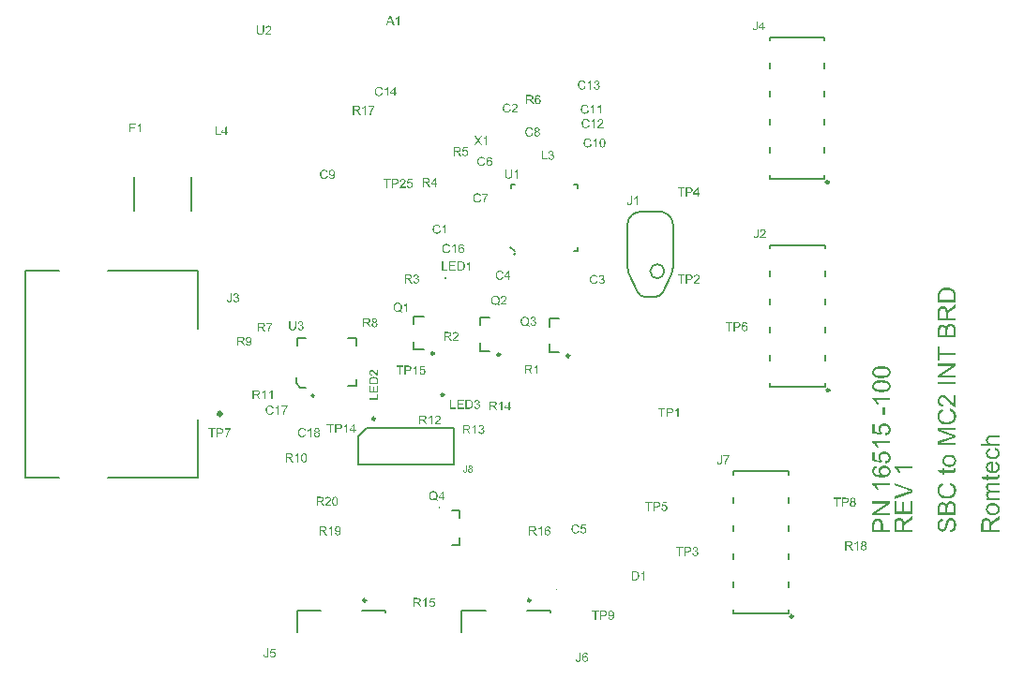
<source format=gbr>
G04*
G04 #@! TF.GenerationSoftware,Altium Limited,Altium Designer,23.1.1 (15)*
G04*
G04 Layer_Color=65535*
%FSLAX25Y25*%
%MOIN*%
G70*
G04*
G04 #@! TF.SameCoordinates,577C2DE3-5836-4DB5-AD87-4C8AFCD19023*
G04*
G04*
G04 #@! TF.FilePolarity,Positive*
G04*
G01*
G75*
%ADD10C,0.01000*%
%ADD11C,0.00394*%
%ADD12C,0.00984*%
%ADD13C,0.00500*%
%ADD14C,0.01575*%
%ADD15C,0.00787*%
G36*
X328882Y150598D02*
X328956D01*
X329131Y150589D01*
X329335Y150561D01*
X329548Y150533D01*
X329770Y150487D01*
X329992Y150432D01*
X330001D01*
X330019Y150422D01*
X330047Y150413D01*
X330084Y150404D01*
X330186Y150367D01*
X330315Y150311D01*
X330463Y150256D01*
X330611Y150182D01*
X330769Y150089D01*
X330917Y149997D01*
X330935Y149987D01*
X330981Y149951D01*
X331046Y149895D01*
X331129Y149821D01*
X331222Y149738D01*
X331314Y149636D01*
X331416Y149534D01*
X331499Y149414D01*
X331509Y149396D01*
X331536Y149358D01*
X331573Y149294D01*
X331620Y149201D01*
X331675Y149090D01*
X331721Y148961D01*
X331777Y148813D01*
X331823Y148646D01*
Y148628D01*
X331832Y148600D01*
X331842Y148572D01*
X331851Y148480D01*
X331869Y148350D01*
X331888Y148202D01*
X331906Y148027D01*
X331916Y147832D01*
X331925Y147619D01*
Y145316D01*
X325524D01*
Y147777D01*
X325533Y147943D01*
X325542Y148128D01*
X325561Y148313D01*
X325589Y148498D01*
X325616Y148655D01*
Y148665D01*
X325626Y148683D01*
Y148711D01*
X325644Y148748D01*
X325672Y148850D01*
X325718Y148979D01*
X325783Y149127D01*
X325866Y149285D01*
X325959Y149442D01*
X326079Y149590D01*
X326088Y149599D01*
X326097Y149608D01*
X326125Y149636D01*
X326153Y149673D01*
X326245Y149766D01*
X326375Y149876D01*
X326532Y149997D01*
X326717Y150126D01*
X326930Y150247D01*
X327170Y150348D01*
X327180D01*
X327198Y150357D01*
X327235Y150376D01*
X327291Y150385D01*
X327355Y150413D01*
X327429Y150432D01*
X327513Y150450D01*
X327614Y150478D01*
X327716Y150505D01*
X327836Y150524D01*
X328095Y150570D01*
X328382Y150598D01*
X328697Y150607D01*
X328706D01*
X328724D01*
X328771D01*
X328817D01*
X328882Y150598D01*
D02*
G37*
G36*
X331925Y143438D02*
X330593Y142597D01*
X330584D01*
X330565Y142578D01*
X330537Y142560D01*
X330500Y142532D01*
X330399Y142467D01*
X330269Y142384D01*
X330130Y142282D01*
X329982Y142181D01*
X329844Y142079D01*
X329714Y141986D01*
X329705Y141977D01*
X329668Y141949D01*
X329612Y141903D01*
X329548Y141838D01*
X329409Y141700D01*
X329344Y141625D01*
X329289Y141551D01*
X329279Y141542D01*
X329270Y141524D01*
X329252Y141487D01*
X329224Y141431D01*
X329196Y141376D01*
X329168Y141311D01*
X329122Y141163D01*
Y141154D01*
X329113Y141135D01*
Y141098D01*
X329104Y141052D01*
X329094Y140987D01*
Y140913D01*
X329085Y140812D01*
Y139720D01*
X331925D01*
Y138869D01*
X325524D01*
Y141838D01*
X325533Y141912D01*
Y141996D01*
X325542Y142190D01*
X325570Y142393D01*
X325598Y142615D01*
X325644Y142819D01*
X325672Y142920D01*
X325700Y143004D01*
Y143013D01*
X325709Y143022D01*
X325737Y143078D01*
X325774Y143161D01*
X325838Y143263D01*
X325922Y143374D01*
X326033Y143494D01*
X326162Y143605D01*
X326310Y143716D01*
X326319D01*
X326329Y143725D01*
X326384Y143762D01*
X326477Y143799D01*
X326597Y143855D01*
X326736Y143901D01*
X326902Y143947D01*
X327078Y143975D01*
X327272Y143984D01*
X327281D01*
X327300D01*
X327337D01*
X327383Y143975D01*
X327448D01*
X327513Y143966D01*
X327670Y143929D01*
X327855Y143873D01*
X328049Y143799D01*
X328243Y143688D01*
X328336Y143614D01*
X328428Y143540D01*
X328438Y143531D01*
X328447Y143522D01*
X328475Y143494D01*
X328502Y143457D01*
X328539Y143411D01*
X328576Y143355D01*
X328623Y143281D01*
X328678Y143207D01*
X328724Y143115D01*
X328771Y143013D01*
X328826Y142902D01*
X328872Y142782D01*
X328909Y142643D01*
X328956Y142504D01*
X328983Y142347D01*
X329011Y142181D01*
X329020Y142199D01*
X329039Y142236D01*
X329076Y142291D01*
X329113Y142366D01*
X329215Y142532D01*
X329279Y142615D01*
X329335Y142689D01*
X329353Y142708D01*
X329400Y142754D01*
X329474Y142828D01*
X329566Y142920D01*
X329696Y143022D01*
X329834Y143142D01*
X330001Y143263D01*
X330186Y143392D01*
X331925Y144493D01*
Y143438D01*
D02*
G37*
G36*
X330232Y137685D02*
X330343Y137666D01*
X330473Y137648D01*
X330611Y137611D01*
X330759Y137565D01*
X330907Y137500D01*
X330926Y137491D01*
X330972Y137463D01*
X331037Y137426D01*
X331129Y137371D01*
X331222Y137296D01*
X331324Y137223D01*
X331425Y137130D01*
X331509Y137028D01*
X331518Y137019D01*
X331546Y136982D01*
X331583Y136917D01*
X331620Y136834D01*
X331675Y136732D01*
X331731Y136612D01*
X331777Y136483D01*
X331823Y136325D01*
Y136307D01*
X331842Y136251D01*
X331851Y136159D01*
X331869Y136038D01*
X331888Y135890D01*
X331906Y135715D01*
X331916Y135521D01*
X331925Y135299D01*
Y132857D01*
X325524D01*
Y135372D01*
X325533Y135437D01*
Y135511D01*
X325552Y135678D01*
X325570Y135863D01*
X325607Y136057D01*
X325653Y136251D01*
X325718Y136427D01*
Y136436D01*
X325727Y136445D01*
X325755Y136501D01*
X325801Y136584D01*
X325866Y136677D01*
X325949Y136788D01*
X326051Y136908D01*
X326181Y137019D01*
X326319Y137121D01*
X326338Y137130D01*
X326393Y137158D01*
X326467Y137204D01*
X326578Y137250D01*
X326708Y137296D01*
X326847Y137343D01*
X327004Y137371D01*
X327161Y137380D01*
X327180D01*
X327226D01*
X327309Y137371D01*
X327411Y137352D01*
X327531Y137324D01*
X327661Y137278D01*
X327790Y137223D01*
X327929Y137148D01*
X327947Y137139D01*
X327984Y137111D01*
X328058Y137056D01*
X328132Y136982D01*
X328225Y136890D01*
X328327Y136778D01*
X328419Y136640D01*
X328512Y136483D01*
Y136492D01*
X328521Y136510D01*
X328530Y136538D01*
X328549Y136575D01*
X328586Y136686D01*
X328650Y136816D01*
X328734Y136954D01*
X328835Y137111D01*
X328956Y137250D01*
X329104Y137380D01*
X329122Y137389D01*
X329178Y137426D01*
X329261Y137481D01*
X329372Y137537D01*
X329520Y137592D01*
X329677Y137648D01*
X329862Y137685D01*
X330066Y137694D01*
X330075D01*
X330084D01*
X330140D01*
X330232Y137685D01*
D02*
G37*
G36*
X326282Y127418D02*
X331925D01*
Y126567D01*
X326282D01*
Y124458D01*
X325524D01*
Y129526D01*
X326282D01*
Y127418D01*
D02*
G37*
G36*
X331925Y122635D02*
X326902Y119287D01*
X331925D01*
Y118473D01*
X325524D01*
Y119342D01*
X330556Y122700D01*
X325524D01*
Y123514D01*
X331925D01*
Y122635D01*
D02*
G37*
G36*
X305764Y122561D02*
X305875D01*
X305995Y122552D01*
X306125Y122543D01*
X306421Y122515D01*
X306726Y122469D01*
X307022Y122413D01*
X307161Y122376D01*
X307299Y122330D01*
X307309D01*
X307327Y122321D01*
X307364Y122302D01*
X307411Y122284D01*
X307475Y122265D01*
X307540Y122228D01*
X307697Y122154D01*
X307864Y122062D01*
X308049Y121941D01*
X308215Y121803D01*
X308372Y121636D01*
Y121627D01*
X308391Y121618D01*
X308410Y121590D01*
X308428Y121553D01*
X308456Y121507D01*
X308493Y121460D01*
X308558Y121322D01*
X308622Y121155D01*
X308687Y120961D01*
X308724Y120730D01*
X308742Y120480D01*
Y120387D01*
X308733Y120323D01*
X308724Y120249D01*
X308705Y120156D01*
X308687Y120054D01*
X308659Y119943D01*
X308622Y119833D01*
X308585Y119712D01*
X308530Y119592D01*
X308465Y119472D01*
X308391Y119351D01*
X308298Y119231D01*
X308197Y119120D01*
X308086Y119018D01*
X308077Y119009D01*
X308049Y118991D01*
X308002Y118963D01*
X307928Y118917D01*
X307845Y118870D01*
X307734Y118824D01*
X307605Y118760D01*
X307457Y118704D01*
X307290Y118649D01*
X307096Y118593D01*
X306883Y118537D01*
X306643Y118491D01*
X306384Y118445D01*
X306106Y118417D01*
X305801Y118399D01*
X305477Y118389D01*
X305468D01*
X305431D01*
X305366D01*
X305292D01*
X305190Y118399D01*
X305080D01*
X304959Y118408D01*
X304820Y118417D01*
X304534Y118445D01*
X304228Y118491D01*
X303923Y118547D01*
X303784Y118584D01*
X303646Y118621D01*
X303637D01*
X303618Y118630D01*
X303581Y118649D01*
X303535Y118667D01*
X303470Y118685D01*
X303405Y118722D01*
X303248Y118797D01*
X303081Y118889D01*
X302906Y119009D01*
X302730Y119148D01*
X302582Y119315D01*
Y119324D01*
X302564Y119333D01*
X302545Y119361D01*
X302526Y119398D01*
X302489Y119444D01*
X302462Y119500D01*
X302388Y119638D01*
X302323Y119805D01*
X302258Y119999D01*
X302221Y120230D01*
X302203Y120480D01*
Y120563D01*
X302212Y120665D01*
X302231Y120785D01*
X302258Y120924D01*
X302295Y121072D01*
X302342Y121229D01*
X302415Y121377D01*
Y121387D01*
X302425Y121396D01*
X302452Y121442D01*
X302499Y121516D01*
X302564Y121608D01*
X302656Y121710D01*
X302758Y121821D01*
X302878Y121923D01*
X303017Y122025D01*
X303035Y122034D01*
X303081Y122071D01*
X303165Y122108D01*
X303285Y122173D01*
X303424Y122228D01*
X303581Y122302D01*
X303766Y122367D01*
X303970Y122423D01*
X303979D01*
X303997Y122432D01*
X304025Y122441D01*
X304071Y122450D01*
X304127Y122459D01*
X304191Y122469D01*
X304275Y122487D01*
X304367Y122496D01*
X304469Y122515D01*
X304580Y122524D01*
X304710Y122534D01*
X304839Y122552D01*
X304987Y122561D01*
X305135D01*
X305301Y122571D01*
X305477D01*
X305486D01*
X305523D01*
X305588D01*
X305662D01*
X305764Y122561D01*
D02*
G37*
G36*
X331925Y116132D02*
X325524D01*
Y116983D01*
X331925D01*
Y116132D01*
D02*
G37*
G36*
X305764Y117585D02*
X305875D01*
X305995Y117576D01*
X306125Y117566D01*
X306421Y117538D01*
X306726Y117492D01*
X307022Y117437D01*
X307161Y117400D01*
X307299Y117353D01*
X307309D01*
X307327Y117344D01*
X307364Y117326D01*
X307411Y117307D01*
X307475Y117289D01*
X307540Y117252D01*
X307697Y117178D01*
X307864Y117085D01*
X308049Y116965D01*
X308215Y116826D01*
X308372Y116660D01*
Y116650D01*
X308391Y116641D01*
X308410Y116613D01*
X308428Y116577D01*
X308456Y116530D01*
X308493Y116484D01*
X308558Y116345D01*
X308622Y116179D01*
X308687Y115984D01*
X308724Y115753D01*
X308742Y115504D01*
Y115411D01*
X308733Y115346D01*
X308724Y115272D01*
X308705Y115180D01*
X308687Y115078D01*
X308659Y114967D01*
X308622Y114856D01*
X308585Y114736D01*
X308530Y114615D01*
X308465Y114495D01*
X308391Y114375D01*
X308298Y114255D01*
X308197Y114144D01*
X308086Y114042D01*
X308077Y114033D01*
X308049Y114014D01*
X308002Y113987D01*
X307928Y113940D01*
X307845Y113894D01*
X307734Y113848D01*
X307605Y113783D01*
X307457Y113727D01*
X307290Y113672D01*
X307096Y113617D01*
X306883Y113561D01*
X306643Y113515D01*
X306384Y113469D01*
X306106Y113441D01*
X305801Y113422D01*
X305477Y113413D01*
X305468D01*
X305431D01*
X305366D01*
X305292D01*
X305190Y113422D01*
X305080D01*
X304959Y113432D01*
X304820Y113441D01*
X304534Y113469D01*
X304228Y113515D01*
X303923Y113570D01*
X303784Y113607D01*
X303646Y113644D01*
X303637D01*
X303618Y113654D01*
X303581Y113672D01*
X303535Y113690D01*
X303470Y113709D01*
X303405Y113746D01*
X303248Y113820D01*
X303081Y113912D01*
X302906Y114033D01*
X302730Y114172D01*
X302582Y114338D01*
Y114347D01*
X302564Y114357D01*
X302545Y114384D01*
X302526Y114421D01*
X302489Y114468D01*
X302462Y114523D01*
X302388Y114662D01*
X302323Y114828D01*
X302258Y115023D01*
X302221Y115254D01*
X302203Y115504D01*
Y115587D01*
X302212Y115689D01*
X302231Y115809D01*
X302258Y115947D01*
X302295Y116095D01*
X302342Y116253D01*
X302415Y116401D01*
Y116410D01*
X302425Y116419D01*
X302452Y116465D01*
X302499Y116540D01*
X302564Y116632D01*
X302656Y116734D01*
X302758Y116845D01*
X302878Y116946D01*
X303017Y117048D01*
X303035Y117058D01*
X303081Y117095D01*
X303165Y117131D01*
X303285Y117196D01*
X303424Y117252D01*
X303581Y117326D01*
X303766Y117391D01*
X303970Y117446D01*
X303979D01*
X303997Y117455D01*
X304025Y117464D01*
X304071Y117474D01*
X304127Y117483D01*
X304191Y117492D01*
X304275Y117511D01*
X304367Y117520D01*
X304469Y117538D01*
X304580Y117548D01*
X304710Y117557D01*
X304839Y117576D01*
X304987Y117585D01*
X305135D01*
X305301Y117594D01*
X305477D01*
X305486D01*
X305523D01*
X305588D01*
X305662D01*
X305764Y117585D01*
D02*
G37*
G36*
X331925Y108094D02*
X331916D01*
X331879D01*
X331823D01*
X331749Y108104D01*
X331666Y108113D01*
X331573Y108131D01*
X331481Y108150D01*
X331379Y108187D01*
X331370D01*
X331361Y108196D01*
X331305Y108214D01*
X331222Y108252D01*
X331111Y108307D01*
X330981Y108381D01*
X330833Y108474D01*
X330685Y108575D01*
X330528Y108705D01*
X330519D01*
X330510Y108723D01*
X330454Y108770D01*
X330371Y108853D01*
X330251Y108973D01*
X330112Y109112D01*
X329945Y109288D01*
X329760Y109500D01*
X329566Y109731D01*
X329557Y109741D01*
X329529Y109778D01*
X329483Y109833D01*
X329427Y109898D01*
X329353Y109981D01*
X329270Y110083D01*
X329178Y110185D01*
X329076Y110305D01*
X328854Y110536D01*
X328632Y110767D01*
X328521Y110879D01*
X328410Y110980D01*
X328308Y111073D01*
X328206Y111147D01*
X328197D01*
X328188Y111165D01*
X328160Y111184D01*
X328123Y111202D01*
X328021Y111267D01*
X327901Y111341D01*
X327753Y111406D01*
X327596Y111470D01*
X327420Y111507D01*
X327254Y111526D01*
X327244D01*
X327235D01*
X327180Y111517D01*
X327087Y111507D01*
X326985Y111480D01*
X326856Y111443D01*
X326726Y111378D01*
X326597Y111295D01*
X326467Y111184D01*
X326449Y111165D01*
X326412Y111119D01*
X326366Y111054D01*
X326301Y110952D01*
X326245Y110823D01*
X326190Y110675D01*
X326153Y110499D01*
X326144Y110305D01*
Y110249D01*
X326153Y110213D01*
X326162Y110101D01*
X326190Y109972D01*
X326227Y109833D01*
X326292Y109676D01*
X326375Y109528D01*
X326486Y109389D01*
X326504Y109371D01*
X326551Y109334D01*
X326625Y109278D01*
X326736Y109223D01*
X326865Y109158D01*
X327032Y109102D01*
X327217Y109065D01*
X327429Y109047D01*
X327346Y108242D01*
X327337D01*
X327309Y108252D01*
X327263D01*
X327198Y108261D01*
X327124Y108279D01*
X327041Y108298D01*
X326939Y108326D01*
X326837Y108353D01*
X326615Y108427D01*
X326393Y108538D01*
X326282Y108603D01*
X326171Y108686D01*
X326070Y108770D01*
X325977Y108862D01*
X325968Y108871D01*
X325959Y108890D01*
X325931Y108917D01*
X325903Y108964D01*
X325866Y109019D01*
X325829Y109084D01*
X325783Y109158D01*
X325737Y109250D01*
X325690Y109352D01*
X325644Y109463D01*
X325607Y109583D01*
X325570Y109713D01*
X325542Y109852D01*
X325515Y110000D01*
X325505Y110157D01*
X325496Y110324D01*
Y110416D01*
X325505Y110481D01*
X325515Y110555D01*
X325524Y110647D01*
X325542Y110749D01*
X325561Y110851D01*
X325626Y111091D01*
X325718Y111332D01*
X325774Y111452D01*
X325838Y111572D01*
X325922Y111683D01*
X326014Y111785D01*
X326023Y111794D01*
X326033Y111813D01*
X326070Y111831D01*
X326107Y111868D01*
X326153Y111915D01*
X326218Y111961D01*
X326282Y112007D01*
X326366Y112063D01*
X326541Y112155D01*
X326763Y112248D01*
X326874Y112285D01*
X327004Y112303D01*
X327133Y112321D01*
X327272Y112331D01*
X327291D01*
X327337D01*
X327411Y112321D01*
X327513Y112312D01*
X327624Y112294D01*
X327753Y112257D01*
X327892Y112220D01*
X328031Y112164D01*
X328049Y112155D01*
X328095Y112136D01*
X328169Y112100D01*
X328271Y112044D01*
X328382Y111970D01*
X328521Y111878D01*
X328660Y111767D01*
X328817Y111637D01*
X328835Y111618D01*
X328891Y111572D01*
X328937Y111526D01*
X328983Y111480D01*
X329039Y111424D01*
X329113Y111350D01*
X329187Y111276D01*
X329270Y111184D01*
X329363Y111091D01*
X329464Y110980D01*
X329566Y110860D01*
X329686Y110731D01*
X329807Y110582D01*
X329936Y110434D01*
X329945Y110425D01*
X329964Y110407D01*
X329992Y110370D01*
X330029Y110324D01*
X330084Y110268D01*
X330140Y110203D01*
X330260Y110055D01*
X330399Y109898D01*
X330537Y109750D01*
X330658Y109620D01*
X330704Y109565D01*
X330750Y109519D01*
X330759Y109510D01*
X330787Y109482D01*
X330824Y109445D01*
X330880Y109398D01*
X330944Y109352D01*
X331009Y109297D01*
X331166Y109186D01*
Y112340D01*
X331925D01*
Y108094D01*
D02*
G37*
G36*
X308631Y110610D02*
X303627D01*
X303637Y110601D01*
X303674Y110555D01*
X303729Y110499D01*
X303794Y110407D01*
X303877Y110305D01*
X303970Y110176D01*
X304071Y110028D01*
X304173Y109861D01*
Y109852D01*
X304182Y109843D01*
X304219Y109787D01*
X304265Y109695D01*
X304321Y109583D01*
X304386Y109454D01*
X304450Y109315D01*
X304515Y109177D01*
X304571Y109038D01*
X303812D01*
Y109047D01*
X303794Y109065D01*
X303784Y109102D01*
X303757Y109149D01*
X303729Y109204D01*
X303692Y109269D01*
X303600Y109426D01*
X303498Y109611D01*
X303368Y109796D01*
X303220Y109991D01*
X303063Y110185D01*
X303054Y110194D01*
X303045Y110203D01*
X303017Y110231D01*
X302989Y110268D01*
X302896Y110351D01*
X302785Y110462D01*
X302656Y110573D01*
X302508Y110694D01*
X302360Y110795D01*
X302203Y110888D01*
Y111397D01*
X308631D01*
Y110610D01*
D02*
G37*
G36*
X306708Y105366D02*
X305921D01*
Y107798D01*
X306708D01*
Y105366D01*
D02*
G37*
G36*
X329945Y107475D02*
X330001Y107456D01*
X330075Y107428D01*
X330158Y107401D01*
X330260Y107363D01*
X330371Y107317D01*
X330491Y107262D01*
X330750Y107132D01*
X331009Y106966D01*
X331139Y106864D01*
X331268Y106762D01*
X331379Y106651D01*
X331490Y106522D01*
X331499Y106512D01*
X331518Y106494D01*
X331536Y106448D01*
X331573Y106402D01*
X331620Y106327D01*
X331666Y106254D01*
X331712Y106152D01*
X331758Y106050D01*
X331814Y105930D01*
X331860Y105800D01*
X331906Y105661D01*
X331953Y105514D01*
X331990Y105356D01*
X332008Y105190D01*
X332027Y105014D01*
X332036Y104829D01*
Y104727D01*
X332027Y104653D01*
Y104570D01*
X332017Y104468D01*
X331999Y104357D01*
X331980Y104228D01*
X331934Y103960D01*
X331860Y103682D01*
X331758Y103404D01*
X331694Y103275D01*
X331620Y103146D01*
X331610Y103136D01*
X331601Y103118D01*
X331573Y103081D01*
X331536Y103044D01*
X331499Y102988D01*
X331444Y102924D01*
X331379Y102849D01*
X331305Y102776D01*
X331222Y102701D01*
X331139Y102618D01*
X330926Y102452D01*
X330676Y102295D01*
X330399Y102156D01*
X330389D01*
X330362Y102137D01*
X330315Y102128D01*
X330260Y102100D01*
X330186Y102082D01*
X330093Y102054D01*
X329992Y102017D01*
X329881Y101989D01*
X329760Y101962D01*
X329622Y101925D01*
X329335Y101878D01*
X329011Y101841D01*
X328678Y101823D01*
X328669D01*
X328632D01*
X328576D01*
X328512Y101832D01*
X328419D01*
X328327Y101841D01*
X328206Y101850D01*
X328086Y101869D01*
X327818Y101915D01*
X327522Y101980D01*
X327226Y102073D01*
X326939Y102202D01*
X326930Y102211D01*
X326902Y102220D01*
X326865Y102239D01*
X326819Y102276D01*
X326754Y102313D01*
X326680Y102359D01*
X326514Y102480D01*
X326329Y102637D01*
X326144Y102822D01*
X325959Y103034D01*
X325801Y103284D01*
X325792Y103294D01*
X325783Y103321D01*
X325764Y103358D01*
X325737Y103404D01*
X325709Y103479D01*
X325681Y103552D01*
X325644Y103645D01*
X325607Y103747D01*
X325570Y103858D01*
X325533Y103978D01*
X325478Y104237D01*
X325431Y104533D01*
X325413Y104838D01*
Y104931D01*
X325422Y104996D01*
X325431Y105079D01*
X325441Y105181D01*
X325450Y105282D01*
X325478Y105403D01*
X325533Y105652D01*
X325616Y105930D01*
X325672Y106069D01*
X325737Y106198D01*
X325820Y106327D01*
X325903Y106457D01*
X325912Y106466D01*
X325922Y106485D01*
X325949Y106522D01*
X325996Y106568D01*
X326042Y106614D01*
X326107Y106679D01*
X326181Y106744D01*
X326255Y106818D01*
X326347Y106892D01*
X326458Y106966D01*
X326569Y107049D01*
X326689Y107123D01*
X326828Y107188D01*
X326967Y107262D01*
X327115Y107317D01*
X327281Y107373D01*
X327476Y106540D01*
X327466D01*
X327448Y106531D01*
X327411Y106512D01*
X327365Y106494D01*
X327309Y106475D01*
X327235Y106448D01*
X327087Y106374D01*
X326921Y106281D01*
X326754Y106170D01*
X326597Y106032D01*
X326458Y105884D01*
X326440Y105865D01*
X326403Y105809D01*
X326356Y105717D01*
X326292Y105597D01*
X326236Y105439D01*
X326181Y105264D01*
X326144Y105051D01*
X326134Y104820D01*
Y104746D01*
X326144Y104700D01*
Y104635D01*
X326153Y104561D01*
X326181Y104385D01*
X326218Y104191D01*
X326282Y103987D01*
X326375Y103774D01*
X326495Y103580D01*
Y103571D01*
X326514Y103562D01*
X326560Y103497D01*
X326634Y103414D01*
X326745Y103312D01*
X326884Y103192D01*
X327041Y103081D01*
X327235Y102979D01*
X327448Y102886D01*
X327457D01*
X327476Y102877D01*
X327503Y102868D01*
X327550Y102859D01*
X327605Y102840D01*
X327670Y102822D01*
X327827Y102794D01*
X328012Y102757D01*
X328216Y102720D01*
X328438Y102701D01*
X328678Y102692D01*
X328687D01*
X328715D01*
X328761D01*
X328817D01*
X328882Y102701D01*
X328965D01*
X329057Y102711D01*
X329159Y102720D01*
X329381Y102748D01*
X329622Y102794D01*
X329862Y102849D01*
X330103Y102924D01*
X330112D01*
X330130Y102933D01*
X330158Y102951D01*
X330204Y102970D01*
X330315Y103025D01*
X330445Y103109D01*
X330593Y103210D01*
X330750Y103340D01*
X330889Y103488D01*
X331018Y103664D01*
Y103673D01*
X331028Y103691D01*
X331046Y103719D01*
X331065Y103756D01*
X331083Y103802D01*
X331111Y103858D01*
X331166Y103987D01*
X331222Y104154D01*
X331268Y104339D01*
X331305Y104542D01*
X331314Y104755D01*
Y104820D01*
X331305Y104875D01*
Y104940D01*
X331296Y105005D01*
X331259Y105171D01*
X331213Y105366D01*
X331139Y105560D01*
X331037Y105763D01*
X330981Y105865D01*
X330907Y105957D01*
X330898Y105967D01*
X330889Y105976D01*
X330861Y106004D01*
X330833Y106041D01*
X330787Y106078D01*
X330732Y106124D01*
X330676Y106179D01*
X330602Y106226D01*
X330519Y106281D01*
X330426Y106346D01*
X330334Y106402D01*
X330223Y106457D01*
X330103Y106503D01*
X329973Y106550D01*
X329834Y106596D01*
X329686Y106633D01*
X329899Y107484D01*
X329908D01*
X329945Y107475D01*
D02*
G37*
G36*
X306615Y102230D02*
X306689Y102220D01*
X306772Y102211D01*
X306874Y102193D01*
X306976Y102174D01*
X307216Y102119D01*
X307466Y102026D01*
X307595Y101971D01*
X307716Y101897D01*
X307845Y101823D01*
X307965Y101730D01*
X307975Y101721D01*
X308002Y101702D01*
X308039Y101665D01*
X308086Y101619D01*
X308141Y101555D01*
X308215Y101480D01*
X308280Y101388D01*
X308354Y101286D01*
X308428Y101175D01*
X308493Y101046D01*
X308558Y100907D01*
X308622Y100759D01*
X308668Y100602D01*
X308705Y100426D01*
X308733Y100241D01*
X308742Y100047D01*
Y99963D01*
X308733Y99899D01*
X308724Y99825D01*
X308715Y99742D01*
X308705Y99640D01*
X308678Y99538D01*
X308622Y99307D01*
X308539Y99076D01*
X308484Y98955D01*
X308419Y98835D01*
X308345Y98724D01*
X308261Y98613D01*
X308252Y98604D01*
X308243Y98585D01*
X308206Y98567D01*
X308169Y98530D01*
X308123Y98484D01*
X308067Y98437D01*
X307993Y98382D01*
X307910Y98335D01*
X307827Y98280D01*
X307725Y98225D01*
X307503Y98123D01*
X307244Y98040D01*
X307105Y98012D01*
X306957Y97993D01*
X306892Y98817D01*
X306902D01*
X306920D01*
X306948Y98826D01*
X306994Y98835D01*
X307096Y98863D01*
X307235Y98900D01*
X307373Y98955D01*
X307531Y99029D01*
X307669Y99122D01*
X307799Y99233D01*
X307808Y99251D01*
X307845Y99288D01*
X307892Y99362D01*
X307947Y99464D01*
X308002Y99575D01*
X308049Y99714D01*
X308086Y99871D01*
X308095Y100047D01*
Y100102D01*
X308086Y100139D01*
X308077Y100250D01*
X308039Y100380D01*
X307993Y100537D01*
X307919Y100694D01*
X307808Y100861D01*
X307744Y100935D01*
X307669Y101009D01*
X307660Y101018D01*
X307651Y101027D01*
X307623Y101046D01*
X307595Y101074D01*
X307494Y101138D01*
X307364Y101212D01*
X307207Y101277D01*
X307013Y101342D01*
X306782Y101388D01*
X306661Y101407D01*
X306532D01*
X306522D01*
X306504D01*
X306467D01*
X306421Y101397D01*
X306365D01*
X306300Y101388D01*
X306153Y101360D01*
X305977Y101314D01*
X305801Y101249D01*
X305634Y101157D01*
X305477Y101027D01*
X305468D01*
X305459Y101009D01*
X305413Y100962D01*
X305348Y100879D01*
X305274Y100768D01*
X305209Y100620D01*
X305144Y100454D01*
X305098Y100259D01*
X305080Y100148D01*
Y99973D01*
X305089Y99899D01*
X305098Y99806D01*
X305126Y99695D01*
X305153Y99584D01*
X305200Y99464D01*
X305255Y99344D01*
X305264Y99335D01*
X305283Y99297D01*
X305329Y99242D01*
X305376Y99168D01*
X305440Y99094D01*
X305523Y99020D01*
X305607Y98937D01*
X305709Y98872D01*
X305607Y98132D01*
X302314Y98752D01*
Y101934D01*
X303063D01*
Y99371D01*
X304793Y99029D01*
X304784Y99038D01*
X304774Y99057D01*
X304756Y99085D01*
X304728Y99131D01*
X304700Y99186D01*
X304663Y99251D01*
X304589Y99399D01*
X304515Y99584D01*
X304450Y99788D01*
X304404Y100010D01*
X304386Y100121D01*
Y100324D01*
X304395Y100380D01*
X304404Y100454D01*
X304414Y100537D01*
X304432Y100629D01*
X304460Y100731D01*
X304524Y100953D01*
X304571Y101074D01*
X304636Y101194D01*
X304700Y101314D01*
X304774Y101434D01*
X304867Y101545D01*
X304969Y101656D01*
X304978Y101665D01*
X304996Y101684D01*
X305024Y101712D01*
X305070Y101749D01*
X305135Y101795D01*
X305200Y101841D01*
X305283Y101897D01*
X305376Y101952D01*
X305477Y101998D01*
X305588Y102054D01*
X305718Y102100D01*
X305847Y102146D01*
X305986Y102183D01*
X306143Y102211D01*
X306300Y102230D01*
X306467Y102239D01*
X306476D01*
X306504D01*
X306550D01*
X306615Y102230D01*
D02*
G37*
G36*
X331925Y99880D02*
X326569D01*
X331925Y98012D01*
Y97253D01*
X326477Y95403D01*
X331925D01*
Y94589D01*
X325524D01*
Y95856D01*
X330066Y97373D01*
X330075D01*
X330093Y97383D01*
X330121Y97392D01*
X330167Y97411D01*
X330278Y97448D01*
X330417Y97494D01*
X330574Y97540D01*
X330732Y97596D01*
X330880Y97642D01*
X331009Y97679D01*
X330991Y97688D01*
X330944Y97697D01*
X330861Y97725D01*
X330750Y97762D01*
X330602Y97808D01*
X330426Y97873D01*
X330223Y97938D01*
X329982Y98021D01*
X325524Y99556D01*
Y100694D01*
X331925D01*
Y99880D01*
D02*
G37*
G36*
X347398Y97198D02*
X344457D01*
X344447D01*
X344429D01*
X344401D01*
X344364D01*
X344263Y97189D01*
X344133Y97170D01*
X343994Y97133D01*
X343856Y97087D01*
X343717Y97022D01*
X343606Y96939D01*
X343597Y96930D01*
X343560Y96892D01*
X343513Y96837D01*
X343467Y96754D01*
X343411Y96652D01*
X343374Y96532D01*
X343337Y96384D01*
X343328Y96217D01*
Y96162D01*
X343337Y96097D01*
X343347Y96004D01*
X343374Y95912D01*
X343402Y95801D01*
X343448Y95690D01*
X343513Y95570D01*
X343523Y95560D01*
X343550Y95524D01*
X343587Y95468D01*
X343643Y95403D01*
X343717Y95329D01*
X343800Y95255D01*
X343902Y95191D01*
X344013Y95135D01*
X344031Y95126D01*
X344068Y95117D01*
X344142Y95098D01*
X344235Y95070D01*
X344355Y95043D01*
X344503Y95024D01*
X344670Y95015D01*
X344864Y95006D01*
X347398D01*
Y94219D01*
X340997D01*
Y95006D01*
X343291D01*
X343282Y95015D01*
X343264Y95033D01*
X343236Y95061D01*
X343190Y95107D01*
X343143Y95153D01*
X343088Y95218D01*
X343032Y95302D01*
X342968Y95385D01*
X342912Y95477D01*
X342857Y95579D01*
X342755Y95819D01*
X342708Y95949D01*
X342681Y96088D01*
X342662Y96236D01*
X342653Y96384D01*
Y96467D01*
X342662Y96569D01*
X342681Y96689D01*
X342699Y96828D01*
X342736Y96976D01*
X342792Y97124D01*
X342857Y97272D01*
X342866Y97290D01*
X342894Y97337D01*
X342940Y97401D01*
X343004Y97484D01*
X343088Y97568D01*
X343180Y97660D01*
X343291Y97743D01*
X343421Y97817D01*
X343439Y97827D01*
X343485Y97845D01*
X343569Y97873D01*
X343689Y97901D01*
X343837Y97929D01*
X344013Y97956D01*
X344226Y97975D01*
X344466Y97984D01*
X347398D01*
Y97198D01*
D02*
G37*
G36*
X308631Y95191D02*
X303627D01*
X303637Y95181D01*
X303674Y95135D01*
X303729Y95079D01*
X303794Y94987D01*
X303877Y94885D01*
X303970Y94756D01*
X304071Y94608D01*
X304173Y94441D01*
Y94432D01*
X304182Y94423D01*
X304219Y94367D01*
X304265Y94275D01*
X304321Y94164D01*
X304386Y94034D01*
X304450Y93896D01*
X304515Y93757D01*
X304571Y93618D01*
X303812D01*
Y93627D01*
X303794Y93646D01*
X303784Y93683D01*
X303757Y93729D01*
X303729Y93784D01*
X303692Y93849D01*
X303600Y94007D01*
X303498Y94191D01*
X303368Y94376D01*
X303220Y94571D01*
X303063Y94765D01*
X303054Y94774D01*
X303045Y94784D01*
X303017Y94811D01*
X302989Y94848D01*
X302896Y94932D01*
X302785Y95043D01*
X302656Y95153D01*
X302508Y95274D01*
X302360Y95376D01*
X302203Y95468D01*
Y95977D01*
X308631D01*
Y95191D01*
D02*
G37*
G36*
X345835Y93535D02*
X345872Y93525D01*
X345928Y93516D01*
X346002Y93498D01*
X346076Y93479D01*
X346260Y93414D01*
X346455Y93331D01*
X346668Y93211D01*
X346871Y93063D01*
X346964Y92980D01*
X347056Y92887D01*
X347065Y92878D01*
X347075Y92860D01*
X347093Y92832D01*
X347121Y92795D01*
X347158Y92748D01*
X347195Y92684D01*
X347232Y92610D01*
X347278Y92536D01*
X347361Y92351D01*
X347426Y92129D01*
X347481Y91888D01*
X347491Y91750D01*
X347500Y91611D01*
Y91518D01*
X347491Y91453D01*
X347481Y91370D01*
X347463Y91278D01*
X347445Y91176D01*
X347426Y91065D01*
X347352Y90815D01*
X347297Y90695D01*
X347241Y90566D01*
X347167Y90436D01*
X347084Y90316D01*
X346991Y90196D01*
X346880Y90084D01*
X346871Y90075D01*
X346852Y90057D01*
X346815Y90029D01*
X346769Y89992D01*
X346705Y89955D01*
X346621Y89899D01*
X346529Y89853D01*
X346427Y89798D01*
X346307Y89742D01*
X346168Y89696D01*
X346029Y89640D01*
X345863Y89604D01*
X345696Y89566D01*
X345502Y89539D01*
X345308Y89520D01*
X345095Y89511D01*
X345086D01*
X345058D01*
X345021D01*
X344966D01*
X344901Y89520D01*
X344827D01*
X344743Y89530D01*
X344651Y89539D01*
X344447Y89566D01*
X344226Y89613D01*
X344004Y89668D01*
X343781Y89751D01*
X343772D01*
X343754Y89761D01*
X343726Y89779D01*
X343689Y89798D01*
X343587Y89853D01*
X343467Y89937D01*
X343328Y90048D01*
X343190Y90177D01*
X343051Y90334D01*
X342940Y90510D01*
Y90519D01*
X342931Y90538D01*
X342912Y90566D01*
X342894Y90602D01*
X342875Y90649D01*
X342847Y90704D01*
X342792Y90843D01*
X342745Y91000D01*
X342699Y91194D01*
X342662Y91398D01*
X342653Y91620D01*
Y91694D01*
X342662Y91750D01*
Y91805D01*
X342671Y91879D01*
X342699Y92055D01*
X342745Y92249D01*
X342819Y92453D01*
X342912Y92656D01*
X343041Y92850D01*
Y92860D01*
X343060Y92869D01*
X343115Y92924D01*
X343199Y93007D01*
X343319Y93109D01*
X343467Y93211D01*
X343652Y93313D01*
X343865Y93405D01*
X344114Y93470D01*
X344235Y92702D01*
X344226D01*
X344216Y92693D01*
X344161Y92684D01*
X344077Y92656D01*
X343976Y92610D01*
X343865Y92563D01*
X343744Y92489D01*
X343634Y92406D01*
X343541Y92314D01*
X343532Y92304D01*
X343504Y92268D01*
X343467Y92203D01*
X343421Y92129D01*
X343374Y92027D01*
X343337Y91916D01*
X343310Y91786D01*
X343301Y91648D01*
Y91592D01*
X343310Y91546D01*
X343319Y91444D01*
X343356Y91306D01*
X343402Y91158D01*
X343476Y90991D01*
X343587Y90834D01*
X343652Y90760D01*
X343726Y90686D01*
X343735D01*
X343744Y90667D01*
X343772Y90649D01*
X343809Y90630D01*
X343856Y90602D01*
X343911Y90566D01*
X343976Y90538D01*
X344050Y90501D01*
X344142Y90464D01*
X344244Y90436D01*
X344355Y90399D01*
X344475Y90371D01*
X344605Y90353D01*
X344753Y90334D01*
X344910Y90316D01*
X345076D01*
X345086D01*
X345113D01*
X345169D01*
X345224Y90325D01*
X345308D01*
X345391Y90334D01*
X345595Y90362D01*
X345816Y90399D01*
X346048Y90464D01*
X346251Y90547D01*
X346353Y90602D01*
X346436Y90667D01*
X346455Y90686D01*
X346501Y90732D01*
X346566Y90815D01*
X346640Y90917D01*
X346723Y91056D01*
X346788Y91213D01*
X346834Y91398D01*
X346843Y91500D01*
X346852Y91602D01*
Y91620D01*
X346843Y91676D01*
X346834Y91768D01*
X346815Y91870D01*
X346788Y91990D01*
X346732Y92119D01*
X346668Y92249D01*
X346575Y92369D01*
X346566Y92388D01*
X346519Y92415D01*
X346455Y92471D01*
X346353Y92536D01*
X346233Y92601D01*
X346085Y92674D01*
X345900Y92730D01*
X345696Y92767D01*
X345798Y93544D01*
X345807D01*
X345835Y93535D01*
D02*
G37*
G36*
X306615Y92277D02*
X306689Y92268D01*
X306772Y92258D01*
X306874Y92240D01*
X306976Y92221D01*
X307216Y92166D01*
X307466Y92073D01*
X307595Y92018D01*
X307716Y91944D01*
X307845Y91870D01*
X307965Y91777D01*
X307975Y91768D01*
X308002Y91750D01*
X308039Y91712D01*
X308086Y91666D01*
X308141Y91602D01*
X308215Y91527D01*
X308280Y91435D01*
X308354Y91333D01*
X308428Y91222D01*
X308493Y91093D01*
X308558Y90954D01*
X308622Y90806D01*
X308668Y90649D01*
X308705Y90473D01*
X308733Y90288D01*
X308742Y90094D01*
Y90010D01*
X308733Y89946D01*
X308724Y89872D01*
X308715Y89789D01*
X308705Y89687D01*
X308678Y89585D01*
X308622Y89354D01*
X308539Y89122D01*
X308484Y89002D01*
X308419Y88882D01*
X308345Y88771D01*
X308261Y88660D01*
X308252Y88651D01*
X308243Y88632D01*
X308206Y88614D01*
X308169Y88577D01*
X308123Y88530D01*
X308067Y88484D01*
X307993Y88429D01*
X307910Y88383D01*
X307827Y88327D01*
X307725Y88271D01*
X307503Y88170D01*
X307244Y88086D01*
X307105Y88059D01*
X306957Y88040D01*
X306892Y88863D01*
X306902D01*
X306920D01*
X306948Y88873D01*
X306994Y88882D01*
X307096Y88910D01*
X307235Y88947D01*
X307373Y89002D01*
X307531Y89076D01*
X307669Y89169D01*
X307799Y89280D01*
X307808Y89298D01*
X307845Y89335D01*
X307892Y89409D01*
X307947Y89511D01*
X308002Y89622D01*
X308049Y89761D01*
X308086Y89918D01*
X308095Y90094D01*
Y90149D01*
X308086Y90186D01*
X308077Y90297D01*
X308039Y90427D01*
X307993Y90584D01*
X307919Y90741D01*
X307808Y90908D01*
X307744Y90982D01*
X307669Y91056D01*
X307660Y91065D01*
X307651Y91074D01*
X307623Y91093D01*
X307595Y91120D01*
X307494Y91185D01*
X307364Y91259D01*
X307207Y91324D01*
X307013Y91389D01*
X306782Y91435D01*
X306661Y91453D01*
X306532D01*
X306522D01*
X306504D01*
X306467D01*
X306421Y91444D01*
X306365D01*
X306300Y91435D01*
X306153Y91407D01*
X305977Y91361D01*
X305801Y91296D01*
X305634Y91204D01*
X305477Y91074D01*
X305468D01*
X305459Y91056D01*
X305413Y91009D01*
X305348Y90926D01*
X305274Y90815D01*
X305209Y90667D01*
X305144Y90501D01*
X305098Y90307D01*
X305080Y90196D01*
Y90020D01*
X305089Y89946D01*
X305098Y89853D01*
X305126Y89742D01*
X305153Y89631D01*
X305200Y89511D01*
X305255Y89391D01*
X305264Y89381D01*
X305283Y89345D01*
X305329Y89289D01*
X305376Y89215D01*
X305440Y89141D01*
X305523Y89067D01*
X305607Y88984D01*
X305709Y88919D01*
X305607Y88179D01*
X302314Y88799D01*
Y91981D01*
X303063D01*
Y89419D01*
X304793Y89076D01*
X304784Y89086D01*
X304774Y89104D01*
X304756Y89132D01*
X304728Y89178D01*
X304700Y89233D01*
X304663Y89298D01*
X304589Y89446D01*
X304515Y89631D01*
X304450Y89835D01*
X304404Y90057D01*
X304386Y90168D01*
Y90371D01*
X304395Y90427D01*
X304404Y90501D01*
X304414Y90584D01*
X304432Y90676D01*
X304460Y90778D01*
X304524Y91000D01*
X304571Y91120D01*
X304636Y91241D01*
X304700Y91361D01*
X304774Y91481D01*
X304867Y91592D01*
X304969Y91703D01*
X304978Y91712D01*
X304996Y91731D01*
X305024Y91759D01*
X305070Y91796D01*
X305135Y91842D01*
X305200Y91888D01*
X305283Y91944D01*
X305376Y91999D01*
X305477Y92045D01*
X305588Y92101D01*
X305718Y92147D01*
X305847Y92194D01*
X305986Y92230D01*
X306143Y92258D01*
X306300Y92277D01*
X306467Y92286D01*
X306476D01*
X306504D01*
X306550D01*
X306615Y92277D01*
D02*
G37*
G36*
X329760Y91093D02*
X329853Y91084D01*
X329945D01*
X330047Y91065D01*
X330278Y91037D01*
X330510Y90982D01*
X330741Y90917D01*
X330954Y90825D01*
X330963D01*
X330972Y90815D01*
X331000Y90797D01*
X331037Y90778D01*
X331129Y90714D01*
X331240Y90630D01*
X331370Y90519D01*
X331499Y90381D01*
X331629Y90223D01*
X331749Y90038D01*
Y90029D01*
X331758Y90020D01*
X331777Y89992D01*
X331795Y89946D01*
X331814Y89899D01*
X331832Y89844D01*
X331888Y89705D01*
X331934Y89548D01*
X331980Y89354D01*
X332017Y89150D01*
X332027Y88928D01*
Y88836D01*
X332017Y88762D01*
X332008Y88678D01*
X331990Y88586D01*
X331971Y88475D01*
X331953Y88364D01*
X331879Y88114D01*
X331823Y87976D01*
X331768Y87846D01*
X331694Y87717D01*
X331610Y87587D01*
X331518Y87467D01*
X331407Y87347D01*
X331398Y87337D01*
X331379Y87319D01*
X331342Y87291D01*
X331287Y87254D01*
X331222Y87208D01*
X331148Y87161D01*
X331055Y87106D01*
X330944Y87050D01*
X330824Y86995D01*
X330685Y86940D01*
X330537Y86893D01*
X330380Y86847D01*
X330204Y86810D01*
X330019Y86782D01*
X329816Y86764D01*
X329603Y86755D01*
X329585D01*
X329548D01*
X329483Y86764D01*
X329390D01*
X329289Y86773D01*
X329159Y86791D01*
X329030Y86810D01*
X328882Y86847D01*
X328734Y86884D01*
X328576Y86930D01*
X328410Y86986D01*
X328253Y87060D01*
X328105Y87134D01*
X327957Y87235D01*
X327818Y87337D01*
X327698Y87467D01*
X327688Y87476D01*
X327679Y87494D01*
X327651Y87532D01*
X327614Y87578D01*
X327577Y87633D01*
X327531Y87707D01*
X327485Y87781D01*
X327439Y87874D01*
X327392Y87976D01*
X327346Y88086D01*
X327263Y88336D01*
X327198Y88623D01*
X327189Y88771D01*
X327180Y88928D01*
Y89021D01*
X327189Y89086D01*
X327198Y89169D01*
X327217Y89261D01*
X327235Y89363D01*
X327254Y89483D01*
X327337Y89733D01*
X327383Y89863D01*
X327448Y89992D01*
X327513Y90122D01*
X327605Y90251D01*
X327698Y90371D01*
X327809Y90491D01*
X327818Y90501D01*
X327836Y90519D01*
X327873Y90547D01*
X327920Y90584D01*
X327984Y90630D01*
X328068Y90686D01*
X328160Y90741D01*
X328262Y90797D01*
X328373Y90852D01*
X328512Y90908D01*
X328650Y90963D01*
X328808Y91009D01*
X328974Y91047D01*
X329150Y91074D01*
X329335Y91093D01*
X329538Y91102D01*
X329548D01*
X329575D01*
X329622D01*
X329686D01*
X329760Y91093D01*
D02*
G37*
G36*
X331925Y86357D02*
X331934Y86320D01*
X331943Y86255D01*
X331953Y86172D01*
X331971Y86079D01*
X331980Y85978D01*
X331990Y85774D01*
Y85700D01*
X331980Y85626D01*
X331971Y85533D01*
X331962Y85422D01*
X331934Y85312D01*
X331906Y85210D01*
X331860Y85108D01*
X331851Y85099D01*
X331832Y85071D01*
X331805Y85034D01*
X331758Y84978D01*
X331712Y84932D01*
X331647Y84877D01*
X331583Y84821D01*
X331499Y84784D01*
X331490D01*
X331453Y84766D01*
X331388Y84756D01*
X331296Y84738D01*
X331176Y84720D01*
X331102Y84710D01*
X331018D01*
X330917Y84701D01*
X330815Y84692D01*
X330704D01*
X330574D01*
X327892D01*
Y84109D01*
X327281D01*
Y84692D01*
X326134D01*
X325663Y85478D01*
X327281D01*
Y86273D01*
X327892D01*
Y85478D01*
X330621D01*
X330639D01*
X330676D01*
X330732D01*
X330796Y85487D01*
X330944Y85496D01*
X331009Y85506D01*
X331055Y85515D01*
X331074Y85524D01*
X331111Y85552D01*
X331157Y85589D01*
X331203Y85654D01*
X331213Y85672D01*
X331231Y85719D01*
X331250Y85802D01*
X331259Y85922D01*
Y86014D01*
X331250Y86061D01*
Y86125D01*
X331240Y86199D01*
X331231Y86273D01*
X331925Y86375D01*
Y86357D01*
D02*
G37*
G36*
X316452Y86218D02*
X311447D01*
X311456Y86209D01*
X311493Y86163D01*
X311549Y86107D01*
X311614Y86014D01*
X311697Y85913D01*
X311789Y85783D01*
X311891Y85635D01*
X311993Y85469D01*
Y85460D01*
X312002Y85450D01*
X312039Y85395D01*
X312085Y85302D01*
X312141Y85191D01*
X312206Y85062D01*
X312270Y84923D01*
X312335Y84784D01*
X312391Y84645D01*
X311632D01*
Y84655D01*
X311614Y84673D01*
X311604Y84710D01*
X311577Y84756D01*
X311549Y84812D01*
X311512Y84877D01*
X311420Y85034D01*
X311318Y85219D01*
X311188Y85404D01*
X311040Y85598D01*
X310883Y85792D01*
X310874Y85802D01*
X310864Y85811D01*
X310837Y85839D01*
X310809Y85876D01*
X310716Y85959D01*
X310606Y86070D01*
X310476Y86181D01*
X310328Y86301D01*
X310180Y86403D01*
X310023Y86496D01*
Y87004D01*
X316452D01*
Y86218D01*
D02*
G37*
G36*
X345280Y88771D02*
Y85302D01*
X345289D01*
X345317D01*
X345354Y85312D01*
X345409D01*
X345474Y85321D01*
X345548Y85339D01*
X345715Y85367D01*
X345900Y85422D01*
X346103Y85496D01*
X346288Y85598D01*
X346455Y85728D01*
Y85737D01*
X346473Y85746D01*
X346519Y85802D01*
X346584Y85885D01*
X346649Y85996D01*
X346723Y86144D01*
X346788Y86310D01*
X346834Y86496D01*
X346843Y86597D01*
X346852Y86708D01*
Y86782D01*
X346843Y86866D01*
X346825Y86967D01*
X346797Y87078D01*
X346760Y87208D01*
X346705Y87328D01*
X346631Y87448D01*
X346621Y87458D01*
X346584Y87504D01*
X346529Y87559D01*
X346455Y87624D01*
X346353Y87698D01*
X346223Y87781D01*
X346076Y87865D01*
X345900Y87938D01*
X346002Y88753D01*
X346011D01*
X346029Y88743D01*
X346066Y88734D01*
X346122Y88715D01*
X346177Y88688D01*
X346251Y88660D01*
X346409Y88586D01*
X346584Y88494D01*
X346769Y88364D01*
X346945Y88216D01*
X347112Y88031D01*
Y88022D01*
X347130Y88003D01*
X347148Y87976D01*
X347176Y87938D01*
X347204Y87883D01*
X347232Y87827D01*
X347269Y87753D01*
X347306Y87670D01*
X347343Y87578D01*
X347380Y87485D01*
X347435Y87254D01*
X347481Y86995D01*
X347500Y86708D01*
Y86607D01*
X347491Y86542D01*
X347481Y86458D01*
X347463Y86357D01*
X347445Y86246D01*
X347426Y86125D01*
X347352Y85866D01*
X347297Y85728D01*
X347241Y85598D01*
X347167Y85460D01*
X347084Y85330D01*
X346991Y85210D01*
X346880Y85089D01*
X346871Y85080D01*
X346852Y85062D01*
X346815Y85034D01*
X346760Y84997D01*
X346695Y84951D01*
X346621Y84904D01*
X346529Y84849D01*
X346427Y84794D01*
X346307Y84738D01*
X346177Y84683D01*
X346029Y84636D01*
X345872Y84590D01*
X345706Y84553D01*
X345520Y84525D01*
X345326Y84507D01*
X345123Y84497D01*
X345113D01*
X345067D01*
X345012D01*
X344929Y84507D01*
X344827Y84516D01*
X344716Y84525D01*
X344586Y84544D01*
X344457Y84571D01*
X344161Y84645D01*
X344013Y84692D01*
X343856Y84747D01*
X343707Y84821D01*
X343569Y84904D01*
X343430Y84997D01*
X343301Y85099D01*
X343291Y85108D01*
X343273Y85127D01*
X343245Y85163D01*
X343199Y85210D01*
X343152Y85265D01*
X343097Y85339D01*
X343032Y85422D01*
X342977Y85524D01*
X342912Y85626D01*
X342857Y85746D01*
X342801Y85876D01*
X342755Y86014D01*
X342708Y86163D01*
X342681Y86320D01*
X342662Y86486D01*
X342653Y86662D01*
Y86755D01*
X342662Y86819D01*
X342671Y86893D01*
X342690Y86986D01*
X342708Y87088D01*
X342736Y87208D01*
X342764Y87319D01*
X342810Y87448D01*
X342857Y87568D01*
X342921Y87698D01*
X342995Y87827D01*
X343078Y87957D01*
X343180Y88077D01*
X343291Y88188D01*
X343301Y88197D01*
X343319Y88216D01*
X343356Y88244D01*
X343411Y88281D01*
X343476Y88327D01*
X343550Y88373D01*
X343643Y88429D01*
X343754Y88484D01*
X343874Y88540D01*
X344004Y88595D01*
X344151Y88642D01*
X344309Y88688D01*
X344484Y88725D01*
X344670Y88753D01*
X344864Y88771D01*
X345076Y88780D01*
X345086D01*
X345123D01*
X345187D01*
X345280Y88771D01*
D02*
G37*
G36*
X306717Y87254D02*
X306772D01*
X306920Y87226D01*
X307096Y87199D01*
X307281Y87152D01*
X307485Y87088D01*
X307679Y86995D01*
X307688D01*
X307697Y86986D01*
X307725Y86967D01*
X307762Y86949D01*
X307855Y86893D01*
X307975Y86810D01*
X308104Y86708D01*
X308234Y86588D01*
X308363Y86440D01*
X308474Y86283D01*
Y86273D01*
X308484Y86264D01*
X308502Y86237D01*
X308511Y86199D01*
X308558Y86107D01*
X308604Y85987D01*
X308659Y85830D01*
X308696Y85654D01*
X308733Y85460D01*
X308742Y85247D01*
Y85201D01*
X308733Y85154D01*
Y85080D01*
X308724Y84997D01*
X308705Y84904D01*
X308678Y84794D01*
X308650Y84683D01*
X308613Y84553D01*
X308567Y84424D01*
X308511Y84294D01*
X308437Y84155D01*
X308354Y84026D01*
X308261Y83896D01*
X308151Y83767D01*
X308021Y83647D01*
X308012Y83637D01*
X307984Y83619D01*
X307947Y83591D01*
X307882Y83554D01*
X307799Y83499D01*
X307706Y83452D01*
X307586Y83397D01*
X307457Y83341D01*
X307299Y83276D01*
X307124Y83221D01*
X306929Y83175D01*
X306717Y83128D01*
X306476Y83082D01*
X306217Y83055D01*
X305940Y83036D01*
X305644Y83027D01*
X305634D01*
X305625D01*
X305597D01*
X305560D01*
X305468Y83036D01*
X305339D01*
X305190Y83045D01*
X305015Y83064D01*
X304820Y83082D01*
X304608Y83110D01*
X304395Y83147D01*
X304164Y83193D01*
X303942Y83249D01*
X303720Y83314D01*
X303507Y83397D01*
X303304Y83489D01*
X303109Y83591D01*
X302943Y83711D01*
X302934Y83720D01*
X302915Y83739D01*
X302878Y83776D01*
X302822Y83822D01*
X302767Y83878D01*
X302712Y83952D01*
X302638Y84044D01*
X302573Y84137D01*
X302508Y84248D01*
X302434Y84368D01*
X302379Y84507D01*
X302314Y84645D01*
X302268Y84803D01*
X302231Y84969D01*
X302212Y85145D01*
X302203Y85330D01*
Y85404D01*
X302212Y85460D01*
Y85524D01*
X302221Y85598D01*
X302258Y85774D01*
X302305Y85968D01*
X302379Y86172D01*
X302489Y86375D01*
X302554Y86477D01*
X302628Y86569D01*
X302638Y86579D01*
X302647Y86588D01*
X302675Y86616D01*
X302702Y86643D01*
X302748Y86690D01*
X302804Y86727D01*
X302934Y86829D01*
X303100Y86930D01*
X303304Y87023D01*
X303535Y87106D01*
X303794Y87161D01*
X303858Y86375D01*
X303849D01*
X303840Y86366D01*
X303784Y86357D01*
X303701Y86329D01*
X303600Y86292D01*
X303488Y86255D01*
X303378Y86199D01*
X303276Y86135D01*
X303192Y86070D01*
X303174Y86051D01*
X303137Y86014D01*
X303081Y85950D01*
X303017Y85857D01*
X302961Y85737D01*
X302906Y85607D01*
X302869Y85450D01*
X302850Y85284D01*
Y85219D01*
X302859Y85145D01*
X302878Y85062D01*
X302906Y84951D01*
X302943Y84840D01*
X302989Y84729D01*
X303063Y84618D01*
X303072Y84599D01*
X303109Y84553D01*
X303174Y84488D01*
X303267Y84405D01*
X303378Y84312D01*
X303507Y84211D01*
X303674Y84118D01*
X303858Y84026D01*
X303868D01*
X303886Y84017D01*
X303914Y84007D01*
X303951Y83989D01*
X304007Y83979D01*
X304071Y83961D01*
X304145Y83943D01*
X304238Y83924D01*
X304340Y83896D01*
X304450Y83878D01*
X304571Y83859D01*
X304700Y83850D01*
X304848Y83832D01*
X304996Y83822D01*
X305163Y83813D01*
X305329D01*
X305320Y83822D01*
X305264Y83859D01*
X305190Y83924D01*
X305098Y84007D01*
X304987Y84100D01*
X304885Y84220D01*
X304784Y84350D01*
X304691Y84497D01*
Y84507D01*
X304682Y84516D01*
X304654Y84571D01*
X304626Y84655D01*
X304580Y84766D01*
X304543Y84895D01*
X304515Y85043D01*
X304487Y85201D01*
X304478Y85367D01*
Y85441D01*
X304487Y85496D01*
X304497Y85571D01*
X304506Y85645D01*
X304524Y85737D01*
X304552Y85830D01*
X304617Y86042D01*
X304663Y86153D01*
X304728Y86264D01*
X304793Y86375D01*
X304867Y86496D01*
X304959Y86607D01*
X305061Y86708D01*
X305070Y86717D01*
X305089Y86736D01*
X305117Y86764D01*
X305163Y86791D01*
X305227Y86838D01*
X305292Y86884D01*
X305376Y86930D01*
X305468Y86986D01*
X305570Y87041D01*
X305681Y87088D01*
X305810Y87134D01*
X305940Y87180D01*
X306079Y87208D01*
X306236Y87235D01*
X306393Y87254D01*
X306559Y87263D01*
X306569D01*
X306587D01*
X306615D01*
X306661D01*
X306717Y87254D01*
D02*
G37*
G36*
X347398Y84072D02*
X347408Y84035D01*
X347417Y83970D01*
X347426Y83887D01*
X347445Y83794D01*
X347454Y83693D01*
X347463Y83489D01*
Y83415D01*
X347454Y83341D01*
X347445Y83249D01*
X347435Y83138D01*
X347408Y83027D01*
X347380Y82925D01*
X347334Y82823D01*
X347324Y82814D01*
X347306Y82786D01*
X347278Y82749D01*
X347232Y82694D01*
X347185Y82648D01*
X347121Y82592D01*
X347056Y82537D01*
X346973Y82499D01*
X346964D01*
X346926Y82481D01*
X346862Y82472D01*
X346769Y82453D01*
X346649Y82435D01*
X346575Y82425D01*
X346492D01*
X346390Y82416D01*
X346288Y82407D01*
X346177D01*
X346048D01*
X343365D01*
Y81824D01*
X342755D01*
Y82407D01*
X341608D01*
X341136Y83193D01*
X342755D01*
Y83989D01*
X343365D01*
Y83193D01*
X346094D01*
X346112D01*
X346149D01*
X346205D01*
X346270Y83202D01*
X346418Y83212D01*
X346482Y83221D01*
X346529Y83230D01*
X346547Y83240D01*
X346584Y83267D01*
X346631Y83304D01*
X346677Y83369D01*
X346686Y83388D01*
X346705Y83434D01*
X346723Y83517D01*
X346732Y83637D01*
Y83730D01*
X346723Y83776D01*
Y83841D01*
X346714Y83915D01*
X346705Y83989D01*
X347398Y84091D01*
Y84072D01*
D02*
G37*
G36*
X308631Y80261D02*
X303627D01*
X303637Y80252D01*
X303674Y80206D01*
X303729Y80150D01*
X303794Y80058D01*
X303877Y79956D01*
X303970Y79826D01*
X304071Y79678D01*
X304173Y79512D01*
Y79502D01*
X304182Y79493D01*
X304219Y79438D01*
X304265Y79345D01*
X304321Y79234D01*
X304386Y79105D01*
X304450Y78966D01*
X304515Y78827D01*
X304571Y78689D01*
X303812D01*
Y78698D01*
X303794Y78716D01*
X303784Y78753D01*
X303757Y78799D01*
X303729Y78855D01*
X303692Y78920D01*
X303600Y79077D01*
X303498Y79262D01*
X303368Y79447D01*
X303220Y79641D01*
X303063Y79835D01*
X303054Y79845D01*
X303045Y79854D01*
X303017Y79882D01*
X302989Y79919D01*
X302896Y80002D01*
X302785Y80113D01*
X302656Y80224D01*
X302508Y80344D01*
X302360Y80446D01*
X302203Y80538D01*
Y81047D01*
X308631D01*
Y80261D01*
D02*
G37*
G36*
X329945Y81121D02*
X330001Y81103D01*
X330075Y81075D01*
X330158Y81047D01*
X330260Y81010D01*
X330371Y80964D01*
X330491Y80909D01*
X330750Y80779D01*
X331009Y80612D01*
X331139Y80511D01*
X331268Y80409D01*
X331379Y80298D01*
X331490Y80168D01*
X331499Y80159D01*
X331518Y80141D01*
X331536Y80094D01*
X331573Y80048D01*
X331620Y79974D01*
X331666Y79900D01*
X331712Y79799D01*
X331758Y79697D01*
X331814Y79576D01*
X331860Y79447D01*
X331906Y79308D01*
X331953Y79160D01*
X331990Y79003D01*
X332008Y78837D01*
X332027Y78661D01*
X332036Y78476D01*
Y78374D01*
X332027Y78300D01*
Y78217D01*
X332017Y78115D01*
X331999Y78004D01*
X331980Y77874D01*
X331934Y77606D01*
X331860Y77329D01*
X331758Y77051D01*
X331694Y76922D01*
X331620Y76792D01*
X331610Y76783D01*
X331601Y76765D01*
X331573Y76727D01*
X331536Y76691D01*
X331499Y76635D01*
X331444Y76570D01*
X331379Y76496D01*
X331305Y76422D01*
X331222Y76348D01*
X331139Y76265D01*
X330926Y76099D01*
X330676Y75941D01*
X330399Y75802D01*
X330389D01*
X330362Y75784D01*
X330315Y75775D01*
X330260Y75747D01*
X330186Y75728D01*
X330093Y75701D01*
X329992Y75664D01*
X329881Y75636D01*
X329760Y75608D01*
X329622Y75571D01*
X329335Y75525D01*
X329011Y75488D01*
X328678Y75469D01*
X328669D01*
X328632D01*
X328576D01*
X328512Y75479D01*
X328419D01*
X328327Y75488D01*
X328206Y75497D01*
X328086Y75516D01*
X327818Y75562D01*
X327522Y75627D01*
X327226Y75719D01*
X326939Y75849D01*
X326930Y75858D01*
X326902Y75867D01*
X326865Y75886D01*
X326819Y75923D01*
X326754Y75960D01*
X326680Y76006D01*
X326514Y76126D01*
X326329Y76284D01*
X326144Y76468D01*
X325959Y76681D01*
X325801Y76931D01*
X325792Y76940D01*
X325783Y76968D01*
X325764Y77005D01*
X325737Y77051D01*
X325709Y77125D01*
X325681Y77199D01*
X325644Y77292D01*
X325607Y77394D01*
X325570Y77504D01*
X325533Y77625D01*
X325478Y77884D01*
X325431Y78180D01*
X325413Y78485D01*
Y78578D01*
X325422Y78642D01*
X325431Y78725D01*
X325441Y78827D01*
X325450Y78929D01*
X325478Y79049D01*
X325533Y79299D01*
X325616Y79576D01*
X325672Y79715D01*
X325737Y79845D01*
X325820Y79974D01*
X325903Y80104D01*
X325912Y80113D01*
X325922Y80132D01*
X325949Y80168D01*
X325996Y80215D01*
X326042Y80261D01*
X326107Y80326D01*
X326181Y80391D01*
X326255Y80465D01*
X326347Y80538D01*
X326458Y80612D01*
X326569Y80696D01*
X326689Y80770D01*
X326828Y80835D01*
X326967Y80909D01*
X327115Y80964D01*
X327281Y81020D01*
X327476Y80187D01*
X327466D01*
X327448Y80178D01*
X327411Y80159D01*
X327365Y80141D01*
X327309Y80122D01*
X327235Y80094D01*
X327087Y80020D01*
X326921Y79928D01*
X326754Y79817D01*
X326597Y79678D01*
X326458Y79530D01*
X326440Y79512D01*
X326403Y79456D01*
X326356Y79364D01*
X326292Y79243D01*
X326236Y79086D01*
X326181Y78910D01*
X326144Y78698D01*
X326134Y78466D01*
Y78392D01*
X326144Y78346D01*
Y78281D01*
X326153Y78207D01*
X326181Y78032D01*
X326218Y77838D01*
X326282Y77634D01*
X326375Y77421D01*
X326495Y77227D01*
Y77218D01*
X326514Y77209D01*
X326560Y77144D01*
X326634Y77061D01*
X326745Y76959D01*
X326884Y76838D01*
X327041Y76727D01*
X327235Y76626D01*
X327448Y76533D01*
X327457D01*
X327476Y76524D01*
X327503Y76515D01*
X327550Y76506D01*
X327605Y76487D01*
X327670Y76468D01*
X327827Y76441D01*
X328012Y76404D01*
X328216Y76367D01*
X328438Y76348D01*
X328678Y76339D01*
X328687D01*
X328715D01*
X328761D01*
X328817D01*
X328882Y76348D01*
X328965D01*
X329057Y76358D01*
X329159Y76367D01*
X329381Y76394D01*
X329622Y76441D01*
X329862Y76496D01*
X330103Y76570D01*
X330112D01*
X330130Y76579D01*
X330158Y76598D01*
X330204Y76617D01*
X330315Y76672D01*
X330445Y76755D01*
X330593Y76857D01*
X330750Y76986D01*
X330889Y77135D01*
X331018Y77310D01*
Y77320D01*
X331028Y77338D01*
X331046Y77366D01*
X331065Y77403D01*
X331083Y77449D01*
X331111Y77504D01*
X331166Y77634D01*
X331222Y77801D01*
X331268Y77986D01*
X331305Y78189D01*
X331314Y78402D01*
Y78466D01*
X331305Y78522D01*
Y78587D01*
X331296Y78651D01*
X331259Y78818D01*
X331213Y79012D01*
X331139Y79207D01*
X331037Y79410D01*
X330981Y79512D01*
X330907Y79604D01*
X330898Y79614D01*
X330889Y79623D01*
X330861Y79650D01*
X330833Y79688D01*
X330787Y79725D01*
X330732Y79771D01*
X330676Y79826D01*
X330602Y79873D01*
X330519Y79928D01*
X330426Y79993D01*
X330334Y80048D01*
X330223Y80104D01*
X330103Y80150D01*
X329973Y80196D01*
X329834Y80243D01*
X329686Y80279D01*
X329899Y81130D01*
X329908D01*
X329945Y81121D01*
D02*
G37*
G36*
X316452Y78614D02*
Y77727D01*
X310051Y75248D01*
Y76173D01*
X314703Y77838D01*
X314712D01*
X314731Y77847D01*
X314759Y77856D01*
X314796Y77874D01*
X314851Y77884D01*
X314907Y77902D01*
X315045Y77948D01*
X315203Y78004D01*
X315378Y78060D01*
X315749Y78171D01*
X315739D01*
X315721Y78180D01*
X315693Y78189D01*
X315656Y78198D01*
X315554Y78226D01*
X315416Y78272D01*
X315258Y78319D01*
X315083Y78374D01*
X314897Y78439D01*
X314703Y78513D01*
X310051Y80252D01*
Y81112D01*
X316452Y78614D01*
D02*
G37*
G36*
X347398Y80326D02*
X344484D01*
X344475D01*
X344466D01*
X344410D01*
X344327D01*
X344226Y80317D01*
X344114Y80307D01*
X344004Y80298D01*
X343893Y80279D01*
X343809Y80252D01*
X343800D01*
X343772Y80233D01*
X343735Y80215D01*
X343689Y80187D01*
X343634Y80150D01*
X343578Y80104D01*
X343523Y80048D01*
X343467Y79974D01*
X343458Y79965D01*
X343448Y79937D01*
X343430Y79900D01*
X343402Y79835D01*
X343374Y79771D01*
X343356Y79688D01*
X343347Y79604D01*
X343337Y79502D01*
Y79456D01*
X343347Y79419D01*
X343356Y79327D01*
X343374Y79216D01*
X343421Y79086D01*
X343476Y78948D01*
X343560Y78809D01*
X343671Y78679D01*
X343689Y78670D01*
X343735Y78633D01*
X343809Y78578D01*
X343920Y78522D01*
X344068Y78457D01*
X344244Y78411D01*
X344457Y78374D01*
X344707Y78355D01*
X347398D01*
Y77569D01*
X344392D01*
X344383D01*
X344364D01*
X344346D01*
X344309D01*
X344207Y77560D01*
X344096Y77542D01*
X343967Y77523D01*
X343837Y77486D01*
X343717Y77440D01*
X343606Y77375D01*
X343597Y77366D01*
X343560Y77338D01*
X343523Y77292D01*
X343467Y77227D01*
X343421Y77144D01*
X343374Y77033D01*
X343347Y76903D01*
X343337Y76746D01*
Y76691D01*
X343347Y76626D01*
X343356Y76552D01*
X343384Y76459D01*
X343411Y76348D01*
X343458Y76247D01*
X343513Y76135D01*
X343523Y76126D01*
X343550Y76089D01*
X343587Y76043D01*
X343643Y75978D01*
X343717Y75914D01*
X343809Y75849D01*
X343911Y75784D01*
X344031Y75728D01*
X344050Y75719D01*
X344096Y75710D01*
X344170Y75691D01*
X344272Y75664D01*
X344410Y75636D01*
X344577Y75617D01*
X344771Y75608D01*
X344993Y75599D01*
X347398D01*
Y74813D01*
X342755D01*
Y75516D01*
X343421D01*
X343402Y75525D01*
X343365Y75553D01*
X343301Y75608D01*
X343227Y75673D01*
X343134Y75756D01*
X343041Y75858D01*
X342949Y75969D01*
X342866Y76099D01*
X342857Y76117D01*
X342829Y76163D01*
X342801Y76237D01*
X342755Y76339D01*
X342718Y76459D01*
X342690Y76598D01*
X342662Y76755D01*
X342653Y76922D01*
Y77005D01*
X342662Y77107D01*
X342681Y77218D01*
X342708Y77356D01*
X342745Y77495D01*
X342801Y77634D01*
X342875Y77763D01*
X342884Y77782D01*
X342912Y77819D01*
X342958Y77874D01*
X343032Y77948D01*
X343115Y78022D01*
X343217Y78106D01*
X343337Y78180D01*
X343476Y78235D01*
X343467Y78245D01*
X343439Y78263D01*
X343402Y78291D01*
X343347Y78337D01*
X343282Y78392D01*
X343217Y78457D01*
X343143Y78531D01*
X343060Y78624D01*
X342986Y78725D01*
X342912Y78827D01*
X342847Y78948D01*
X342782Y79077D01*
X342727Y79216D01*
X342690Y79364D01*
X342662Y79512D01*
X342653Y79678D01*
Y79743D01*
X342662Y79789D01*
Y79854D01*
X342671Y79919D01*
X342699Y80076D01*
X342745Y80243D01*
X342819Y80418D01*
X342912Y80594D01*
X343041Y80742D01*
X343060Y80761D01*
X343115Y80797D01*
X343199Y80862D01*
X343264Y80890D01*
X343328Y80927D01*
X343411Y80964D01*
X343495Y80992D01*
X343587Y81029D01*
X343698Y81056D01*
X343809Y81075D01*
X343939Y81094D01*
X344068Y81112D01*
X344216D01*
X347398D01*
Y80326D01*
D02*
G37*
G36*
X330232Y74545D02*
X330343Y74526D01*
X330473Y74507D01*
X330611Y74471D01*
X330759Y74424D01*
X330907Y74360D01*
X330926Y74350D01*
X330972Y74322D01*
X331037Y74286D01*
X331129Y74230D01*
X331222Y74156D01*
X331324Y74082D01*
X331425Y73989D01*
X331509Y73888D01*
X331518Y73879D01*
X331546Y73842D01*
X331583Y73777D01*
X331620Y73694D01*
X331675Y73592D01*
X331731Y73471D01*
X331777Y73342D01*
X331823Y73185D01*
Y73166D01*
X331842Y73111D01*
X331851Y73018D01*
X331869Y72898D01*
X331888Y72750D01*
X331906Y72574D01*
X331916Y72380D01*
X331925Y72158D01*
Y69716D01*
X325524D01*
Y72232D01*
X325533Y72297D01*
Y72371D01*
X325552Y72537D01*
X325570Y72722D01*
X325607Y72917D01*
X325653Y73111D01*
X325718Y73286D01*
Y73296D01*
X325727Y73305D01*
X325755Y73361D01*
X325801Y73444D01*
X325866Y73536D01*
X325949Y73647D01*
X326051Y73768D01*
X326181Y73879D01*
X326319Y73980D01*
X326338Y73989D01*
X326393Y74017D01*
X326467Y74063D01*
X326578Y74110D01*
X326708Y74156D01*
X326847Y74202D01*
X327004Y74230D01*
X327161Y74239D01*
X327180D01*
X327226D01*
X327309Y74230D01*
X327411Y74212D01*
X327531Y74184D01*
X327661Y74138D01*
X327790Y74082D01*
X327929Y74008D01*
X327947Y73999D01*
X327984Y73971D01*
X328058Y73915D01*
X328132Y73842D01*
X328225Y73749D01*
X328327Y73638D01*
X328419Y73499D01*
X328512Y73342D01*
Y73351D01*
X328521Y73370D01*
X328530Y73397D01*
X328549Y73435D01*
X328586Y73545D01*
X328650Y73675D01*
X328734Y73814D01*
X328835Y73971D01*
X328956Y74110D01*
X329104Y74239D01*
X329122Y74248D01*
X329178Y74286D01*
X329261Y74341D01*
X329372Y74397D01*
X329520Y74452D01*
X329677Y74507D01*
X329862Y74545D01*
X330066Y74554D01*
X330075D01*
X330084D01*
X330140D01*
X330232Y74545D01*
D02*
G37*
G36*
X316452Y69956D02*
X310051D01*
Y74591D01*
X310809D01*
Y70807D01*
X312761D01*
Y74350D01*
X313519D01*
Y70807D01*
X315693D01*
Y74739D01*
X316452D01*
Y69956D01*
D02*
G37*
G36*
X345234Y73888D02*
X345326Y73879D01*
X345419D01*
X345520Y73860D01*
X345752Y73832D01*
X345983Y73777D01*
X346214Y73712D01*
X346427Y73620D01*
X346436D01*
X346445Y73610D01*
X346473Y73592D01*
X346510Y73573D01*
X346603Y73509D01*
X346714Y73425D01*
X346843Y73314D01*
X346973Y73176D01*
X347102Y73018D01*
X347222Y72833D01*
Y72824D01*
X347232Y72815D01*
X347250Y72787D01*
X347269Y72741D01*
X347287Y72694D01*
X347306Y72639D01*
X347361Y72500D01*
X347408Y72343D01*
X347454Y72149D01*
X347491Y71945D01*
X347500Y71723D01*
Y71631D01*
X347491Y71557D01*
X347481Y71473D01*
X347463Y71381D01*
X347445Y71270D01*
X347426Y71159D01*
X347352Y70909D01*
X347297Y70771D01*
X347241Y70641D01*
X347167Y70512D01*
X347084Y70382D01*
X346991Y70262D01*
X346880Y70142D01*
X346871Y70132D01*
X346852Y70114D01*
X346815Y70086D01*
X346760Y70049D01*
X346695Y70003D01*
X346621Y69956D01*
X346529Y69901D01*
X346418Y69845D01*
X346298Y69790D01*
X346159Y69735D01*
X346011Y69688D01*
X345853Y69642D01*
X345678Y69605D01*
X345493Y69577D01*
X345289Y69559D01*
X345076Y69550D01*
X345058D01*
X345021D01*
X344956Y69559D01*
X344864D01*
X344762Y69568D01*
X344633Y69586D01*
X344503Y69605D01*
X344355Y69642D01*
X344207Y69679D01*
X344050Y69725D01*
X343883Y69781D01*
X343726Y69855D01*
X343578Y69929D01*
X343430Y70030D01*
X343291Y70132D01*
X343171Y70262D01*
X343162Y70271D01*
X343152Y70289D01*
X343125Y70327D01*
X343088Y70373D01*
X343051Y70428D01*
X343004Y70502D01*
X342958Y70576D01*
X342912Y70669D01*
X342866Y70771D01*
X342819Y70881D01*
X342736Y71131D01*
X342671Y71418D01*
X342662Y71566D01*
X342653Y71723D01*
Y71816D01*
X342662Y71881D01*
X342671Y71964D01*
X342690Y72056D01*
X342708Y72158D01*
X342727Y72278D01*
X342810Y72528D01*
X342857Y72658D01*
X342921Y72787D01*
X342986Y72917D01*
X343078Y73046D01*
X343171Y73166D01*
X343282Y73286D01*
X343291Y73296D01*
X343310Y73314D01*
X343347Y73342D01*
X343393Y73379D01*
X343458Y73425D01*
X343541Y73481D01*
X343634Y73536D01*
X343735Y73592D01*
X343846Y73647D01*
X343985Y73703D01*
X344124Y73758D01*
X344281Y73804D01*
X344447Y73842D01*
X344623Y73869D01*
X344808Y73888D01*
X345012Y73897D01*
X345021D01*
X345049D01*
X345095D01*
X345160D01*
X345234Y73888D01*
D02*
G37*
G36*
X308631Y73620D02*
X303609Y70271D01*
X308631D01*
Y69457D01*
X302231D01*
Y70327D01*
X307262Y73684D01*
X302231D01*
Y74498D01*
X308631D01*
Y73620D01*
D02*
G37*
G36*
X347398Y68069D02*
X346066Y67228D01*
X346057D01*
X346039Y67209D01*
X346011Y67191D01*
X345974Y67163D01*
X345872Y67098D01*
X345743Y67015D01*
X345604Y66913D01*
X345456Y66812D01*
X345317Y66710D01*
X345187Y66617D01*
X345178Y66608D01*
X345141Y66580D01*
X345086Y66534D01*
X345021Y66469D01*
X344882Y66330D01*
X344817Y66256D01*
X344762Y66183D01*
X344753Y66173D01*
X344743Y66155D01*
X344725Y66118D01*
X344697Y66062D01*
X344670Y66007D01*
X344642Y65942D01*
X344596Y65794D01*
Y65785D01*
X344586Y65766D01*
Y65729D01*
X344577Y65683D01*
X344568Y65618D01*
Y65544D01*
X344559Y65443D01*
Y64351D01*
X347398D01*
Y63500D01*
X340997D01*
Y66469D01*
X341006Y66543D01*
Y66627D01*
X341016Y66821D01*
X341043Y67024D01*
X341071Y67246D01*
X341118Y67450D01*
X341145Y67551D01*
X341173Y67635D01*
Y67644D01*
X341182Y67653D01*
X341210Y67709D01*
X341247Y67792D01*
X341312Y67894D01*
X341395Y68005D01*
X341506Y68125D01*
X341635Y68236D01*
X341783Y68347D01*
X341793D01*
X341802Y68356D01*
X341858Y68393D01*
X341950Y68430D01*
X342070Y68486D01*
X342209Y68532D01*
X342375Y68578D01*
X342551Y68606D01*
X342745Y68615D01*
X342755D01*
X342773D01*
X342810D01*
X342857Y68606D01*
X342921D01*
X342986Y68597D01*
X343143Y68560D01*
X343328Y68504D01*
X343523Y68430D01*
X343717Y68319D01*
X343809Y68245D01*
X343902Y68171D01*
X343911Y68162D01*
X343920Y68153D01*
X343948Y68125D01*
X343976Y68088D01*
X344013Y68042D01*
X344050Y67986D01*
X344096Y67912D01*
X344151Y67838D01*
X344198Y67746D01*
X344244Y67644D01*
X344300Y67533D01*
X344346Y67413D01*
X344383Y67274D01*
X344429Y67135D01*
X344457Y66978D01*
X344484Y66812D01*
X344494Y66830D01*
X344512Y66867D01*
X344549Y66922D01*
X344586Y66997D01*
X344688Y67163D01*
X344753Y67246D01*
X344808Y67320D01*
X344827Y67339D01*
X344873Y67385D01*
X344947Y67459D01*
X345040Y67551D01*
X345169Y67653D01*
X345308Y67773D01*
X345474Y67894D01*
X345659Y68023D01*
X347398Y69124D01*
Y68069D01*
D02*
G37*
G36*
X316452D02*
X315120Y67228D01*
X315110D01*
X315092Y67209D01*
X315064Y67191D01*
X315027Y67163D01*
X314925Y67098D01*
X314796Y67015D01*
X314657Y66913D01*
X314509Y66812D01*
X314370Y66710D01*
X314241Y66617D01*
X314231Y66608D01*
X314194Y66580D01*
X314139Y66534D01*
X314074Y66469D01*
X313935Y66330D01*
X313871Y66256D01*
X313815Y66183D01*
X313806Y66173D01*
X313797Y66155D01*
X313778Y66118D01*
X313751Y66062D01*
X313723Y66007D01*
X313695Y65942D01*
X313649Y65794D01*
Y65785D01*
X313639Y65766D01*
Y65729D01*
X313630Y65683D01*
X313621Y65618D01*
Y65544D01*
X313612Y65443D01*
Y64351D01*
X316452D01*
Y63500D01*
X310051D01*
Y66469D01*
X310060Y66543D01*
Y66627D01*
X310069Y66821D01*
X310097Y67024D01*
X310124Y67246D01*
X310171Y67450D01*
X310198Y67551D01*
X310226Y67635D01*
Y67644D01*
X310235Y67653D01*
X310263Y67709D01*
X310300Y67792D01*
X310365Y67894D01*
X310448Y68005D01*
X310559Y68125D01*
X310689Y68236D01*
X310837Y68347D01*
X310846D01*
X310855Y68356D01*
X310911Y68393D01*
X311003Y68430D01*
X311123Y68486D01*
X311262Y68532D01*
X311429Y68578D01*
X311604Y68606D01*
X311799Y68615D01*
X311808D01*
X311826D01*
X311863D01*
X311910Y68606D01*
X311974D01*
X312039Y68597D01*
X312196Y68560D01*
X312381Y68504D01*
X312576Y68430D01*
X312770Y68319D01*
X312862Y68245D01*
X312955Y68171D01*
X312964Y68162D01*
X312973Y68153D01*
X313001Y68125D01*
X313029Y68088D01*
X313066Y68042D01*
X313103Y67986D01*
X313149Y67912D01*
X313205Y67838D01*
X313251Y67746D01*
X313297Y67644D01*
X313353Y67533D01*
X313399Y67413D01*
X313436Y67274D01*
X313482Y67135D01*
X313510Y66978D01*
X313538Y66812D01*
X313547Y66830D01*
X313565Y66867D01*
X313602Y66922D01*
X313639Y66997D01*
X313741Y67163D01*
X313806Y67246D01*
X313861Y67320D01*
X313880Y67339D01*
X313926Y67385D01*
X314000Y67459D01*
X314093Y67551D01*
X314222Y67653D01*
X314361Y67773D01*
X314527Y67894D01*
X314712Y68023D01*
X316452Y69124D01*
Y68069D01*
D02*
G37*
G36*
X330315Y68569D02*
X330445Y68550D01*
X330593Y68514D01*
X330750Y68467D01*
X330917Y68393D01*
X331092Y68291D01*
X331102D01*
X331111Y68282D01*
X331166Y68236D01*
X331250Y68171D01*
X331342Y68079D01*
X331453Y67958D01*
X331573Y67810D01*
X331684Y67644D01*
X331786Y67450D01*
Y67440D01*
X331795Y67422D01*
X331805Y67394D01*
X331823Y67357D01*
X331842Y67302D01*
X331869Y67237D01*
X331906Y67089D01*
X331953Y66913D01*
X331999Y66701D01*
X332027Y66469D01*
X332036Y66220D01*
Y66071D01*
X332027Y65997D01*
Y65914D01*
X332017Y65822D01*
X332008Y65711D01*
X331971Y65479D01*
X331934Y65239D01*
X331869Y64999D01*
X331786Y64767D01*
Y64758D01*
X331777Y64740D01*
X331758Y64712D01*
X331740Y64675D01*
X331684Y64564D01*
X331601Y64434D01*
X331490Y64286D01*
X331361Y64129D01*
X331203Y63981D01*
X331028Y63842D01*
X331018D01*
X331000Y63824D01*
X330972Y63815D01*
X330935Y63787D01*
X330889Y63768D01*
X330833Y63740D01*
X330695Y63676D01*
X330519Y63611D01*
X330325Y63556D01*
X330103Y63519D01*
X329871Y63500D01*
X329797Y64296D01*
X329807D01*
X329816D01*
X329844Y64305D01*
X329881D01*
X329964Y64323D01*
X330084Y64351D01*
X330204Y64388D01*
X330343Y64425D01*
X330473Y64490D01*
X330593Y64555D01*
X330602Y64564D01*
X330639Y64591D01*
X330704Y64638D01*
X330769Y64712D01*
X330852Y64804D01*
X330935Y64906D01*
X331018Y65045D01*
X331092Y65193D01*
Y65202D01*
X331102Y65211D01*
X331111Y65239D01*
X331120Y65267D01*
X331148Y65359D01*
X331185Y65479D01*
X331222Y65627D01*
X331250Y65794D01*
X331268Y65979D01*
X331277Y66183D01*
Y66266D01*
X331268Y66358D01*
X331259Y66469D01*
X331240Y66599D01*
X331222Y66747D01*
X331185Y66895D01*
X331139Y67033D01*
X331129Y67052D01*
X331111Y67098D01*
X331074Y67163D01*
X331037Y67246D01*
X330972Y67330D01*
X330907Y67422D01*
X330833Y67514D01*
X330741Y67589D01*
X330732Y67598D01*
X330695Y67616D01*
X330648Y67644D01*
X330574Y67681D01*
X330500Y67718D01*
X330408Y67746D01*
X330306Y67764D01*
X330195Y67773D01*
X330186D01*
X330140D01*
X330084Y67764D01*
X330010Y67755D01*
X329936Y67727D01*
X329844Y67699D01*
X329751Y67653D01*
X329668Y67589D01*
X329659Y67579D01*
X329631Y67551D01*
X329594Y67514D01*
X329538Y67450D01*
X329483Y67376D01*
X329418Y67274D01*
X329353Y67154D01*
X329298Y67015D01*
X329289Y67006D01*
X329279Y66960D01*
X329252Y66886D01*
X329242Y66839D01*
X329224Y66774D01*
X329196Y66710D01*
X329178Y66627D01*
X329150Y66534D01*
X329122Y66423D01*
X329094Y66312D01*
X329057Y66183D01*
X329020Y66035D01*
X328983Y65877D01*
Y65868D01*
X328974Y65840D01*
X328965Y65794D01*
X328946Y65738D01*
X328928Y65664D01*
X328909Y65581D01*
X328854Y65396D01*
X328789Y65193D01*
X328724Y64980D01*
X328660Y64795D01*
X328623Y64712D01*
X328586Y64638D01*
Y64628D01*
X328576Y64619D01*
X328539Y64564D01*
X328493Y64481D01*
X328419Y64388D01*
X328336Y64277D01*
X328234Y64166D01*
X328114Y64055D01*
X327984Y63963D01*
X327966Y63953D01*
X327920Y63925D01*
X327846Y63889D01*
X327753Y63851D01*
X327633Y63815D01*
X327494Y63778D01*
X327346Y63750D01*
X327189Y63740D01*
X327180D01*
X327170D01*
X327143D01*
X327106D01*
X327013Y63759D01*
X326893Y63778D01*
X326754Y63805D01*
X326597Y63851D01*
X326440Y63916D01*
X326282Y64009D01*
X326273D01*
X326264Y64018D01*
X326208Y64064D01*
X326134Y64129D01*
X326042Y64212D01*
X325940Y64323D01*
X325829Y64462D01*
X325727Y64628D01*
X325635Y64814D01*
Y64823D01*
X325626Y64841D01*
X325616Y64869D01*
X325598Y64906D01*
X325579Y64952D01*
X325561Y65017D01*
X325524Y65156D01*
X325487Y65332D01*
X325450Y65535D01*
X325422Y65748D01*
X325413Y65988D01*
Y66109D01*
X325422Y66173D01*
Y66238D01*
X325441Y66414D01*
X325468Y66608D01*
X325515Y66812D01*
X325570Y67033D01*
X325644Y67237D01*
Y67246D01*
X325653Y67265D01*
X325672Y67292D01*
X325690Y67330D01*
X325737Y67422D01*
X325820Y67542D01*
X325912Y67681D01*
X326033Y67820D01*
X326171Y67949D01*
X326329Y68069D01*
X326338D01*
X326347Y68079D01*
X326375Y68097D01*
X326403Y68116D01*
X326495Y68162D01*
X326615Y68217D01*
X326763Y68282D01*
X326939Y68328D01*
X327124Y68375D01*
X327328Y68393D01*
X327392Y67579D01*
X327383D01*
X327365D01*
X327337Y67570D01*
X327291Y67561D01*
X327189Y67533D01*
X327050Y67496D01*
X326902Y67440D01*
X326754Y67357D01*
X326615Y67256D01*
X326486Y67126D01*
X326477Y67107D01*
X326440Y67061D01*
X326384Y66969D01*
X326329Y66848D01*
X326273Y66691D01*
X326218Y66506D01*
X326181Y66275D01*
X326171Y66016D01*
Y65886D01*
X326181Y65831D01*
X326190Y65757D01*
X326208Y65591D01*
X326245Y65405D01*
X326292Y65220D01*
X326366Y65045D01*
X326412Y64971D01*
X326458Y64897D01*
X326467Y64878D01*
X326504Y64841D01*
X326569Y64786D01*
X326643Y64730D01*
X326745Y64666D01*
X326856Y64610D01*
X326985Y64573D01*
X327133Y64555D01*
X327152D01*
X327189D01*
X327254Y64564D01*
X327328Y64582D01*
X327420Y64610D01*
X327513Y64656D01*
X327605Y64712D01*
X327698Y64795D01*
X327707Y64804D01*
X327735Y64850D01*
X327762Y64887D01*
X327781Y64925D01*
X327809Y64980D01*
X327846Y65045D01*
X327873Y65128D01*
X327910Y65220D01*
X327947Y65322D01*
X327994Y65443D01*
X328031Y65572D01*
X328077Y65720D01*
X328114Y65886D01*
X328160Y66071D01*
Y66081D01*
X328169Y66118D01*
X328179Y66173D01*
X328197Y66238D01*
X328216Y66321D01*
X328243Y66423D01*
X328271Y66525D01*
X328299Y66636D01*
X328364Y66876D01*
X328428Y67107D01*
X328465Y67219D01*
X328502Y67320D01*
X328530Y67413D01*
X328567Y67487D01*
Y67496D01*
X328576Y67514D01*
X328595Y67542D01*
X328613Y67579D01*
X328669Y67681D01*
X328743Y67801D01*
X328845Y67940D01*
X328956Y68079D01*
X329085Y68208D01*
X329224Y68319D01*
X329242Y68328D01*
X329289Y68366D01*
X329372Y68402D01*
X329483Y68458D01*
X329612Y68504D01*
X329770Y68550D01*
X329945Y68578D01*
X330130Y68587D01*
X330140D01*
X330149D01*
X330177D01*
X330214D01*
X330315Y68569D01*
D02*
G37*
G36*
X304228Y68375D02*
X304293Y68366D01*
X304377Y68356D01*
X304469Y68338D01*
X304571Y68319D01*
X304784Y68255D01*
X304894Y68217D01*
X305015Y68162D01*
X305135Y68097D01*
X305246Y68032D01*
X305357Y67949D01*
X305468Y67857D01*
X305477Y67848D01*
X305496Y67829D01*
X305523Y67801D01*
X305551Y67755D01*
X305597Y67699D01*
X305644Y67625D01*
X305699Y67533D01*
X305746Y67431D01*
X305801Y67311D01*
X305856Y67172D01*
X305903Y67024D01*
X305940Y66848D01*
X305977Y66663D01*
X306005Y66460D01*
X306023Y66229D01*
X306032Y65988D01*
Y64351D01*
X308631D01*
Y63500D01*
X302231D01*
Y66127D01*
X302240Y66266D01*
X302249Y66423D01*
X302258Y66589D01*
X302277Y66747D01*
X302295Y66886D01*
Y66904D01*
X302314Y66969D01*
X302332Y67052D01*
X302360Y67163D01*
X302406Y67283D01*
X302462Y67413D01*
X302526Y67551D01*
X302601Y67672D01*
X302610Y67690D01*
X302638Y67727D01*
X302693Y67783D01*
X302758Y67857D01*
X302841Y67940D01*
X302952Y68023D01*
X303072Y68116D01*
X303211Y68190D01*
X303229Y68199D01*
X303276Y68217D01*
X303359Y68255D01*
X303470Y68291D01*
X303600Y68319D01*
X303748Y68356D01*
X303914Y68375D01*
X304090Y68384D01*
X304099D01*
X304127D01*
X304164D01*
X304228Y68375D01*
D02*
G37*
G36*
X99080Y138628D02*
X99140Y138619D01*
X99214Y138605D01*
X99297Y138582D01*
X99380Y138555D01*
X99463Y138518D01*
X99468D01*
X99473Y138513D01*
X99501Y138499D01*
X99542Y138471D01*
X99588Y138439D01*
X99644Y138393D01*
X99699Y138342D01*
X99755Y138282D01*
X99801Y138213D01*
X99805Y138204D01*
X99819Y138180D01*
X99838Y138139D01*
X99861Y138088D01*
X99884Y138028D01*
X99902Y137959D01*
X99916Y137880D01*
X99921Y137802D01*
Y137792D01*
Y137765D01*
X99916Y137728D01*
X99907Y137677D01*
X99893Y137617D01*
X99870Y137552D01*
X99842Y137487D01*
X99805Y137423D01*
X99801Y137414D01*
X99787Y137395D01*
X99759Y137363D01*
X99722Y137326D01*
X99676Y137284D01*
X99621Y137238D01*
X99556Y137196D01*
X99477Y137155D01*
X99482D01*
X99491Y137150D01*
X99505Y137145D01*
X99524Y137141D01*
X99574Y137122D01*
X99639Y137095D01*
X99713Y137058D01*
X99787Y137012D01*
X99856Y136951D01*
X99921Y136882D01*
X99926Y136873D01*
X99944Y136845D01*
X99972Y136799D01*
X99999Y136739D01*
X100027Y136665D01*
X100055Y136577D01*
X100073Y136476D01*
X100078Y136365D01*
Y136360D01*
Y136346D01*
Y136323D01*
X100073Y136295D01*
X100069Y136258D01*
X100059Y136217D01*
X100050Y136171D01*
X100041Y136120D01*
X100004Y136009D01*
X99976Y135949D01*
X99949Y135893D01*
X99912Y135833D01*
X99870Y135773D01*
X99824Y135713D01*
X99768Y135658D01*
X99764Y135653D01*
X99755Y135644D01*
X99736Y135630D01*
X99713Y135612D01*
X99685Y135589D01*
X99648Y135565D01*
X99607Y135538D01*
X99556Y135515D01*
X99505Y135487D01*
X99445Y135459D01*
X99385Y135436D01*
X99316Y135413D01*
X99242Y135395D01*
X99163Y135381D01*
X99085Y135371D01*
X98997Y135367D01*
X98955D01*
X98928Y135371D01*
X98891Y135376D01*
X98849Y135381D01*
X98803Y135390D01*
X98752Y135399D01*
X98641Y135427D01*
X98526Y135473D01*
X98466Y135501D01*
X98410Y135533D01*
X98355Y135575D01*
X98299Y135616D01*
X98295Y135621D01*
X98285Y135630D01*
X98272Y135644D01*
X98258Y135662D01*
X98235Y135686D01*
X98211Y135718D01*
X98184Y135750D01*
X98156Y135792D01*
X98128Y135838D01*
X98101Y135884D01*
X98050Y135995D01*
X98008Y136125D01*
X97994Y136194D01*
X97985Y136268D01*
X98378Y136319D01*
Y136314D01*
X98382Y136305D01*
X98387Y136286D01*
X98392Y136263D01*
X98396Y136235D01*
X98405Y136203D01*
X98429Y136134D01*
X98461Y136051D01*
X98502Y135972D01*
X98549Y135898D01*
X98604Y135833D01*
X98613Y135829D01*
X98632Y135810D01*
X98669Y135787D01*
X98715Y135764D01*
X98770Y135736D01*
X98840Y135713D01*
X98918Y135695D01*
X99001Y135690D01*
X99029D01*
X99048Y135695D01*
X99098Y135699D01*
X99163Y135713D01*
X99237Y135736D01*
X99316Y135769D01*
X99394Y135815D01*
X99468Y135880D01*
X99477Y135889D01*
X99501Y135917D01*
X99528Y135958D01*
X99565Y136014D01*
X99602Y136083D01*
X99630Y136161D01*
X99653Y136254D01*
X99662Y136355D01*
Y136360D01*
Y136369D01*
Y136383D01*
X99657Y136402D01*
X99653Y136452D01*
X99639Y136513D01*
X99621Y136586D01*
X99588Y136660D01*
X99542Y136734D01*
X99482Y136804D01*
X99473Y136813D01*
X99450Y136831D01*
X99413Y136859D01*
X99362Y136891D01*
X99297Y136924D01*
X99219Y136951D01*
X99131Y136970D01*
X99034Y136979D01*
X98992D01*
X98960Y136975D01*
X98918Y136970D01*
X98872Y136961D01*
X98817Y136951D01*
X98757Y136938D01*
X98803Y137284D01*
X98826D01*
X98844Y137279D01*
X98905D01*
X98955Y137289D01*
X99015Y137298D01*
X99085Y137312D01*
X99163Y137335D01*
X99237Y137367D01*
X99316Y137409D01*
X99320D01*
X99325Y137414D01*
X99348Y137432D01*
X99380Y137464D01*
X99417Y137506D01*
X99454Y137566D01*
X99487Y137635D01*
X99510Y137714D01*
X99519Y137760D01*
Y137811D01*
Y137815D01*
Y137820D01*
Y137848D01*
X99510Y137885D01*
X99501Y137935D01*
X99482Y137991D01*
X99459Y138051D01*
X99422Y138111D01*
X99371Y138167D01*
X99366Y138171D01*
X99343Y138190D01*
X99311Y138213D01*
X99269Y138241D01*
X99214Y138264D01*
X99149Y138287D01*
X99075Y138305D01*
X98992Y138310D01*
X98955D01*
X98914Y138301D01*
X98858Y138291D01*
X98798Y138273D01*
X98738Y138250D01*
X98673Y138213D01*
X98613Y138167D01*
X98609Y138162D01*
X98590Y138139D01*
X98563Y138107D01*
X98530Y138060D01*
X98498Y138000D01*
X98466Y137926D01*
X98438Y137838D01*
X98419Y137737D01*
X98027Y137806D01*
Y137811D01*
X98031Y137825D01*
X98036Y137843D01*
X98040Y137871D01*
X98050Y137903D01*
X98064Y137940D01*
X98091Y138028D01*
X98138Y138130D01*
X98193Y138231D01*
X98262Y138328D01*
X98350Y138416D01*
X98355Y138421D01*
X98364Y138425D01*
X98378Y138435D01*
X98396Y138448D01*
X98419Y138467D01*
X98452Y138485D01*
X98484Y138504D01*
X98526Y138527D01*
X98618Y138564D01*
X98724Y138601D01*
X98849Y138624D01*
X98914Y138633D01*
X99029D01*
X99080Y138628D01*
D02*
G37*
G36*
X97435Y136771D02*
Y136767D01*
Y136748D01*
Y136725D01*
Y136693D01*
X97431Y136651D01*
Y136605D01*
X97426Y136549D01*
X97421Y136494D01*
X97408Y136369D01*
X97389Y136240D01*
X97361Y136115D01*
X97343Y136055D01*
X97324Y136000D01*
Y135995D01*
X97320Y135986D01*
X97311Y135972D01*
X97301Y135954D01*
X97274Y135903D01*
X97232Y135838D01*
X97177Y135764D01*
X97112Y135690D01*
X97029Y135612D01*
X96927Y135542D01*
X96922D01*
X96913Y135533D01*
X96899Y135529D01*
X96876Y135515D01*
X96849Y135501D01*
X96812Y135487D01*
X96775Y135473D01*
X96728Y135455D01*
X96678Y135436D01*
X96622Y135422D01*
X96562Y135408D01*
X96493Y135395D01*
X96424Y135385D01*
X96350Y135376D01*
X96183Y135367D01*
X96142D01*
X96109Y135371D01*
X96072D01*
X96026Y135376D01*
X95975Y135381D01*
X95925Y135385D01*
X95809Y135404D01*
X95684Y135432D01*
X95564Y135468D01*
X95449Y135519D01*
X95444D01*
X95435Y135529D01*
X95421Y135538D01*
X95402Y135547D01*
X95352Y135584D01*
X95292Y135635D01*
X95222Y135699D01*
X95158Y135773D01*
X95093Y135866D01*
X95042Y135967D01*
Y135972D01*
X95038Y135981D01*
X95033Y136000D01*
X95024Y136023D01*
X95014Y136051D01*
X95005Y136088D01*
X94991Y136129D01*
X94982Y136180D01*
X94973Y136235D01*
X94959Y136295D01*
X94950Y136360D01*
X94941Y136429D01*
X94931Y136508D01*
X94927Y136591D01*
X94922Y136679D01*
Y136771D01*
Y138619D01*
X95347D01*
Y136771D01*
Y136767D01*
Y136753D01*
Y136730D01*
Y136702D01*
X95352Y136670D01*
Y136628D01*
X95356Y136540D01*
X95366Y136439D01*
X95379Y136337D01*
X95398Y136240D01*
X95407Y136198D01*
X95421Y136157D01*
X95426Y136148D01*
X95435Y136125D01*
X95458Y136092D01*
X95486Y136046D01*
X95518Y136000D01*
X95564Y135949D01*
X95620Y135898D01*
X95684Y135856D01*
X95694Y135852D01*
X95717Y135838D01*
X95758Y135824D01*
X95814Y135806D01*
X95878Y135783D01*
X95961Y135769D01*
X96049Y135755D01*
X96146Y135750D01*
X96193D01*
X96220Y135755D01*
X96262D01*
X96303Y135759D01*
X96405Y135778D01*
X96516Y135801D01*
X96622Y135838D01*
X96724Y135889D01*
X96770Y135921D01*
X96812Y135958D01*
X96816Y135963D01*
X96821Y135967D01*
X96830Y135981D01*
X96844Y136000D01*
X96858Y136028D01*
X96876Y136055D01*
X96895Y136097D01*
X96913Y136138D01*
X96932Y136189D01*
X96946Y136249D01*
X96964Y136319D01*
X96978Y136392D01*
X96992Y136476D01*
X97001Y136563D01*
X97010Y136665D01*
Y136771D01*
Y138619D01*
X97435D01*
Y136771D01*
D02*
G37*
G36*
X158150Y85550D02*
Y85547D01*
Y85536D01*
Y85521D01*
Y85499D01*
X158147Y85469D01*
Y85439D01*
X158139Y85369D01*
X158132Y85288D01*
X158117Y85203D01*
X158095Y85125D01*
X158069Y85051D01*
Y85047D01*
X158065Y85044D01*
X158054Y85021D01*
X158036Y84992D01*
X158010Y84951D01*
X157973Y84910D01*
X157932Y84866D01*
X157880Y84822D01*
X157821Y84785D01*
X157814Y84781D01*
X157791Y84770D01*
X157758Y84755D01*
X157710Y84740D01*
X157651Y84722D01*
X157584Y84707D01*
X157510Y84696D01*
X157429Y84692D01*
X157396D01*
X157373Y84696D01*
X157344Y84699D01*
X157314Y84703D01*
X157236Y84718D01*
X157155Y84740D01*
X157070Y84773D01*
X157026Y84796D01*
X156985Y84822D01*
X156948Y84851D01*
X156911Y84885D01*
X156907Y84888D01*
X156903Y84892D01*
X156896Y84907D01*
X156885Y84921D01*
X156870Y84940D01*
X156855Y84966D01*
X156841Y84996D01*
X156822Y85029D01*
X156807Y85066D01*
X156792Y85110D01*
X156778Y85154D01*
X156763Y85206D01*
X156755Y85262D01*
X156744Y85325D01*
X156741Y85388D01*
Y85458D01*
X157048Y85502D01*
Y85499D01*
Y85491D01*
Y85476D01*
X157051Y85454D01*
X157055Y85432D01*
Y85406D01*
X157066Y85343D01*
X157077Y85277D01*
X157099Y85210D01*
X157122Y85151D01*
X157137Y85125D01*
X157155Y85103D01*
X157159Y85099D01*
X157174Y85088D01*
X157196Y85069D01*
X157225Y85051D01*
X157266Y85029D01*
X157310Y85014D01*
X157366Y84999D01*
X157425Y84996D01*
X157447D01*
X157470Y84999D01*
X157503Y85003D01*
X157536Y85010D01*
X157573Y85018D01*
X157610Y85032D01*
X157647Y85051D01*
X157651Y85055D01*
X157662Y85062D01*
X157677Y85077D01*
X157699Y85092D01*
X157718Y85118D01*
X157740Y85143D01*
X157758Y85173D01*
X157773Y85210D01*
Y85214D01*
X157780Y85229D01*
X157784Y85254D01*
X157791Y85288D01*
X157799Y85332D01*
X157802Y85388D01*
X157810Y85454D01*
Y85532D01*
Y87297D01*
X158150D01*
Y85550D01*
D02*
G37*
G36*
X159464Y87304D02*
X159494Y87300D01*
X159527Y87297D01*
X159564Y87293D01*
X159601Y87282D01*
X159690Y87260D01*
X159778Y87226D01*
X159823Y87204D01*
X159867Y87178D01*
X159908Y87145D01*
X159949Y87112D01*
X159952Y87108D01*
X159956Y87104D01*
X159967Y87093D01*
X159982Y87078D01*
X159997Y87056D01*
X160015Y87034D01*
X160052Y86979D01*
X160089Y86908D01*
X160123Y86827D01*
X160148Y86734D01*
X160152Y86686D01*
X160156Y86635D01*
Y86631D01*
Y86627D01*
Y86605D01*
X160152Y86572D01*
X160145Y86531D01*
X160134Y86479D01*
X160115Y86427D01*
X160093Y86375D01*
X160059Y86324D01*
X160056Y86316D01*
X160041Y86301D01*
X160019Y86279D01*
X159989Y86250D01*
X159949Y86216D01*
X159900Y86183D01*
X159845Y86150D01*
X159778Y86120D01*
X159782D01*
X159790Y86116D01*
X159801Y86113D01*
X159815Y86105D01*
X159860Y86087D01*
X159912Y86061D01*
X159967Y86024D01*
X160026Y85983D01*
X160082Y85932D01*
X160134Y85872D01*
Y85869D01*
X160137Y85865D01*
X160152Y85843D01*
X160174Y85806D01*
X160196Y85758D01*
X160219Y85698D01*
X160241Y85628D01*
X160256Y85550D01*
X160259Y85465D01*
Y85462D01*
Y85451D01*
Y85432D01*
X160256Y85410D01*
X160252Y85384D01*
X160248Y85351D01*
X160241Y85314D01*
X160230Y85273D01*
X160204Y85188D01*
X160185Y85140D01*
X160159Y85095D01*
X160134Y85047D01*
X160104Y85003D01*
X160067Y84958D01*
X160026Y84914D01*
X160023Y84910D01*
X160015Y84903D01*
X160004Y84892D01*
X159985Y84881D01*
X159960Y84862D01*
X159934Y84844D01*
X159900Y84825D01*
X159863Y84803D01*
X159823Y84781D01*
X159775Y84762D01*
X159723Y84744D01*
X159671Y84725D01*
X159612Y84714D01*
X159549Y84703D01*
X159486Y84696D01*
X159416Y84692D01*
X159379D01*
X159353Y84696D01*
X159320Y84699D01*
X159283Y84703D01*
X159242Y84711D01*
X159197Y84722D01*
X159098Y84748D01*
X159046Y84766D01*
X158998Y84785D01*
X158946Y84811D01*
X158894Y84840D01*
X158846Y84873D01*
X158801Y84914D01*
X158798Y84918D01*
X158791Y84925D01*
X158779Y84936D01*
X158765Y84955D01*
X158750Y84977D01*
X158728Y85003D01*
X158709Y85032D01*
X158687Y85069D01*
X158665Y85106D01*
X158646Y85151D01*
X158609Y85243D01*
X158594Y85299D01*
X158583Y85354D01*
X158576Y85413D01*
X158572Y85473D01*
Y85476D01*
Y85484D01*
Y85499D01*
X158576Y85514D01*
Y85536D01*
X158580Y85562D01*
X158587Y85621D01*
X158602Y85687D01*
X158624Y85754D01*
X158657Y85824D01*
X158698Y85891D01*
Y85895D01*
X158705Y85898D01*
X158720Y85917D01*
X158750Y85946D01*
X158791Y85983D01*
X158842Y86020D01*
X158905Y86061D01*
X158976Y86094D01*
X159061Y86120D01*
X159057D01*
X159053Y86124D01*
X159042Y86128D01*
X159027Y86135D01*
X158994Y86150D01*
X158949Y86172D01*
X158901Y86202D01*
X158853Y86239D01*
X158809Y86279D01*
X158768Y86324D01*
X158765Y86331D01*
X158753Y86346D01*
X158739Y86375D01*
X158724Y86413D01*
X158705Y86461D01*
X158691Y86516D01*
X158679Y86579D01*
X158676Y86646D01*
Y86649D01*
Y86657D01*
Y86672D01*
X158679Y86694D01*
X158683Y86716D01*
X158687Y86746D01*
X158702Y86809D01*
X158724Y86882D01*
X158761Y86960D01*
X158783Y87001D01*
X158809Y87041D01*
X158842Y87078D01*
X158876Y87116D01*
X158879Y87119D01*
X158887Y87123D01*
X158898Y87134D01*
X158913Y87145D01*
X158931Y87160D01*
X158957Y87175D01*
X158987Y87193D01*
X159016Y87212D01*
X159053Y87230D01*
X159094Y87249D01*
X159138Y87264D01*
X159186Y87278D01*
X159290Y87300D01*
X159349Y87304D01*
X159408Y87308D01*
X159442D01*
X159464Y87304D01*
D02*
G37*
G36*
X209401Y35629D02*
X209424D01*
X209457Y35624D01*
X209535Y35610D01*
X209623Y35592D01*
X209720Y35559D01*
X209817Y35518D01*
X209914Y35462D01*
X209919D01*
X209923Y35453D01*
X209937Y35444D01*
X209956Y35430D01*
X210002Y35393D01*
X210062Y35342D01*
X210122Y35273D01*
X210191Y35190D01*
X210251Y35093D01*
X210307Y34982D01*
Y34977D01*
X210312Y34968D01*
X210321Y34949D01*
X210330Y34926D01*
X210339Y34894D01*
X210353Y34852D01*
X210362Y34806D01*
X210376Y34755D01*
X210390Y34695D01*
X210404Y34626D01*
X210413Y34552D01*
X210422Y34474D01*
X210432Y34386D01*
X210441Y34293D01*
X210445Y34192D01*
Y34086D01*
Y34081D01*
Y34058D01*
Y34025D01*
Y33984D01*
X210441Y33933D01*
Y33873D01*
X210436Y33804D01*
X210427Y33734D01*
X210413Y33577D01*
X210390Y33411D01*
X210358Y33254D01*
X210335Y33175D01*
X210312Y33106D01*
Y33101D01*
X210307Y33092D01*
X210298Y33074D01*
X210288Y33046D01*
X210275Y33018D01*
X210256Y32981D01*
X210210Y32903D01*
X210154Y32815D01*
X210090Y32723D01*
X210007Y32635D01*
X209914Y32556D01*
X209910D01*
X209900Y32547D01*
X209887Y32538D01*
X209868Y32528D01*
X209840Y32515D01*
X209812Y32496D01*
X209776Y32478D01*
X209739Y32464D01*
X209651Y32427D01*
X209545Y32394D01*
X209429Y32376D01*
X209300Y32367D01*
X209263D01*
X209240Y32371D01*
X209207D01*
X209170Y32376D01*
X209083Y32394D01*
X208986Y32418D01*
X208884Y32455D01*
X208782Y32505D01*
X208732Y32538D01*
X208685Y32575D01*
X208681Y32579D01*
X208676Y32584D01*
X208662Y32598D01*
X208648Y32612D01*
X208630Y32635D01*
X208607Y32662D01*
X208560Y32727D01*
X208514Y32810D01*
X208468Y32912D01*
X208431Y33027D01*
X208403Y33162D01*
X208782Y33194D01*
Y33189D01*
X208787Y33180D01*
Y33171D01*
X208791Y33152D01*
X208805Y33101D01*
X208824Y33046D01*
X208847Y32981D01*
X208879Y32917D01*
X208916Y32857D01*
X208962Y32806D01*
X208967Y32801D01*
X208986Y32787D01*
X209018Y32769D01*
X209055Y32750D01*
X209106Y32727D01*
X209166Y32709D01*
X209235Y32695D01*
X209309Y32690D01*
X209341D01*
X209374Y32695D01*
X209415Y32699D01*
X209466Y32709D01*
X209517Y32723D01*
X209572Y32741D01*
X209623Y32769D01*
X209628Y32773D01*
X209646Y32783D01*
X209674Y32801D01*
X209702Y32829D01*
X209739Y32861D01*
X209776Y32898D01*
X209812Y32940D01*
X209850Y32991D01*
X209854Y32995D01*
X209863Y33018D01*
X209882Y33051D01*
X209900Y33092D01*
X209923Y33148D01*
X209946Y33212D01*
X209970Y33286D01*
X209993Y33369D01*
Y33374D01*
X209997Y33379D01*
Y33393D01*
X210002Y33411D01*
X210011Y33457D01*
X210025Y33517D01*
X210034Y33591D01*
X210044Y33670D01*
X210048Y33757D01*
X210053Y33850D01*
Y33854D01*
Y33868D01*
Y33891D01*
Y33928D01*
X210048Y33919D01*
X210030Y33896D01*
X210002Y33864D01*
X209970Y33817D01*
X209923Y33771D01*
X209868Y33720D01*
X209803Y33670D01*
X209729Y33623D01*
X209720Y33619D01*
X209692Y33605D01*
X209651Y33586D01*
X209600Y33568D01*
X209531Y33545D01*
X209457Y33526D01*
X209374Y33513D01*
X209286Y33508D01*
X209249D01*
X209221Y33513D01*
X209184Y33517D01*
X209147Y33522D01*
X209101Y33531D01*
X209055Y33545D01*
X208949Y33577D01*
X208893Y33600D01*
X208838Y33628D01*
X208778Y33660D01*
X208722Y33702D01*
X208667Y33744D01*
X208616Y33794D01*
X208611Y33799D01*
X208602Y33808D01*
X208593Y33822D01*
X208574Y33845D01*
X208551Y33878D01*
X208528Y33910D01*
X208505Y33952D01*
X208482Y33998D01*
X208454Y34049D01*
X208431Y34104D01*
X208408Y34169D01*
X208385Y34233D01*
X208366Y34307D01*
X208357Y34386D01*
X208348Y34464D01*
X208343Y34552D01*
Y34557D01*
Y34575D01*
Y34598D01*
X208348Y34631D01*
X208353Y34672D01*
X208357Y34723D01*
X208366Y34774D01*
X208380Y34834D01*
X208413Y34954D01*
X208436Y35019D01*
X208464Y35088D01*
X208496Y35153D01*
X208537Y35213D01*
X208579Y35277D01*
X208630Y35333D01*
X208634Y35337D01*
X208644Y35347D01*
X208658Y35361D01*
X208681Y35379D01*
X208708Y35402D01*
X208745Y35430D01*
X208782Y35453D01*
X208828Y35485D01*
X208875Y35513D01*
X208930Y35536D01*
X209055Y35587D01*
X209120Y35605D01*
X209193Y35619D01*
X209267Y35629D01*
X209346Y35633D01*
X209378D01*
X209401Y35629D01*
D02*
G37*
G36*
X206907Y35615D02*
X206985Y35610D01*
X207068Y35605D01*
X207147Y35596D01*
X207216Y35587D01*
X207225D01*
X207258Y35578D01*
X207299Y35568D01*
X207355Y35555D01*
X207415Y35531D01*
X207479Y35504D01*
X207549Y35471D01*
X207609Y35434D01*
X207618Y35430D01*
X207636Y35416D01*
X207664Y35388D01*
X207701Y35356D01*
X207743Y35314D01*
X207784Y35259D01*
X207831Y35199D01*
X207868Y35130D01*
X207872Y35120D01*
X207881Y35097D01*
X207900Y35056D01*
X207918Y35000D01*
X207932Y34936D01*
X207951Y34862D01*
X207960Y34778D01*
X207964Y34691D01*
Y34686D01*
Y34672D01*
Y34654D01*
X207960Y34621D01*
X207955Y34589D01*
X207951Y34547D01*
X207941Y34501D01*
X207932Y34451D01*
X207900Y34344D01*
X207881Y34289D01*
X207854Y34229D01*
X207821Y34169D01*
X207789Y34113D01*
X207747Y34058D01*
X207701Y34002D01*
X207697Y33998D01*
X207687Y33988D01*
X207674Y33975D01*
X207650Y33961D01*
X207623Y33938D01*
X207586Y33915D01*
X207540Y33887D01*
X207489Y33864D01*
X207429Y33836D01*
X207359Y33808D01*
X207285Y33785D01*
X207198Y33767D01*
X207105Y33748D01*
X207004Y33734D01*
X206888Y33725D01*
X206768Y33720D01*
X205950D01*
Y32422D01*
X205525D01*
Y35619D01*
X206837D01*
X206907Y35615D01*
D02*
G37*
G36*
X205086Y35241D02*
X204033D01*
Y32422D01*
X203608D01*
Y35241D01*
X202554D01*
Y35619D01*
X205086D01*
Y35241D01*
D02*
G37*
G36*
X248769Y88716D02*
Y88712D01*
Y88698D01*
Y88679D01*
Y88652D01*
X248765Y88615D01*
Y88578D01*
X248756Y88490D01*
X248746Y88388D01*
X248728Y88282D01*
X248700Y88185D01*
X248668Y88093D01*
Y88088D01*
X248663Y88083D01*
X248649Y88056D01*
X248626Y88019D01*
X248594Y87968D01*
X248548Y87917D01*
X248497Y87862D01*
X248432Y87806D01*
X248358Y87760D01*
X248349Y87755D01*
X248321Y87742D01*
X248280Y87723D01*
X248220Y87705D01*
X248146Y87682D01*
X248063Y87663D01*
X247970Y87649D01*
X247869Y87645D01*
X247827D01*
X247799Y87649D01*
X247762Y87654D01*
X247725Y87658D01*
X247628Y87677D01*
X247527Y87705D01*
X247420Y87746D01*
X247365Y87774D01*
X247314Y87806D01*
X247268Y87843D01*
X247222Y87885D01*
X247217Y87889D01*
X247213Y87894D01*
X247203Y87912D01*
X247189Y87931D01*
X247171Y87954D01*
X247152Y87986D01*
X247134Y88023D01*
X247111Y88065D01*
X247092Y88111D01*
X247074Y88167D01*
X247055Y88222D01*
X247037Y88287D01*
X247028Y88356D01*
X247014Y88435D01*
X247009Y88513D01*
Y88601D01*
X247393Y88656D01*
Y88652D01*
Y88643D01*
Y88624D01*
X247397Y88596D01*
X247402Y88569D01*
Y88536D01*
X247416Y88458D01*
X247430Y88375D01*
X247457Y88291D01*
X247485Y88217D01*
X247504Y88185D01*
X247527Y88157D01*
X247531Y88153D01*
X247550Y88139D01*
X247578Y88116D01*
X247615Y88093D01*
X247665Y88065D01*
X247721Y88046D01*
X247790Y88028D01*
X247864Y88023D01*
X247892D01*
X247919Y88028D01*
X247961Y88033D01*
X248003Y88042D01*
X248049Y88051D01*
X248095Y88070D01*
X248141Y88093D01*
X248146Y88097D01*
X248160Y88107D01*
X248178Y88125D01*
X248206Y88143D01*
X248229Y88176D01*
X248257Y88208D01*
X248280Y88245D01*
X248298Y88291D01*
Y88296D01*
X248307Y88314D01*
X248312Y88347D01*
X248321Y88388D01*
X248331Y88444D01*
X248335Y88513D01*
X248344Y88596D01*
Y88693D01*
Y90897D01*
X248769D01*
Y88716D01*
D02*
G37*
G36*
X251398Y90546D02*
X251394Y90541D01*
X251384Y90532D01*
X251366Y90514D01*
X251347Y90486D01*
X251320Y90453D01*
X251283Y90417D01*
X251246Y90370D01*
X251204Y90315D01*
X251163Y90259D01*
X251112Y90195D01*
X251061Y90121D01*
X251010Y90047D01*
X250955Y89964D01*
X250899Y89876D01*
X250844Y89779D01*
X250788Y89682D01*
X250784Y89677D01*
X250775Y89659D01*
X250761Y89631D01*
X250738Y89590D01*
X250714Y89539D01*
X250687Y89483D01*
X250654Y89419D01*
X250622Y89345D01*
X250585Y89262D01*
X250543Y89178D01*
X250507Y89086D01*
X250470Y88989D01*
X250396Y88790D01*
X250326Y88578D01*
Y88573D01*
X250322Y88559D01*
X250317Y88536D01*
X250308Y88508D01*
X250299Y88472D01*
X250289Y88425D01*
X250276Y88375D01*
X250266Y88319D01*
X250253Y88254D01*
X250239Y88185D01*
X250216Y88037D01*
X250192Y87876D01*
X250179Y87700D01*
X249777D01*
Y87705D01*
Y87718D01*
Y87737D01*
X249781Y87765D01*
Y87802D01*
X249786Y87848D01*
X249791Y87899D01*
X249795Y87954D01*
X249804Y88019D01*
X249814Y88083D01*
X249827Y88162D01*
X249841Y88240D01*
X249855Y88324D01*
X249874Y88416D01*
X249920Y88605D01*
Y88610D01*
X249924Y88629D01*
X249934Y88656D01*
X249948Y88698D01*
X249961Y88744D01*
X249980Y88800D01*
X249998Y88864D01*
X250026Y88933D01*
X250054Y89012D01*
X250081Y89091D01*
X250151Y89266D01*
X250234Y89451D01*
X250326Y89636D01*
X250331Y89640D01*
X250340Y89659D01*
X250354Y89682D01*
X250373Y89719D01*
X250396Y89761D01*
X250428Y89811D01*
X250460Y89867D01*
X250497Y89927D01*
X250585Y90061D01*
X250677Y90199D01*
X250784Y90343D01*
X250895Y90477D01*
X249328D01*
Y90855D01*
X251398D01*
Y90546D01*
D02*
G37*
G36*
X261470Y243216D02*
Y243212D01*
Y243198D01*
Y243179D01*
Y243152D01*
X261465Y243115D01*
Y243078D01*
X261456Y242990D01*
X261446Y242888D01*
X261428Y242782D01*
X261400Y242685D01*
X261368Y242593D01*
Y242588D01*
X261363Y242583D01*
X261349Y242556D01*
X261326Y242519D01*
X261294Y242468D01*
X261248Y242417D01*
X261197Y242362D01*
X261132Y242306D01*
X261058Y242260D01*
X261049Y242255D01*
X261021Y242242D01*
X260980Y242223D01*
X260920Y242205D01*
X260846Y242181D01*
X260763Y242163D01*
X260670Y242149D01*
X260569Y242145D01*
X260527D01*
X260499Y242149D01*
X260462Y242154D01*
X260425Y242158D01*
X260328Y242177D01*
X260227Y242205D01*
X260120Y242246D01*
X260065Y242274D01*
X260014Y242306D01*
X259968Y242343D01*
X259922Y242385D01*
X259917Y242389D01*
X259912Y242394D01*
X259903Y242412D01*
X259889Y242431D01*
X259871Y242454D01*
X259853Y242486D01*
X259834Y242523D01*
X259811Y242565D01*
X259792Y242611D01*
X259774Y242667D01*
X259755Y242722D01*
X259737Y242787D01*
X259728Y242856D01*
X259714Y242935D01*
X259709Y243013D01*
Y243101D01*
X260093Y243156D01*
Y243152D01*
Y243143D01*
Y243124D01*
X260097Y243096D01*
X260102Y243069D01*
Y243036D01*
X260116Y242958D01*
X260130Y242875D01*
X260157Y242791D01*
X260185Y242717D01*
X260204Y242685D01*
X260227Y242657D01*
X260231Y242653D01*
X260250Y242639D01*
X260278Y242616D01*
X260314Y242593D01*
X260365Y242565D01*
X260421Y242547D01*
X260490Y242528D01*
X260564Y242523D01*
X260592D01*
X260619Y242528D01*
X260661Y242533D01*
X260702Y242542D01*
X260749Y242551D01*
X260795Y242570D01*
X260841Y242593D01*
X260846Y242597D01*
X260860Y242607D01*
X260878Y242625D01*
X260906Y242643D01*
X260929Y242676D01*
X260957Y242708D01*
X260980Y242745D01*
X260998Y242791D01*
Y242796D01*
X261007Y242814D01*
X261012Y242847D01*
X261021Y242888D01*
X261031Y242944D01*
X261035Y243013D01*
X261044Y243096D01*
Y243193D01*
Y245397D01*
X261470D01*
Y243216D01*
D02*
G37*
G36*
X263650Y243327D02*
X264084D01*
Y242967D01*
X263650D01*
Y242200D01*
X263257D01*
Y242967D01*
X261867D01*
Y243327D01*
X263331Y245397D01*
X263650D01*
Y243327D01*
D02*
G37*
G36*
X261770Y169216D02*
Y169212D01*
Y169198D01*
Y169179D01*
Y169152D01*
X261765Y169115D01*
Y169078D01*
X261756Y168990D01*
X261746Y168888D01*
X261728Y168782D01*
X261700Y168685D01*
X261668Y168593D01*
Y168588D01*
X261663Y168584D01*
X261649Y168556D01*
X261626Y168519D01*
X261594Y168468D01*
X261548Y168417D01*
X261497Y168362D01*
X261432Y168306D01*
X261358Y168260D01*
X261349Y168255D01*
X261321Y168242D01*
X261280Y168223D01*
X261220Y168205D01*
X261146Y168182D01*
X261063Y168163D01*
X260970Y168149D01*
X260869Y168145D01*
X260827D01*
X260799Y168149D01*
X260762Y168154D01*
X260725Y168158D01*
X260628Y168177D01*
X260527Y168205D01*
X260420Y168246D01*
X260365Y168274D01*
X260314Y168306D01*
X260268Y168343D01*
X260222Y168385D01*
X260217Y168389D01*
X260212Y168394D01*
X260203Y168412D01*
X260189Y168431D01*
X260171Y168454D01*
X260153Y168486D01*
X260134Y168523D01*
X260111Y168565D01*
X260092Y168611D01*
X260074Y168667D01*
X260055Y168722D01*
X260037Y168787D01*
X260028Y168856D01*
X260014Y168935D01*
X260009Y169013D01*
Y169101D01*
X260393Y169156D01*
Y169152D01*
Y169142D01*
Y169124D01*
X260397Y169096D01*
X260402Y169069D01*
Y169036D01*
X260416Y168958D01*
X260430Y168875D01*
X260457Y168791D01*
X260485Y168717D01*
X260504Y168685D01*
X260527Y168657D01*
X260531Y168653D01*
X260550Y168639D01*
X260578Y168616D01*
X260614Y168593D01*
X260665Y168565D01*
X260721Y168546D01*
X260790Y168528D01*
X260864Y168523D01*
X260892D01*
X260919Y168528D01*
X260961Y168533D01*
X261002Y168542D01*
X261049Y168551D01*
X261095Y168570D01*
X261141Y168593D01*
X261146Y168597D01*
X261160Y168607D01*
X261178Y168625D01*
X261206Y168643D01*
X261229Y168676D01*
X261257Y168708D01*
X261280Y168745D01*
X261298Y168791D01*
Y168796D01*
X261308Y168815D01*
X261312Y168847D01*
X261321Y168888D01*
X261331Y168944D01*
X261335Y169013D01*
X261344Y169096D01*
Y169193D01*
Y171397D01*
X261770D01*
Y169216D01*
D02*
G37*
G36*
X263437Y171406D02*
X263474Y171402D01*
X263520Y171397D01*
X263571Y171388D01*
X263622Y171379D01*
X263742Y171346D01*
X263862Y171300D01*
X263922Y171272D01*
X263982Y171240D01*
X264038Y171198D01*
X264089Y171152D01*
X264093Y171148D01*
X264103Y171143D01*
X264112Y171124D01*
X264130Y171106D01*
X264153Y171083D01*
X264177Y171051D01*
X264200Y171018D01*
X264227Y170977D01*
X264274Y170889D01*
X264320Y170778D01*
X264338Y170722D01*
X264347Y170658D01*
X264357Y170593D01*
X264361Y170524D01*
Y170515D01*
Y170492D01*
X264357Y170455D01*
X264352Y170404D01*
X264343Y170348D01*
X264324Y170284D01*
X264306Y170214D01*
X264278Y170145D01*
X264274Y170136D01*
X264264Y170113D01*
X264246Y170076D01*
X264218Y170025D01*
X264181Y169969D01*
X264135Y169900D01*
X264079Y169831D01*
X264015Y169752D01*
X264005Y169743D01*
X263982Y169715D01*
X263959Y169692D01*
X263936Y169669D01*
X263909Y169641D01*
X263872Y169605D01*
X263835Y169568D01*
X263788Y169526D01*
X263742Y169480D01*
X263687Y169429D01*
X263627Y169378D01*
X263562Y169318D01*
X263488Y169258D01*
X263414Y169193D01*
X263410Y169189D01*
X263400Y169179D01*
X263382Y169166D01*
X263359Y169147D01*
X263331Y169119D01*
X263299Y169092D01*
X263225Y169032D01*
X263146Y168962D01*
X263072Y168893D01*
X263008Y168833D01*
X262980Y168810D01*
X262957Y168787D01*
X262952Y168782D01*
X262938Y168768D01*
X262920Y168750D01*
X262897Y168722D01*
X262874Y168690D01*
X262846Y168657D01*
X262790Y168579D01*
X264366D01*
Y168200D01*
X262245D01*
Y168205D01*
Y168223D01*
Y168251D01*
X262250Y168288D01*
X262255Y168329D01*
X262264Y168376D01*
X262273Y168422D01*
X262292Y168473D01*
Y168477D01*
X262296Y168482D01*
X262305Y168509D01*
X262324Y168551D01*
X262352Y168607D01*
X262388Y168671D01*
X262435Y168745D01*
X262486Y168819D01*
X262550Y168898D01*
Y168902D01*
X262560Y168907D01*
X262583Y168935D01*
X262624Y168976D01*
X262684Y169036D01*
X262754Y169106D01*
X262841Y169189D01*
X262948Y169281D01*
X263063Y169378D01*
X263068Y169383D01*
X263086Y169397D01*
X263114Y169420D01*
X263146Y169447D01*
X263188Y169484D01*
X263239Y169526D01*
X263289Y169572D01*
X263350Y169623D01*
X263465Y169734D01*
X263580Y169845D01*
X263636Y169900D01*
X263687Y169956D01*
X263733Y170006D01*
X263770Y170057D01*
Y170062D01*
X263779Y170066D01*
X263788Y170080D01*
X263798Y170099D01*
X263830Y170150D01*
X263867Y170210D01*
X263899Y170284D01*
X263932Y170362D01*
X263950Y170450D01*
X263959Y170533D01*
Y170538D01*
Y170542D01*
X263955Y170570D01*
X263950Y170616D01*
X263936Y170667D01*
X263918Y170732D01*
X263885Y170796D01*
X263844Y170861D01*
X263788Y170926D01*
X263779Y170935D01*
X263756Y170954D01*
X263724Y170977D01*
X263673Y171009D01*
X263608Y171037D01*
X263534Y171064D01*
X263446Y171083D01*
X263350Y171088D01*
X263322D01*
X263303Y171083D01*
X263248Y171078D01*
X263183Y171064D01*
X263114Y171046D01*
X263035Y171014D01*
X262961Y170972D01*
X262892Y170917D01*
X262883Y170907D01*
X262864Y170884D01*
X262837Y170847D01*
X262809Y170792D01*
X262777Y170727D01*
X262749Y170644D01*
X262730Y170552D01*
X262721Y170445D01*
X262319Y170487D01*
Y170492D01*
X262324Y170505D01*
Y170528D01*
X262329Y170561D01*
X262338Y170598D01*
X262347Y170639D01*
X262361Y170690D01*
X262375Y170741D01*
X262412Y170852D01*
X262467Y170963D01*
X262499Y171018D01*
X262541Y171074D01*
X262583Y171124D01*
X262629Y171171D01*
X262633Y171175D01*
X262643Y171180D01*
X262656Y171194D01*
X262680Y171208D01*
X262707Y171226D01*
X262740Y171245D01*
X262777Y171268D01*
X262823Y171291D01*
X262874Y171314D01*
X262929Y171337D01*
X262989Y171355D01*
X263054Y171374D01*
X263123Y171388D01*
X263197Y171402D01*
X263276Y171406D01*
X263359Y171411D01*
X263405D01*
X263437Y171406D01*
D02*
G37*
G36*
X108879Y76129D02*
X108916Y76124D01*
X108962Y76119D01*
X109013Y76110D01*
X109064Y76101D01*
X109184Y76069D01*
X109304Y76022D01*
X109364Y75995D01*
X109424Y75962D01*
X109479Y75921D01*
X109530Y75875D01*
X109535Y75870D01*
X109544Y75865D01*
X109553Y75847D01*
X109572Y75828D01*
X109595Y75805D01*
X109618Y75773D01*
X109641Y75740D01*
X109669Y75699D01*
X109715Y75611D01*
X109761Y75500D01*
X109780Y75445D01*
X109789Y75380D01*
X109798Y75315D01*
X109803Y75246D01*
Y75237D01*
Y75214D01*
X109798Y75177D01*
X109794Y75126D01*
X109784Y75071D01*
X109766Y75006D01*
X109747Y74937D01*
X109720Y74867D01*
X109715Y74858D01*
X109706Y74835D01*
X109687Y74798D01*
X109660Y74747D01*
X109623Y74692D01*
X109576Y74622D01*
X109521Y74553D01*
X109456Y74475D01*
X109447Y74465D01*
X109424Y74438D01*
X109401Y74414D01*
X109378Y74391D01*
X109350Y74364D01*
X109313Y74327D01*
X109276Y74290D01*
X109230Y74248D01*
X109184Y74202D01*
X109128Y74151D01*
X109068Y74100D01*
X109004Y74040D01*
X108930Y73980D01*
X108856Y73916D01*
X108851Y73911D01*
X108842Y73902D01*
X108823Y73888D01*
X108800Y73869D01*
X108773Y73842D01*
X108740Y73814D01*
X108666Y73754D01*
X108588Y73685D01*
X108514Y73615D01*
X108449Y73555D01*
X108422Y73532D01*
X108398Y73509D01*
X108394Y73504D01*
X108380Y73491D01*
X108361Y73472D01*
X108338Y73444D01*
X108315Y73412D01*
X108288Y73380D01*
X108232Y73301D01*
X109808D01*
Y72922D01*
X107687D01*
Y72927D01*
Y72945D01*
Y72973D01*
X107692Y73010D01*
X107696Y73052D01*
X107705Y73098D01*
X107715Y73144D01*
X107733Y73195D01*
Y73199D01*
X107738Y73204D01*
X107747Y73232D01*
X107765Y73273D01*
X107793Y73329D01*
X107830Y73393D01*
X107876Y73467D01*
X107927Y73541D01*
X107992Y73620D01*
Y73624D01*
X108001Y73629D01*
X108024Y73657D01*
X108066Y73698D01*
X108126Y73759D01*
X108195Y73828D01*
X108283Y73911D01*
X108389Y74003D01*
X108505Y74100D01*
X108509Y74105D01*
X108528Y74119D01*
X108555Y74142D01*
X108588Y74170D01*
X108629Y74207D01*
X108680Y74248D01*
X108731Y74294D01*
X108791Y74345D01*
X108907Y74456D01*
X109022Y74567D01*
X109078Y74622D01*
X109128Y74678D01*
X109175Y74729D01*
X109212Y74779D01*
Y74784D01*
X109221Y74789D01*
X109230Y74803D01*
X109239Y74821D01*
X109272Y74872D01*
X109309Y74932D01*
X109341Y75006D01*
X109373Y75084D01*
X109392Y75172D01*
X109401Y75255D01*
Y75260D01*
Y75265D01*
X109396Y75292D01*
X109392Y75339D01*
X109378Y75389D01*
X109359Y75454D01*
X109327Y75519D01*
X109285Y75583D01*
X109230Y75648D01*
X109221Y75657D01*
X109198Y75676D01*
X109165Y75699D01*
X109115Y75731D01*
X109050Y75759D01*
X108976Y75787D01*
X108888Y75805D01*
X108791Y75810D01*
X108763D01*
X108745Y75805D01*
X108689Y75801D01*
X108625Y75787D01*
X108555Y75768D01*
X108477Y75736D01*
X108403Y75694D01*
X108334Y75639D01*
X108324Y75630D01*
X108306Y75607D01*
X108278Y75569D01*
X108250Y75514D01*
X108218Y75449D01*
X108191Y75366D01*
X108172Y75274D01*
X108163Y75168D01*
X107761Y75209D01*
Y75214D01*
X107765Y75228D01*
Y75251D01*
X107770Y75283D01*
X107779Y75320D01*
X107789Y75362D01*
X107802Y75412D01*
X107816Y75463D01*
X107853Y75574D01*
X107909Y75685D01*
X107941Y75740D01*
X107983Y75796D01*
X108024Y75847D01*
X108070Y75893D01*
X108075Y75898D01*
X108084Y75902D01*
X108098Y75916D01*
X108121Y75930D01*
X108149Y75948D01*
X108181Y75967D01*
X108218Y75990D01*
X108264Y76013D01*
X108315Y76036D01*
X108371Y76059D01*
X108431Y76078D01*
X108495Y76096D01*
X108565Y76110D01*
X108639Y76124D01*
X108717Y76129D01*
X108800Y76133D01*
X108846D01*
X108879Y76129D01*
D02*
G37*
G36*
X106204Y76115D02*
X106245D01*
X106342Y76110D01*
X106444Y76096D01*
X106555Y76082D01*
X106657Y76059D01*
X106707Y76045D01*
X106749Y76032D01*
X106754D01*
X106758Y76027D01*
X106786Y76013D01*
X106828Y75995D01*
X106878Y75962D01*
X106934Y75921D01*
X106994Y75865D01*
X107049Y75801D01*
X107105Y75727D01*
Y75722D01*
X107109Y75717D01*
X107128Y75690D01*
X107146Y75643D01*
X107174Y75583D01*
X107197Y75514D01*
X107220Y75431D01*
X107234Y75343D01*
X107239Y75246D01*
Y75242D01*
Y75232D01*
Y75214D01*
X107234Y75191D01*
Y75158D01*
X107229Y75126D01*
X107211Y75047D01*
X107183Y74955D01*
X107146Y74858D01*
X107091Y74761D01*
X107054Y74715D01*
X107017Y74669D01*
X107012Y74664D01*
X107008Y74659D01*
X106994Y74646D01*
X106975Y74632D01*
X106952Y74613D01*
X106925Y74595D01*
X106888Y74572D01*
X106851Y74544D01*
X106805Y74521D01*
X106754Y74498D01*
X106698Y74470D01*
X106638Y74447D01*
X106569Y74428D01*
X106500Y74405D01*
X106421Y74391D01*
X106338Y74378D01*
X106347Y74373D01*
X106366Y74364D01*
X106393Y74345D01*
X106430Y74327D01*
X106513Y74276D01*
X106555Y74244D01*
X106592Y74216D01*
X106601Y74207D01*
X106624Y74183D01*
X106661Y74147D01*
X106707Y74100D01*
X106758Y74036D01*
X106818Y73966D01*
X106878Y73883D01*
X106943Y73791D01*
X107493Y72922D01*
X106966D01*
X106546Y73588D01*
Y73592D01*
X106536Y73601D01*
X106527Y73615D01*
X106513Y73634D01*
X106481Y73685D01*
X106439Y73749D01*
X106389Y73819D01*
X106338Y73892D01*
X106287Y73962D01*
X106241Y74026D01*
X106236Y74031D01*
X106222Y74050D01*
X106199Y74077D01*
X106167Y74110D01*
X106098Y74179D01*
X106061Y74211D01*
X106024Y74239D01*
X106019Y74244D01*
X106010Y74248D01*
X105991Y74257D01*
X105964Y74271D01*
X105936Y74285D01*
X105904Y74299D01*
X105830Y74322D01*
X105825D01*
X105816Y74327D01*
X105797D01*
X105774Y74331D01*
X105742Y74336D01*
X105705D01*
X105654Y74341D01*
X105109D01*
Y72922D01*
X104684D01*
Y76119D01*
X106167D01*
X106204Y76115D01*
D02*
G37*
G36*
X111364Y76129D02*
X111425Y76119D01*
X111494Y76105D01*
X111568Y76087D01*
X111646Y76064D01*
X111720Y76027D01*
X111725D01*
X111729Y76022D01*
X111752Y76008D01*
X111789Y75985D01*
X111836Y75953D01*
X111887Y75907D01*
X111942Y75856D01*
X111993Y75796D01*
X112043Y75727D01*
X112048Y75717D01*
X112067Y75694D01*
X112085Y75653D01*
X112118Y75593D01*
X112145Y75523D01*
X112182Y75445D01*
X112215Y75352D01*
X112242Y75251D01*
Y75246D01*
X112247Y75237D01*
X112251Y75223D01*
X112256Y75200D01*
X112261Y75172D01*
X112265Y75140D01*
X112275Y75098D01*
X112279Y75052D01*
X112288Y75001D01*
X112293Y74946D01*
X112298Y74881D01*
X112307Y74817D01*
X112311Y74743D01*
Y74669D01*
X112316Y74585D01*
Y74498D01*
Y74493D01*
Y74475D01*
Y74442D01*
Y74405D01*
X112311Y74354D01*
Y74299D01*
X112307Y74239D01*
X112302Y74174D01*
X112288Y74026D01*
X112265Y73874D01*
X112238Y73726D01*
X112219Y73657D01*
X112196Y73588D01*
Y73583D01*
X112191Y73574D01*
X112182Y73555D01*
X112173Y73532D01*
X112164Y73500D01*
X112145Y73467D01*
X112108Y73389D01*
X112062Y73306D01*
X112002Y73213D01*
X111933Y73130D01*
X111849Y73052D01*
X111845D01*
X111840Y73042D01*
X111826Y73033D01*
X111808Y73024D01*
X111785Y73010D01*
X111762Y72992D01*
X111692Y72959D01*
X111609Y72927D01*
X111512Y72895D01*
X111397Y72876D01*
X111272Y72867D01*
X111226D01*
X111194Y72872D01*
X111156Y72876D01*
X111110Y72885D01*
X111059Y72895D01*
X111004Y72908D01*
X110949Y72927D01*
X110889Y72945D01*
X110828Y72973D01*
X110768Y73005D01*
X110708Y73042D01*
X110648Y73089D01*
X110593Y73139D01*
X110542Y73195D01*
X110537Y73199D01*
X110528Y73213D01*
X110514Y73236D01*
X110491Y73273D01*
X110468Y73315D01*
X110445Y73370D01*
X110413Y73435D01*
X110385Y73509D01*
X110357Y73592D01*
X110329Y73689D01*
X110302Y73795D01*
X110279Y73916D01*
X110256Y74045D01*
X110242Y74183D01*
X110232Y74336D01*
X110228Y74498D01*
Y74502D01*
Y74521D01*
Y74553D01*
Y74590D01*
X110232Y74641D01*
Y74696D01*
X110237Y74756D01*
X110242Y74826D01*
X110256Y74969D01*
X110279Y75121D01*
X110306Y75274D01*
X110325Y75343D01*
X110343Y75412D01*
Y75417D01*
X110348Y75426D01*
X110357Y75445D01*
X110366Y75468D01*
X110376Y75500D01*
X110394Y75533D01*
X110431Y75611D01*
X110477Y75694D01*
X110537Y75782D01*
X110607Y75870D01*
X110690Y75944D01*
X110695D01*
X110699Y75953D01*
X110713Y75962D01*
X110731Y75972D01*
X110755Y75990D01*
X110782Y76004D01*
X110852Y76041D01*
X110935Y76073D01*
X111032Y76105D01*
X111147Y76124D01*
X111272Y76133D01*
X111314D01*
X111364Y76129D01*
D02*
G37*
G36*
X112279Y65628D02*
X112302D01*
X112334Y65624D01*
X112413Y65610D01*
X112501Y65592D01*
X112598Y65559D01*
X112695Y65518D01*
X112792Y65462D01*
X112796D01*
X112801Y65453D01*
X112815Y65444D01*
X112833Y65430D01*
X112880Y65393D01*
X112940Y65342D01*
X113000Y65273D01*
X113069Y65190D01*
X113129Y65093D01*
X113184Y64982D01*
Y64977D01*
X113189Y64968D01*
X113198Y64949D01*
X113207Y64926D01*
X113217Y64894D01*
X113231Y64852D01*
X113240Y64806D01*
X113254Y64755D01*
X113268Y64695D01*
X113282Y64626D01*
X113291Y64552D01*
X113300Y64474D01*
X113309Y64386D01*
X113318Y64293D01*
X113323Y64192D01*
Y64086D01*
Y64081D01*
Y64058D01*
Y64025D01*
Y63984D01*
X113318Y63933D01*
Y63873D01*
X113314Y63804D01*
X113305Y63734D01*
X113291Y63577D01*
X113268Y63411D01*
X113235Y63254D01*
X113212Y63175D01*
X113189Y63106D01*
Y63101D01*
X113184Y63092D01*
X113175Y63074D01*
X113166Y63046D01*
X113152Y63018D01*
X113134Y62981D01*
X113087Y62903D01*
X113032Y62815D01*
X112967Y62723D01*
X112884Y62635D01*
X112792Y62556D01*
X112787D01*
X112778Y62547D01*
X112764Y62538D01*
X112746Y62529D01*
X112718Y62515D01*
X112690Y62496D01*
X112653Y62478D01*
X112616Y62464D01*
X112528Y62427D01*
X112422Y62395D01*
X112307Y62376D01*
X112177Y62367D01*
X112140D01*
X112117Y62371D01*
X112085D01*
X112048Y62376D01*
X111960Y62395D01*
X111863Y62418D01*
X111761Y62455D01*
X111660Y62505D01*
X111609Y62538D01*
X111563Y62575D01*
X111558Y62579D01*
X111554Y62584D01*
X111540Y62598D01*
X111526Y62612D01*
X111507Y62635D01*
X111484Y62663D01*
X111438Y62727D01*
X111392Y62810D01*
X111346Y62912D01*
X111309Y63028D01*
X111281Y63161D01*
X111660Y63194D01*
Y63189D01*
X111664Y63180D01*
Y63171D01*
X111669Y63152D01*
X111683Y63101D01*
X111701Y63046D01*
X111724Y62981D01*
X111757Y62917D01*
X111794Y62857D01*
X111840Y62806D01*
X111845Y62801D01*
X111863Y62787D01*
X111896Y62769D01*
X111932Y62750D01*
X111983Y62727D01*
X112043Y62709D01*
X112113Y62695D01*
X112187Y62690D01*
X112219D01*
X112251Y62695D01*
X112293Y62700D01*
X112344Y62709D01*
X112394Y62723D01*
X112450Y62741D01*
X112501Y62769D01*
X112505Y62773D01*
X112524Y62783D01*
X112551Y62801D01*
X112579Y62829D01*
X112616Y62861D01*
X112653Y62898D01*
X112690Y62940D01*
X112727Y62990D01*
X112732Y62995D01*
X112741Y63018D01*
X112759Y63051D01*
X112778Y63092D01*
X112801Y63148D01*
X112824Y63212D01*
X112847Y63286D01*
X112870Y63369D01*
Y63374D01*
X112875Y63379D01*
Y63393D01*
X112880Y63411D01*
X112889Y63457D01*
X112903Y63517D01*
X112912Y63591D01*
X112921Y63670D01*
X112926Y63757D01*
X112930Y63850D01*
Y63854D01*
Y63868D01*
Y63891D01*
Y63928D01*
X112926Y63919D01*
X112907Y63896D01*
X112880Y63864D01*
X112847Y63818D01*
X112801Y63771D01*
X112746Y63721D01*
X112681Y63670D01*
X112607Y63623D01*
X112598Y63619D01*
X112570Y63605D01*
X112528Y63586D01*
X112478Y63568D01*
X112408Y63545D01*
X112334Y63526D01*
X112251Y63513D01*
X112163Y63508D01*
X112127D01*
X112099Y63513D01*
X112062Y63517D01*
X112025Y63522D01*
X111979Y63531D01*
X111932Y63545D01*
X111826Y63577D01*
X111771Y63600D01*
X111715Y63628D01*
X111655Y63660D01*
X111600Y63702D01*
X111544Y63744D01*
X111494Y63794D01*
X111489Y63799D01*
X111480Y63808D01*
X111470Y63822D01*
X111452Y63845D01*
X111429Y63878D01*
X111406Y63910D01*
X111383Y63951D01*
X111360Y63998D01*
X111332Y64048D01*
X111309Y64104D01*
X111286Y64169D01*
X111263Y64233D01*
X111244Y64307D01*
X111235Y64386D01*
X111226Y64464D01*
X111221Y64552D01*
Y64557D01*
Y64575D01*
Y64598D01*
X111226Y64631D01*
X111230Y64672D01*
X111235Y64723D01*
X111244Y64774D01*
X111258Y64834D01*
X111290Y64954D01*
X111313Y65019D01*
X111341Y65088D01*
X111373Y65153D01*
X111415Y65213D01*
X111457Y65277D01*
X111507Y65333D01*
X111512Y65338D01*
X111521Y65347D01*
X111535Y65361D01*
X111558Y65379D01*
X111586Y65402D01*
X111623Y65430D01*
X111660Y65453D01*
X111706Y65485D01*
X111752Y65513D01*
X111808Y65536D01*
X111932Y65587D01*
X111997Y65605D01*
X112071Y65619D01*
X112145Y65628D01*
X112223Y65633D01*
X112256D01*
X112279Y65628D01*
D02*
G37*
G36*
X110214Y62422D02*
X109821D01*
Y64922D01*
X109817Y64917D01*
X109793Y64899D01*
X109766Y64871D01*
X109720Y64838D01*
X109669Y64797D01*
X109604Y64751D01*
X109530Y64700D01*
X109447Y64649D01*
X109442D01*
X109438Y64644D01*
X109410Y64626D01*
X109364Y64603D01*
X109308Y64575D01*
X109244Y64543D01*
X109174Y64511D01*
X109105Y64478D01*
X109036Y64451D01*
Y64829D01*
X109040D01*
X109049Y64838D01*
X109068Y64843D01*
X109091Y64857D01*
X109119Y64871D01*
X109151Y64889D01*
X109230Y64936D01*
X109322Y64986D01*
X109415Y65051D01*
X109512Y65125D01*
X109609Y65203D01*
X109613Y65208D01*
X109618Y65213D01*
X109632Y65227D01*
X109650Y65241D01*
X109692Y65287D01*
X109747Y65342D01*
X109803Y65407D01*
X109863Y65481D01*
X109914Y65555D01*
X109960Y65633D01*
X110214D01*
Y62422D01*
D02*
G37*
G36*
X107197Y65615D02*
X107238D01*
X107335Y65610D01*
X107437Y65596D01*
X107548Y65582D01*
X107650Y65559D01*
X107701Y65545D01*
X107742Y65531D01*
X107747D01*
X107751Y65527D01*
X107779Y65513D01*
X107821Y65495D01*
X107871Y65462D01*
X107927Y65421D01*
X107987Y65365D01*
X108042Y65301D01*
X108098Y65227D01*
Y65222D01*
X108102Y65217D01*
X108121Y65190D01*
X108139Y65143D01*
X108167Y65083D01*
X108190Y65014D01*
X108213Y64931D01*
X108227Y64843D01*
X108232Y64746D01*
Y64741D01*
Y64732D01*
Y64714D01*
X108227Y64691D01*
Y64658D01*
X108223Y64626D01*
X108204Y64547D01*
X108176Y64455D01*
X108139Y64358D01*
X108084Y64261D01*
X108047Y64215D01*
X108010Y64169D01*
X108005Y64164D01*
X108001Y64159D01*
X107987Y64145D01*
X107968Y64132D01*
X107945Y64113D01*
X107918Y64095D01*
X107881Y64072D01*
X107844Y64044D01*
X107798Y64021D01*
X107747Y63998D01*
X107691Y63970D01*
X107631Y63947D01*
X107562Y63928D01*
X107493Y63905D01*
X107414Y63891D01*
X107331Y63878D01*
X107340Y63873D01*
X107359Y63864D01*
X107386Y63845D01*
X107423Y63827D01*
X107507Y63776D01*
X107548Y63744D01*
X107585Y63716D01*
X107594Y63707D01*
X107617Y63683D01*
X107654Y63647D01*
X107701Y63600D01*
X107751Y63536D01*
X107811Y63466D01*
X107871Y63383D01*
X107936Y63291D01*
X108486Y62422D01*
X107959D01*
X107539Y63087D01*
Y63092D01*
X107530Y63101D01*
X107520Y63115D01*
X107507Y63134D01*
X107474Y63185D01*
X107432Y63249D01*
X107382Y63319D01*
X107331Y63393D01*
X107280Y63462D01*
X107234Y63526D01*
X107229Y63531D01*
X107215Y63550D01*
X107192Y63577D01*
X107160Y63610D01*
X107091Y63679D01*
X107054Y63711D01*
X107017Y63739D01*
X107012Y63744D01*
X107003Y63748D01*
X106984Y63757D01*
X106957Y63771D01*
X106929Y63785D01*
X106897Y63799D01*
X106823Y63822D01*
X106818D01*
X106809Y63827D01*
X106790D01*
X106767Y63831D01*
X106735Y63836D01*
X106698D01*
X106647Y63841D01*
X106102D01*
Y62422D01*
X105677D01*
Y65619D01*
X107160D01*
X107197Y65615D01*
D02*
G37*
G36*
X297137Y57100D02*
X296744D01*
Y59599D01*
X296740Y59595D01*
X296716Y59576D01*
X296689Y59549D01*
X296642Y59516D01*
X296592Y59475D01*
X296527Y59429D01*
X296453Y59378D01*
X296370Y59327D01*
X296365D01*
X296361Y59322D01*
X296333Y59304D01*
X296287Y59281D01*
X296231Y59253D01*
X296167Y59221D01*
X296097Y59188D01*
X296028Y59156D01*
X295959Y59128D01*
Y59507D01*
X295963D01*
X295973Y59516D01*
X295991Y59521D01*
X296014Y59535D01*
X296042Y59549D01*
X296074Y59567D01*
X296153Y59613D01*
X296245Y59664D01*
X296338Y59729D01*
X296435Y59803D01*
X296532Y59881D01*
X296536Y59886D01*
X296541Y59891D01*
X296555Y59904D01*
X296573Y59918D01*
X296615Y59964D01*
X296670Y60020D01*
X296726Y60084D01*
X296786Y60158D01*
X296836Y60232D01*
X296883Y60311D01*
X297137D01*
Y57100D01*
D02*
G37*
G36*
X294120Y60292D02*
X294162D01*
X294259Y60288D01*
X294360Y60274D01*
X294471Y60260D01*
X294573Y60237D01*
X294624Y60223D01*
X294665Y60209D01*
X294670D01*
X294674Y60205D01*
X294702Y60191D01*
X294744Y60172D01*
X294795Y60140D01*
X294850Y60098D01*
X294910Y60043D01*
X294965Y59978D01*
X295021Y59904D01*
Y59900D01*
X295025Y59895D01*
X295044Y59867D01*
X295062Y59821D01*
X295090Y59761D01*
X295113Y59692D01*
X295136Y59609D01*
X295150Y59521D01*
X295155Y59424D01*
Y59419D01*
Y59410D01*
Y59391D01*
X295150Y59368D01*
Y59336D01*
X295146Y59304D01*
X295127Y59225D01*
X295099Y59133D01*
X295062Y59036D01*
X295007Y58939D01*
X294970Y58893D01*
X294933Y58846D01*
X294929Y58842D01*
X294924Y58837D01*
X294910Y58823D01*
X294892Y58809D01*
X294868Y58791D01*
X294841Y58772D01*
X294804Y58749D01*
X294767Y58722D01*
X294721Y58698D01*
X294670Y58675D01*
X294614Y58648D01*
X294554Y58625D01*
X294485Y58606D01*
X294416Y58583D01*
X294337Y58569D01*
X294254Y58555D01*
X294263Y58551D01*
X294282Y58541D01*
X294309Y58523D01*
X294346Y58504D01*
X294429Y58454D01*
X294471Y58421D01*
X294508Y58394D01*
X294517Y58384D01*
X294540Y58361D01*
X294577Y58324D01*
X294624Y58278D01*
X294674Y58213D01*
X294734Y58144D01*
X294795Y58061D01*
X294859Y57969D01*
X295409Y57100D01*
X294882D01*
X294462Y57765D01*
Y57770D01*
X294453Y57779D01*
X294443Y57793D01*
X294429Y57811D01*
X294397Y57862D01*
X294356Y57927D01*
X294305Y57996D01*
X294254Y58070D01*
X294203Y58139D01*
X294157Y58204D01*
X294152Y58209D01*
X294139Y58227D01*
X294115Y58255D01*
X294083Y58287D01*
X294014Y58357D01*
X293977Y58389D01*
X293940Y58417D01*
X293935Y58421D01*
X293926Y58426D01*
X293907Y58435D01*
X293880Y58449D01*
X293852Y58463D01*
X293820Y58477D01*
X293746Y58500D01*
X293741D01*
X293732Y58504D01*
X293713D01*
X293690Y58509D01*
X293658Y58514D01*
X293621D01*
X293570Y58518D01*
X293025D01*
Y57100D01*
X292600D01*
Y60297D01*
X294083D01*
X294120Y60292D01*
D02*
G37*
G36*
X299253Y60306D02*
X299290Y60302D01*
X299331Y60297D01*
X299377Y60292D01*
X299424Y60279D01*
X299535Y60251D01*
X299645Y60209D01*
X299701Y60181D01*
X299756Y60149D01*
X299807Y60108D01*
X299858Y60066D01*
X299863Y60061D01*
X299867Y60057D01*
X299881Y60043D01*
X299900Y60024D01*
X299918Y59997D01*
X299941Y59969D01*
X299987Y59900D01*
X300034Y59812D01*
X300075Y59710D01*
X300108Y59595D01*
X300112Y59535D01*
X300117Y59470D01*
Y59465D01*
Y59461D01*
Y59433D01*
X300112Y59391D01*
X300103Y59341D01*
X300089Y59276D01*
X300066Y59211D01*
X300038Y59147D01*
X299997Y59082D01*
X299992Y59073D01*
X299974Y59054D01*
X299946Y59026D01*
X299909Y58990D01*
X299858Y58948D01*
X299798Y58906D01*
X299729Y58865D01*
X299645Y58828D01*
X299650D01*
X299659Y58823D01*
X299673Y58819D01*
X299692Y58809D01*
X299747Y58786D01*
X299812Y58754D01*
X299881Y58708D01*
X299955Y58657D01*
X300024Y58592D01*
X300089Y58518D01*
Y58514D01*
X300094Y58509D01*
X300112Y58481D01*
X300140Y58435D01*
X300168Y58375D01*
X300195Y58301D01*
X300223Y58213D01*
X300241Y58116D01*
X300246Y58010D01*
Y58005D01*
Y57992D01*
Y57969D01*
X300241Y57941D01*
X300237Y57908D01*
X300232Y57867D01*
X300223Y57821D01*
X300209Y57770D01*
X300177Y57664D01*
X300154Y57604D01*
X300121Y57548D01*
X300089Y57488D01*
X300052Y57433D01*
X300006Y57377D01*
X299955Y57322D01*
X299950Y57317D01*
X299941Y57308D01*
X299927Y57294D01*
X299904Y57280D01*
X299872Y57257D01*
X299839Y57234D01*
X299798Y57211D01*
X299752Y57183D01*
X299701Y57155D01*
X299641Y57132D01*
X299576Y57109D01*
X299512Y57086D01*
X299438Y57072D01*
X299359Y57058D01*
X299281Y57049D01*
X299193Y57045D01*
X299147D01*
X299114Y57049D01*
X299073Y57054D01*
X299026Y57058D01*
X298976Y57068D01*
X298920Y57082D01*
X298795Y57114D01*
X298731Y57137D01*
X298671Y57160D01*
X298606Y57192D01*
X298541Y57229D01*
X298481Y57271D01*
X298426Y57322D01*
X298421Y57326D01*
X298412Y57336D01*
X298398Y57349D01*
X298380Y57373D01*
X298361Y57400D01*
X298333Y57433D01*
X298310Y57470D01*
X298283Y57516D01*
X298255Y57562D01*
X298232Y57617D01*
X298186Y57733D01*
X298167Y57802D01*
X298153Y57872D01*
X298144Y57946D01*
X298139Y58019D01*
Y58024D01*
Y58033D01*
Y58052D01*
X298144Y58070D01*
Y58098D01*
X298149Y58130D01*
X298158Y58204D01*
X298176Y58287D01*
X298204Y58371D01*
X298246Y58458D01*
X298296Y58541D01*
Y58546D01*
X298306Y58551D01*
X298324Y58574D01*
X298361Y58611D01*
X298412Y58657D01*
X298477Y58703D01*
X298555Y58754D01*
X298643Y58795D01*
X298749Y58828D01*
X298745D01*
X298740Y58833D01*
X298726Y58837D01*
X298708Y58846D01*
X298666Y58865D01*
X298611Y58893D01*
X298551Y58930D01*
X298491Y58976D01*
X298435Y59026D01*
X298384Y59082D01*
X298380Y59091D01*
X298366Y59110D01*
X298347Y59147D01*
X298329Y59193D01*
X298306Y59253D01*
X298287Y59322D01*
X298273Y59401D01*
X298269Y59484D01*
Y59488D01*
Y59498D01*
Y59516D01*
X298273Y59544D01*
X298278Y59572D01*
X298283Y59609D01*
X298301Y59687D01*
X298329Y59780D01*
X298375Y59877D01*
X298403Y59927D01*
X298435Y59978D01*
X298477Y60024D01*
X298518Y60071D01*
X298523Y60075D01*
X298532Y60080D01*
X298546Y60094D01*
X298564Y60108D01*
X298587Y60126D01*
X298620Y60145D01*
X298657Y60168D01*
X298694Y60191D01*
X298740Y60214D01*
X298791Y60237D01*
X298846Y60255D01*
X298906Y60274D01*
X299036Y60302D01*
X299110Y60306D01*
X299184Y60311D01*
X299225D01*
X299253Y60306D01*
D02*
G37*
G36*
X149814Y76027D02*
X150249D01*
Y75667D01*
X149814D01*
Y74900D01*
X149422D01*
Y75667D01*
X148031D01*
Y76027D01*
X149496Y78097D01*
X149814D01*
Y76027D01*
D02*
G37*
G36*
X146303Y78148D02*
X146345D01*
X146386Y78143D01*
X146442Y78134D01*
X146497Y78125D01*
X146617Y78102D01*
X146756Y78065D01*
X146890Y78009D01*
X146959Y77977D01*
X147029Y77940D01*
X147033Y77935D01*
X147042Y77931D01*
X147061Y77917D01*
X147089Y77903D01*
X147116Y77880D01*
X147153Y77852D01*
X147232Y77788D01*
X147315Y77704D01*
X147407Y77603D01*
X147495Y77483D01*
X147569Y77349D01*
Y77344D01*
X147578Y77330D01*
X147588Y77312D01*
X147597Y77284D01*
X147615Y77247D01*
X147629Y77205D01*
X147648Y77155D01*
X147666Y77099D01*
X147680Y77039D01*
X147698Y76974D01*
X147717Y76905D01*
X147731Y76831D01*
X147749Y76670D01*
X147758Y76499D01*
Y76494D01*
Y76480D01*
Y76462D01*
Y76434D01*
X147754Y76397D01*
Y76355D01*
X147749Y76309D01*
X147745Y76263D01*
X147731Y76152D01*
X147708Y76032D01*
X147680Y75907D01*
X147638Y75787D01*
Y75782D01*
X147634Y75773D01*
X147625Y75755D01*
X147615Y75736D01*
X147601Y75709D01*
X147588Y75676D01*
X147550Y75602D01*
X147500Y75515D01*
X147435Y75422D01*
X147361Y75330D01*
X147278Y75237D01*
X147283D01*
X147292Y75228D01*
X147306Y75219D01*
X147329Y75205D01*
X147352Y75186D01*
X147384Y75168D01*
X147453Y75126D01*
X147537Y75076D01*
X147629Y75025D01*
X147726Y74983D01*
X147819Y74942D01*
X147694Y74651D01*
X147689D01*
X147680Y74655D01*
X147661Y74664D01*
X147634Y74674D01*
X147601Y74687D01*
X147564Y74706D01*
X147523Y74724D01*
X147477Y74748D01*
X147375Y74803D01*
X147259Y74868D01*
X147135Y74951D01*
X147005Y75043D01*
X147001D01*
X146992Y75034D01*
X146968Y75025D01*
X146945Y75011D01*
X146908Y74997D01*
X146871Y74979D01*
X146825Y74965D01*
X146774Y74946D01*
X146719Y74928D01*
X146659Y74909D01*
X146525Y74877D01*
X146377Y74854D01*
X146299Y74849D01*
X146220Y74845D01*
X146178D01*
X146146Y74849D01*
X146109D01*
X146063Y74854D01*
X146012Y74863D01*
X145957Y74872D01*
X145836Y74895D01*
X145703Y74932D01*
X145564Y74983D01*
X145499Y75015D01*
X145430Y75052D01*
X145425Y75057D01*
X145416Y75062D01*
X145398Y75076D01*
X145375Y75089D01*
X145342Y75112D01*
X145310Y75140D01*
X145231Y75205D01*
X145143Y75288D01*
X145056Y75390D01*
X144968Y75505D01*
X144889Y75639D01*
Y75644D01*
X144880Y75658D01*
X144871Y75676D01*
X144862Y75704D01*
X144848Y75741D01*
X144829Y75782D01*
X144811Y75833D01*
X144797Y75889D01*
X144779Y75949D01*
X144760Y76013D01*
X144746Y76083D01*
X144728Y76161D01*
X144709Y76323D01*
X144700Y76494D01*
Y76499D01*
Y76517D01*
Y76540D01*
X144705Y76572D01*
Y76614D01*
X144709Y76665D01*
X144714Y76720D01*
X144723Y76780D01*
X144746Y76914D01*
X144779Y77057D01*
X144825Y77210D01*
X144889Y77358D01*
X144894Y77363D01*
X144899Y77376D01*
X144908Y77395D01*
X144926Y77422D01*
X144945Y77455D01*
X144968Y77492D01*
X145033Y77580D01*
X145107Y77672D01*
X145204Y77769D01*
X145310Y77866D01*
X145435Y77949D01*
X145439Y77954D01*
X145453Y77958D01*
X145472Y77968D01*
X145499Y77982D01*
X145532Y77995D01*
X145569Y78014D01*
X145615Y78032D01*
X145666Y78051D01*
X145726Y78069D01*
X145786Y78088D01*
X145920Y78120D01*
X146068Y78143D01*
X146146Y78153D01*
X146271D01*
X146303Y78148D01*
D02*
G37*
G36*
X138742Y188881D02*
X137463D01*
X137292Y188017D01*
X137296Y188022D01*
X137306Y188026D01*
X137320Y188036D01*
X137343Y188050D01*
X137370Y188064D01*
X137403Y188082D01*
X137477Y188119D01*
X137569Y188156D01*
X137671Y188188D01*
X137782Y188211D01*
X137837Y188221D01*
X137939D01*
X137966Y188216D01*
X138003Y188211D01*
X138045Y188207D01*
X138091Y188198D01*
X138142Y188184D01*
X138253Y188151D01*
X138313Y188128D01*
X138373Y188096D01*
X138433Y188064D01*
X138493Y188026D01*
X138549Y187980D01*
X138604Y187929D01*
X138609Y187925D01*
X138618Y187916D01*
X138632Y187902D01*
X138650Y187879D01*
X138673Y187846D01*
X138696Y187814D01*
X138724Y187772D01*
X138752Y187726D01*
X138775Y187675D01*
X138803Y187620D01*
X138826Y187555D01*
X138849Y187491D01*
X138867Y187421D01*
X138881Y187343D01*
X138890Y187264D01*
X138895Y187181D01*
Y187177D01*
Y187163D01*
Y187139D01*
X138890Y187107D01*
X138886Y187070D01*
X138881Y187029D01*
X138872Y186978D01*
X138863Y186927D01*
X138835Y186807D01*
X138789Y186682D01*
X138761Y186617D01*
X138724Y186557D01*
X138687Y186493D01*
X138641Y186433D01*
X138636Y186428D01*
X138627Y186414D01*
X138609Y186396D01*
X138585Y186373D01*
X138553Y186345D01*
X138516Y186308D01*
X138470Y186276D01*
X138419Y186239D01*
X138364Y186202D01*
X138299Y186169D01*
X138230Y186137D01*
X138156Y186105D01*
X138077Y186082D01*
X137989Y186063D01*
X137897Y186049D01*
X137800Y186045D01*
X137759D01*
X137726Y186049D01*
X137689Y186054D01*
X137648Y186058D01*
X137597Y186063D01*
X137546Y186077D01*
X137431Y186105D01*
X137315Y186146D01*
X137255Y186174D01*
X137195Y186206D01*
X137139Y186243D01*
X137084Y186285D01*
X137079Y186289D01*
X137070Y186294D01*
X137061Y186312D01*
X137042Y186331D01*
X137019Y186354D01*
X136996Y186382D01*
X136969Y186419D01*
X136945Y186460D01*
X136918Y186502D01*
X136890Y186553D01*
X136839Y186664D01*
X136797Y186793D01*
X136784Y186862D01*
X136774Y186936D01*
X137186Y186969D01*
Y186964D01*
Y186955D01*
X137190Y186941D01*
X137195Y186918D01*
X137209Y186867D01*
X137227Y186798D01*
X137255Y186728D01*
X137292Y186650D01*
X137338Y186581D01*
X137393Y186516D01*
X137403Y186511D01*
X137421Y186493D01*
X137458Y186470D01*
X137509Y186442D01*
X137564Y186414D01*
X137634Y186391D01*
X137712Y186373D01*
X137800Y186368D01*
X137828D01*
X137846Y186373D01*
X137902Y186377D01*
X137966Y186396D01*
X138045Y186419D01*
X138124Y186456D01*
X138207Y186511D01*
X138244Y186544D01*
X138280Y186581D01*
X138285Y186585D01*
X138290Y186590D01*
X138299Y186604D01*
X138313Y186617D01*
X138345Y186668D01*
X138382Y186733D01*
X138415Y186811D01*
X138447Y186908D01*
X138470Y187024D01*
X138479Y187084D01*
Y187149D01*
Y187153D01*
Y187163D01*
Y187181D01*
X138475Y187204D01*
Y187232D01*
X138470Y187264D01*
X138456Y187338D01*
X138433Y187426D01*
X138401Y187514D01*
X138355Y187597D01*
X138290Y187675D01*
Y187680D01*
X138280Y187685D01*
X138257Y187708D01*
X138216Y187740D01*
X138160Y187777D01*
X138086Y187809D01*
X138003Y187842D01*
X137906Y187865D01*
X137851Y187874D01*
X137763D01*
X137726Y187870D01*
X137680Y187865D01*
X137625Y187851D01*
X137569Y187837D01*
X137509Y187814D01*
X137449Y187786D01*
X137444Y187782D01*
X137426Y187772D01*
X137398Y187749D01*
X137361Y187726D01*
X137324Y187694D01*
X137287Y187652D01*
X137246Y187611D01*
X137213Y187560D01*
X136844Y187611D01*
X137153Y189255D01*
X138742D01*
Y188881D01*
D02*
G37*
G36*
X135425Y189306D02*
X135462Y189302D01*
X135509Y189297D01*
X135559Y189288D01*
X135610Y189279D01*
X135730Y189246D01*
X135850Y189200D01*
X135910Y189172D01*
X135970Y189140D01*
X136026Y189098D01*
X136077Y189052D01*
X136081Y189048D01*
X136091Y189043D01*
X136100Y189024D01*
X136118Y189006D01*
X136142Y188983D01*
X136165Y188951D01*
X136188Y188918D01*
X136215Y188877D01*
X136262Y188789D01*
X136308Y188678D01*
X136326Y188622D01*
X136336Y188558D01*
X136345Y188493D01*
X136349Y188424D01*
Y188415D01*
Y188391D01*
X136345Y188355D01*
X136340Y188304D01*
X136331Y188248D01*
X136312Y188184D01*
X136294Y188114D01*
X136266Y188045D01*
X136262Y188036D01*
X136252Y188013D01*
X136234Y187976D01*
X136206Y187925D01*
X136169Y187870D01*
X136123Y187800D01*
X136068Y187731D01*
X136003Y187652D01*
X135994Y187643D01*
X135970Y187615D01*
X135947Y187592D01*
X135924Y187569D01*
X135897Y187541D01*
X135860Y187504D01*
X135823Y187468D01*
X135776Y187426D01*
X135730Y187380D01*
X135675Y187329D01*
X135615Y187278D01*
X135550Y187218D01*
X135476Y187158D01*
X135402Y187093D01*
X135398Y187089D01*
X135388Y187079D01*
X135370Y187066D01*
X135347Y187047D01*
X135319Y187019D01*
X135287Y186992D01*
X135213Y186932D01*
X135134Y186862D01*
X135060Y186793D01*
X134996Y186733D01*
X134968Y186710D01*
X134945Y186687D01*
X134940Y186682D01*
X134926Y186668D01*
X134908Y186650D01*
X134885Y186622D01*
X134862Y186590D01*
X134834Y186557D01*
X134779Y186479D01*
X136354D01*
Y186100D01*
X134233D01*
Y186105D01*
Y186123D01*
Y186151D01*
X134238Y186188D01*
X134243Y186229D01*
X134252Y186276D01*
X134261Y186322D01*
X134280Y186373D01*
Y186377D01*
X134284Y186382D01*
X134293Y186409D01*
X134312Y186451D01*
X134340Y186507D01*
X134377Y186571D01*
X134423Y186645D01*
X134474Y186719D01*
X134538Y186798D01*
Y186802D01*
X134548Y186807D01*
X134571Y186835D01*
X134612Y186876D01*
X134672Y186936D01*
X134742Y187005D01*
X134829Y187089D01*
X134936Y187181D01*
X135051Y187278D01*
X135056Y187283D01*
X135074Y187297D01*
X135102Y187320D01*
X135134Y187347D01*
X135176Y187384D01*
X135227Y187426D01*
X135277Y187472D01*
X135338Y187523D01*
X135453Y187634D01*
X135569Y187745D01*
X135624Y187800D01*
X135675Y187856D01*
X135721Y187906D01*
X135758Y187957D01*
Y187962D01*
X135767Y187967D01*
X135776Y187980D01*
X135786Y187999D01*
X135818Y188050D01*
X135855Y188110D01*
X135887Y188184D01*
X135920Y188262D01*
X135938Y188350D01*
X135947Y188433D01*
Y188438D01*
Y188442D01*
X135943Y188470D01*
X135938Y188516D01*
X135924Y188567D01*
X135906Y188632D01*
X135873Y188696D01*
X135832Y188761D01*
X135776Y188826D01*
X135767Y188835D01*
X135744Y188854D01*
X135712Y188877D01*
X135661Y188909D01*
X135596Y188937D01*
X135522Y188964D01*
X135435Y188983D01*
X135338Y188988D01*
X135310D01*
X135291Y188983D01*
X135236Y188978D01*
X135171Y188964D01*
X135102Y188946D01*
X135023Y188914D01*
X134950Y188872D01*
X134880Y188817D01*
X134871Y188807D01*
X134853Y188784D01*
X134825Y188747D01*
X134797Y188692D01*
X134765Y188627D01*
X134737Y188544D01*
X134719Y188452D01*
X134709Y188345D01*
X134307Y188387D01*
Y188391D01*
X134312Y188405D01*
Y188428D01*
X134317Y188461D01*
X134326Y188498D01*
X134335Y188539D01*
X134349Y188590D01*
X134363Y188641D01*
X134400Y188752D01*
X134455Y188863D01*
X134487Y188918D01*
X134529Y188974D01*
X134571Y189024D01*
X134617Y189071D01*
X134622Y189075D01*
X134631Y189080D01*
X134645Y189094D01*
X134668Y189108D01*
X134695Y189126D01*
X134728Y189145D01*
X134765Y189168D01*
X134811Y189191D01*
X134862Y189214D01*
X134917Y189237D01*
X134977Y189255D01*
X135042Y189274D01*
X135111Y189288D01*
X135185Y189302D01*
X135264Y189306D01*
X135347Y189311D01*
X135393D01*
X135425Y189306D01*
D02*
G37*
G36*
X132852Y189292D02*
X132931Y189288D01*
X133014Y189283D01*
X133092Y189274D01*
X133162Y189265D01*
X133171D01*
X133203Y189255D01*
X133245Y189246D01*
X133300Y189232D01*
X133360Y189209D01*
X133425Y189181D01*
X133494Y189149D01*
X133554Y189112D01*
X133563Y189108D01*
X133582Y189094D01*
X133610Y189066D01*
X133647Y189034D01*
X133688Y188992D01*
X133730Y188937D01*
X133776Y188877D01*
X133813Y188807D01*
X133818Y188798D01*
X133827Y188775D01*
X133845Y188733D01*
X133864Y188678D01*
X133878Y188613D01*
X133896Y188539D01*
X133905Y188456D01*
X133910Y188368D01*
Y188364D01*
Y188350D01*
Y188331D01*
X133905Y188299D01*
X133901Y188267D01*
X133896Y188225D01*
X133887Y188179D01*
X133878Y188128D01*
X133845Y188022D01*
X133827Y187967D01*
X133799Y187906D01*
X133767Y187846D01*
X133735Y187791D01*
X133693Y187735D01*
X133647Y187680D01*
X133642Y187675D01*
X133633Y187666D01*
X133619Y187652D01*
X133596Y187638D01*
X133568Y187615D01*
X133531Y187592D01*
X133485Y187565D01*
X133434Y187541D01*
X133374Y187514D01*
X133305Y187486D01*
X133231Y187463D01*
X133143Y187444D01*
X133051Y187426D01*
X132949Y187412D01*
X132834Y187403D01*
X132713Y187398D01*
X131896D01*
Y186100D01*
X131471D01*
Y189297D01*
X132783D01*
X132852Y189292D01*
D02*
G37*
G36*
X131032Y188918D02*
X129978D01*
Y186100D01*
X129553D01*
Y188918D01*
X128500D01*
Y189297D01*
X131032D01*
Y188918D01*
D02*
G37*
G36*
X125241Y214946D02*
X125237Y214941D01*
X125228Y214932D01*
X125209Y214914D01*
X125191Y214886D01*
X125163Y214854D01*
X125126Y214817D01*
X125089Y214770D01*
X125047Y214715D01*
X125006Y214660D01*
X124955Y214595D01*
X124904Y214521D01*
X124853Y214447D01*
X124798Y214364D01*
X124742Y214276D01*
X124687Y214179D01*
X124632Y214082D01*
X124627Y214077D01*
X124618Y214059D01*
X124604Y214031D01*
X124581Y213990D01*
X124558Y213939D01*
X124530Y213883D01*
X124498Y213819D01*
X124465Y213745D01*
X124428Y213662D01*
X124387Y213578D01*
X124350Y213486D01*
X124313Y213389D01*
X124239Y213190D01*
X124170Y212978D01*
Y212973D01*
X124165Y212959D01*
X124160Y212936D01*
X124151Y212909D01*
X124142Y212872D01*
X124133Y212825D01*
X124119Y212774D01*
X124110Y212719D01*
X124096Y212654D01*
X124082Y212585D01*
X124059Y212437D01*
X124036Y212276D01*
X124022Y212100D01*
X123620D01*
Y212105D01*
Y212119D01*
Y212137D01*
X123625Y212165D01*
Y212202D01*
X123629Y212248D01*
X123634Y212299D01*
X123638Y212354D01*
X123648Y212419D01*
X123657Y212484D01*
X123671Y212562D01*
X123685Y212641D01*
X123698Y212724D01*
X123717Y212816D01*
X123763Y213005D01*
Y213010D01*
X123768Y213029D01*
X123777Y213056D01*
X123791Y213098D01*
X123805Y213144D01*
X123823Y213200D01*
X123842Y213264D01*
X123869Y213334D01*
X123897Y213412D01*
X123925Y213491D01*
X123994Y213666D01*
X124077Y213851D01*
X124170Y214036D01*
X124174Y214040D01*
X124183Y214059D01*
X124197Y214082D01*
X124216Y214119D01*
X124239Y214160D01*
X124271Y214211D01*
X124304Y214267D01*
X124341Y214327D01*
X124428Y214461D01*
X124521Y214599D01*
X124627Y214743D01*
X124738Y214877D01*
X123172D01*
Y215255D01*
X125241D01*
Y214946D01*
D02*
G37*
G36*
X122137Y212100D02*
X121744D01*
Y214599D01*
X121739Y214595D01*
X121716Y214576D01*
X121689Y214549D01*
X121642Y214516D01*
X121592Y214475D01*
X121527Y214428D01*
X121453Y214378D01*
X121370Y214327D01*
X121365D01*
X121361Y214322D01*
X121333Y214304D01*
X121287Y214281D01*
X121231Y214253D01*
X121167Y214221D01*
X121097Y214188D01*
X121028Y214156D01*
X120959Y214128D01*
Y214507D01*
X120963D01*
X120973Y214516D01*
X120991Y214521D01*
X121014Y214535D01*
X121042Y214549D01*
X121074Y214567D01*
X121153Y214613D01*
X121245Y214664D01*
X121338Y214729D01*
X121435Y214803D01*
X121532Y214881D01*
X121536Y214886D01*
X121541Y214891D01*
X121555Y214904D01*
X121573Y214918D01*
X121615Y214964D01*
X121670Y215020D01*
X121726Y215085D01*
X121786Y215158D01*
X121836Y215232D01*
X121883Y215311D01*
X122137D01*
Y212100D01*
D02*
G37*
G36*
X119120Y215292D02*
X119162D01*
X119259Y215288D01*
X119360Y215274D01*
X119471Y215260D01*
X119573Y215237D01*
X119624Y215223D01*
X119665Y215209D01*
X119670D01*
X119674Y215205D01*
X119702Y215191D01*
X119744Y215172D01*
X119794Y215140D01*
X119850Y215098D01*
X119910Y215043D01*
X119965Y214978D01*
X120021Y214904D01*
Y214900D01*
X120026Y214895D01*
X120044Y214867D01*
X120062Y214821D01*
X120090Y214761D01*
X120113Y214692D01*
X120136Y214609D01*
X120150Y214521D01*
X120155Y214424D01*
Y214419D01*
Y214410D01*
Y214391D01*
X120150Y214368D01*
Y214336D01*
X120146Y214304D01*
X120127Y214225D01*
X120099Y214133D01*
X120062Y214036D01*
X120007Y213939D01*
X119970Y213893D01*
X119933Y213846D01*
X119929Y213842D01*
X119924Y213837D01*
X119910Y213823D01*
X119892Y213809D01*
X119868Y213791D01*
X119841Y213772D01*
X119804Y213749D01*
X119767Y213722D01*
X119721Y213699D01*
X119670Y213675D01*
X119614Y213648D01*
X119554Y213625D01*
X119485Y213606D01*
X119416Y213583D01*
X119337Y213569D01*
X119254Y213555D01*
X119263Y213551D01*
X119282Y213541D01*
X119309Y213523D01*
X119346Y213505D01*
X119430Y213454D01*
X119471Y213421D01*
X119508Y213394D01*
X119517Y213384D01*
X119540Y213361D01*
X119577Y213324D01*
X119624Y213278D01*
X119674Y213213D01*
X119734Y213144D01*
X119794Y213061D01*
X119859Y212969D01*
X120409Y212100D01*
X119882D01*
X119462Y212765D01*
Y212770D01*
X119453Y212779D01*
X119443Y212793D01*
X119430Y212811D01*
X119397Y212862D01*
X119356Y212927D01*
X119305Y212996D01*
X119254Y213070D01*
X119203Y213140D01*
X119157Y213204D01*
X119152Y213209D01*
X119139Y213227D01*
X119115Y213255D01*
X119083Y213287D01*
X119014Y213357D01*
X118977Y213389D01*
X118940Y213417D01*
X118935Y213421D01*
X118926Y213426D01*
X118907Y213435D01*
X118880Y213449D01*
X118852Y213463D01*
X118820Y213477D01*
X118746Y213500D01*
X118741D01*
X118732Y213505D01*
X118713D01*
X118690Y213509D01*
X118658Y213514D01*
X118621D01*
X118570Y213518D01*
X118025D01*
Y212100D01*
X117600D01*
Y215297D01*
X119083D01*
X119120Y215292D01*
D02*
G37*
G36*
X72692Y206027D02*
X73126D01*
Y205667D01*
X72692D01*
Y204900D01*
X72299D01*
Y205667D01*
X70908D01*
Y206027D01*
X72373Y208097D01*
X72692D01*
Y206027D01*
D02*
G37*
G36*
X69125Y205279D02*
X70701D01*
Y204900D01*
X68700D01*
Y208097D01*
X69125D01*
Y205279D01*
D02*
G37*
G36*
X107485Y192548D02*
X107526Y192543D01*
X107577Y192539D01*
X107628Y192534D01*
X107688Y192520D01*
X107813Y192492D01*
X107951Y192451D01*
X108021Y192423D01*
X108085Y192391D01*
X108150Y192349D01*
X108215Y192308D01*
X108219Y192303D01*
X108229Y192298D01*
X108247Y192285D01*
X108270Y192261D01*
X108293Y192238D01*
X108326Y192206D01*
X108358Y192169D01*
X108395Y192132D01*
X108432Y192086D01*
X108469Y192030D01*
X108510Y191975D01*
X108547Y191915D01*
X108580Y191846D01*
X108617Y191776D01*
X108644Y191702D01*
X108672Y191619D01*
X108256Y191522D01*
Y191527D01*
X108252Y191536D01*
X108242Y191555D01*
X108233Y191578D01*
X108224Y191605D01*
X108210Y191642D01*
X108173Y191716D01*
X108127Y191799D01*
X108071Y191883D01*
X108002Y191961D01*
X107928Y192030D01*
X107919Y192040D01*
X107891Y192058D01*
X107845Y192081D01*
X107785Y192114D01*
X107706Y192141D01*
X107619Y192169D01*
X107512Y192188D01*
X107397Y192192D01*
X107360D01*
X107337Y192188D01*
X107305D01*
X107267Y192183D01*
X107180Y192169D01*
X107083Y192150D01*
X106981Y192118D01*
X106875Y192072D01*
X106778Y192012D01*
X106773D01*
X106769Y192003D01*
X106736Y191980D01*
X106695Y191943D01*
X106644Y191887D01*
X106584Y191818D01*
X106528Y191739D01*
X106477Y191642D01*
X106431Y191536D01*
Y191532D01*
X106427Y191522D01*
X106422Y191508D01*
X106417Y191485D01*
X106408Y191457D01*
X106399Y191425D01*
X106385Y191347D01*
X106367Y191254D01*
X106348Y191153D01*
X106339Y191042D01*
X106334Y190922D01*
Y190917D01*
Y190903D01*
Y190880D01*
Y190852D01*
X106339Y190820D01*
Y190778D01*
X106343Y190732D01*
X106348Y190681D01*
X106362Y190570D01*
X106385Y190450D01*
X106413Y190330D01*
X106450Y190210D01*
Y190206D01*
X106454Y190196D01*
X106464Y190182D01*
X106473Y190159D01*
X106501Y190104D01*
X106542Y190039D01*
X106593Y189965D01*
X106658Y189887D01*
X106732Y189817D01*
X106819Y189753D01*
X106824D01*
X106833Y189748D01*
X106847Y189739D01*
X106866Y189730D01*
X106889Y189720D01*
X106916Y189707D01*
X106981Y189679D01*
X107064Y189651D01*
X107157Y189628D01*
X107258Y189610D01*
X107364Y189605D01*
X107397D01*
X107425Y189610D01*
X107457D01*
X107489Y189614D01*
X107572Y189633D01*
X107669Y189656D01*
X107766Y189693D01*
X107868Y189743D01*
X107919Y189771D01*
X107965Y189808D01*
X107970Y189813D01*
X107974Y189817D01*
X107988Y189831D01*
X108007Y189845D01*
X108025Y189868D01*
X108048Y189896D01*
X108076Y189924D01*
X108099Y189961D01*
X108127Y190002D01*
X108159Y190048D01*
X108187Y190095D01*
X108215Y190150D01*
X108238Y190210D01*
X108261Y190275D01*
X108284Y190344D01*
X108302Y190418D01*
X108727Y190312D01*
Y190307D01*
X108723Y190289D01*
X108714Y190261D01*
X108700Y190224D01*
X108686Y190182D01*
X108667Y190132D01*
X108644Y190076D01*
X108617Y190016D01*
X108552Y189887D01*
X108469Y189757D01*
X108418Y189693D01*
X108367Y189628D01*
X108312Y189573D01*
X108247Y189517D01*
X108242Y189513D01*
X108233Y189503D01*
X108210Y189494D01*
X108187Y189476D01*
X108150Y189453D01*
X108113Y189429D01*
X108062Y189406D01*
X108011Y189383D01*
X107951Y189355D01*
X107887Y189332D01*
X107817Y189309D01*
X107743Y189286D01*
X107665Y189268D01*
X107582Y189258D01*
X107494Y189249D01*
X107402Y189245D01*
X107351D01*
X107314Y189249D01*
X107272D01*
X107221Y189254D01*
X107166Y189263D01*
X107101Y189272D01*
X106967Y189295D01*
X106829Y189332D01*
X106690Y189383D01*
X106625Y189416D01*
X106561Y189453D01*
X106556Y189457D01*
X106547Y189462D01*
X106528Y189476D01*
X106510Y189494D01*
X106482Y189513D01*
X106450Y189540D01*
X106413Y189573D01*
X106376Y189610D01*
X106339Y189651D01*
X106297Y189693D01*
X106214Y189799D01*
X106136Y189924D01*
X106066Y190062D01*
Y190067D01*
X106057Y190081D01*
X106052Y190104D01*
X106039Y190132D01*
X106029Y190169D01*
X106016Y190215D01*
X105997Y190266D01*
X105983Y190321D01*
X105969Y190381D01*
X105951Y190450D01*
X105928Y190594D01*
X105909Y190755D01*
X105900Y190922D01*
Y190926D01*
Y190945D01*
Y190972D01*
X105905Y191005D01*
Y191051D01*
X105909Y191097D01*
X105914Y191157D01*
X105923Y191217D01*
X105946Y191351D01*
X105979Y191499D01*
X106025Y191647D01*
X106089Y191790D01*
X106094Y191795D01*
X106099Y191809D01*
X106108Y191827D01*
X106126Y191850D01*
X106145Y191883D01*
X106168Y191920D01*
X106228Y192003D01*
X106307Y192095D01*
X106399Y192188D01*
X106505Y192280D01*
X106630Y192358D01*
X106635Y192363D01*
X106648Y192368D01*
X106667Y192377D01*
X106690Y192391D01*
X106727Y192405D01*
X106764Y192419D01*
X106810Y192437D01*
X106861Y192455D01*
X106916Y192474D01*
X106976Y192492D01*
X107106Y192520D01*
X107254Y192543D01*
X107406Y192552D01*
X107452D01*
X107485Y192548D01*
D02*
G37*
G36*
X110146Y192506D02*
X110169D01*
X110201Y192502D01*
X110280Y192488D01*
X110368Y192469D01*
X110465Y192437D01*
X110562Y192395D01*
X110659Y192340D01*
X110663D01*
X110668Y192331D01*
X110682Y192322D01*
X110700Y192308D01*
X110746Y192271D01*
X110806Y192220D01*
X110866Y192150D01*
X110936Y192067D01*
X110996Y191970D01*
X111051Y191859D01*
Y191855D01*
X111056Y191846D01*
X111065Y191827D01*
X111074Y191804D01*
X111084Y191772D01*
X111098Y191730D01*
X111107Y191684D01*
X111121Y191633D01*
X111135Y191573D01*
X111148Y191504D01*
X111158Y191430D01*
X111167Y191351D01*
X111176Y191263D01*
X111185Y191171D01*
X111190Y191069D01*
Y190963D01*
Y190959D01*
Y190936D01*
Y190903D01*
Y190862D01*
X111185Y190811D01*
Y190751D01*
X111181Y190681D01*
X111171Y190612D01*
X111158Y190455D01*
X111135Y190289D01*
X111102Y190132D01*
X111079Y190053D01*
X111056Y189984D01*
Y189979D01*
X111051Y189970D01*
X111042Y189951D01*
X111033Y189924D01*
X111019Y189896D01*
X111001Y189859D01*
X110954Y189780D01*
X110899Y189693D01*
X110834Y189600D01*
X110751Y189513D01*
X110659Y189434D01*
X110654D01*
X110645Y189425D01*
X110631Y189416D01*
X110612Y189406D01*
X110585Y189392D01*
X110557Y189374D01*
X110520Y189355D01*
X110483Y189342D01*
X110395Y189305D01*
X110289Y189272D01*
X110173Y189254D01*
X110044Y189245D01*
X110007D01*
X109984Y189249D01*
X109952D01*
X109915Y189254D01*
X109827Y189272D01*
X109730Y189295D01*
X109628Y189332D01*
X109527Y189383D01*
X109476Y189416D01*
X109430Y189453D01*
X109425Y189457D01*
X109420Y189462D01*
X109407Y189476D01*
X109393Y189489D01*
X109374Y189513D01*
X109351Y189540D01*
X109305Y189605D01*
X109259Y189688D01*
X109213Y189790D01*
X109176Y189905D01*
X109148Y190039D01*
X109527Y190071D01*
Y190067D01*
X109531Y190058D01*
Y190048D01*
X109536Y190030D01*
X109550Y189979D01*
X109568Y189924D01*
X109591Y189859D01*
X109624Y189794D01*
X109661Y189734D01*
X109707Y189683D01*
X109712Y189679D01*
X109730Y189665D01*
X109762Y189646D01*
X109799Y189628D01*
X109850Y189605D01*
X109910Y189586D01*
X109979Y189573D01*
X110053Y189568D01*
X110086D01*
X110118Y189573D01*
X110160Y189577D01*
X110211Y189586D01*
X110261Y189600D01*
X110317Y189619D01*
X110368Y189646D01*
X110372Y189651D01*
X110391Y189660D01*
X110418Y189679D01*
X110446Y189707D01*
X110483Y189739D01*
X110520Y189776D01*
X110557Y189817D01*
X110594Y189868D01*
X110599Y189873D01*
X110608Y189896D01*
X110626Y189928D01*
X110645Y189970D01*
X110668Y190025D01*
X110691Y190090D01*
X110714Y190164D01*
X110737Y190247D01*
Y190252D01*
X110742Y190256D01*
Y190270D01*
X110746Y190289D01*
X110756Y190335D01*
X110769Y190395D01*
X110779Y190469D01*
X110788Y190547D01*
X110793Y190635D01*
X110797Y190728D01*
Y190732D01*
Y190746D01*
Y190769D01*
Y190806D01*
X110793Y190797D01*
X110774Y190774D01*
X110746Y190741D01*
X110714Y190695D01*
X110668Y190649D01*
X110612Y190598D01*
X110548Y190547D01*
X110474Y190501D01*
X110465Y190497D01*
X110437Y190483D01*
X110395Y190464D01*
X110344Y190446D01*
X110275Y190423D01*
X110201Y190404D01*
X110118Y190390D01*
X110030Y190386D01*
X109993D01*
X109966Y190390D01*
X109929Y190395D01*
X109892Y190400D01*
X109845Y190409D01*
X109799Y190423D01*
X109693Y190455D01*
X109638Y190478D01*
X109582Y190506D01*
X109522Y190538D01*
X109467Y190580D01*
X109411Y190621D01*
X109360Y190672D01*
X109356Y190677D01*
X109346Y190686D01*
X109337Y190700D01*
X109319Y190723D01*
X109296Y190755D01*
X109273Y190788D01*
X109249Y190829D01*
X109226Y190875D01*
X109199Y190926D01*
X109176Y190982D01*
X109152Y191046D01*
X109129Y191111D01*
X109111Y191185D01*
X109102Y191263D01*
X109092Y191342D01*
X109088Y191430D01*
Y191434D01*
Y191453D01*
Y191476D01*
X109092Y191508D01*
X109097Y191550D01*
X109102Y191601D01*
X109111Y191652D01*
X109125Y191712D01*
X109157Y191832D01*
X109180Y191896D01*
X109208Y191966D01*
X109240Y192030D01*
X109282Y192090D01*
X109323Y192155D01*
X109374Y192211D01*
X109379Y192215D01*
X109388Y192225D01*
X109402Y192238D01*
X109425Y192257D01*
X109453Y192280D01*
X109490Y192308D01*
X109527Y192331D01*
X109573Y192363D01*
X109619Y192391D01*
X109675Y192414D01*
X109799Y192465D01*
X109864Y192483D01*
X109938Y192497D01*
X110012Y192506D01*
X110090Y192511D01*
X110123D01*
X110146Y192506D01*
D02*
G37*
G36*
X76197Y148628D02*
X76257Y148619D01*
X76331Y148605D01*
X76414Y148582D01*
X76497Y148555D01*
X76580Y148518D01*
X76585D01*
X76589Y148513D01*
X76617Y148499D01*
X76659Y148471D01*
X76705Y148439D01*
X76760Y148393D01*
X76816Y148342D01*
X76871Y148282D01*
X76917Y148213D01*
X76922Y148204D01*
X76936Y148180D01*
X76954Y148139D01*
X76977Y148088D01*
X77000Y148028D01*
X77019Y147959D01*
X77033Y147880D01*
X77037Y147802D01*
Y147792D01*
Y147765D01*
X77033Y147728D01*
X77024Y147677D01*
X77010Y147617D01*
X76987Y147552D01*
X76959Y147487D01*
X76922Y147423D01*
X76917Y147414D01*
X76903Y147395D01*
X76876Y147363D01*
X76839Y147326D01*
X76793Y147284D01*
X76737Y147238D01*
X76672Y147196D01*
X76594Y147155D01*
X76599D01*
X76608Y147150D01*
X76622Y147145D01*
X76640Y147141D01*
X76691Y147122D01*
X76756Y147095D01*
X76829Y147058D01*
X76903Y147012D01*
X76973Y146951D01*
X77037Y146882D01*
X77042Y146873D01*
X77061Y146845D01*
X77088Y146799D01*
X77116Y146739D01*
X77144Y146665D01*
X77171Y146577D01*
X77190Y146476D01*
X77194Y146365D01*
Y146360D01*
Y146346D01*
Y146323D01*
X77190Y146295D01*
X77185Y146258D01*
X77176Y146217D01*
X77167Y146171D01*
X77157Y146120D01*
X77121Y146009D01*
X77093Y145949D01*
X77065Y145894D01*
X77028Y145833D01*
X76987Y145773D01*
X76940Y145713D01*
X76885Y145658D01*
X76880Y145653D01*
X76871Y145644D01*
X76853Y145630D01*
X76829Y145612D01*
X76802Y145589D01*
X76765Y145565D01*
X76723Y145538D01*
X76672Y145515D01*
X76622Y145487D01*
X76562Y145459D01*
X76502Y145436D01*
X76432Y145413D01*
X76358Y145395D01*
X76280Y145381D01*
X76201Y145371D01*
X76113Y145367D01*
X76072D01*
X76044Y145371D01*
X76007Y145376D01*
X75966Y145381D01*
X75919Y145390D01*
X75869Y145399D01*
X75758Y145427D01*
X75642Y145473D01*
X75582Y145501D01*
X75527Y145533D01*
X75471Y145575D01*
X75416Y145616D01*
X75411Y145621D01*
X75402Y145630D01*
X75388Y145644D01*
X75374Y145662D01*
X75351Y145686D01*
X75328Y145718D01*
X75300Y145750D01*
X75273Y145792D01*
X75245Y145838D01*
X75217Y145884D01*
X75166Y145995D01*
X75125Y146124D01*
X75111Y146194D01*
X75102Y146268D01*
X75494Y146319D01*
Y146314D01*
X75499Y146305D01*
X75504Y146286D01*
X75508Y146263D01*
X75513Y146235D01*
X75522Y146203D01*
X75545Y146134D01*
X75577Y146051D01*
X75619Y145972D01*
X75665Y145898D01*
X75721Y145833D01*
X75730Y145829D01*
X75748Y145810D01*
X75785Y145787D01*
X75832Y145764D01*
X75887Y145736D01*
X75956Y145713D01*
X76035Y145695D01*
X76118Y145690D01*
X76146D01*
X76164Y145695D01*
X76215Y145700D01*
X76280Y145713D01*
X76354Y145736D01*
X76432Y145769D01*
X76511Y145815D01*
X76585Y145880D01*
X76594Y145889D01*
X76617Y145917D01*
X76645Y145958D01*
X76682Y146014D01*
X76719Y146083D01*
X76746Y146161D01*
X76770Y146254D01*
X76779Y146355D01*
Y146360D01*
Y146369D01*
Y146383D01*
X76774Y146402D01*
X76770Y146452D01*
X76756Y146513D01*
X76737Y146587D01*
X76705Y146660D01*
X76659Y146734D01*
X76599Y146804D01*
X76589Y146813D01*
X76566Y146831D01*
X76529Y146859D01*
X76478Y146891D01*
X76414Y146924D01*
X76335Y146951D01*
X76247Y146970D01*
X76150Y146979D01*
X76109D01*
X76077Y146975D01*
X76035Y146970D01*
X75989Y146961D01*
X75933Y146951D01*
X75873Y146938D01*
X75919Y147284D01*
X75942D01*
X75961Y147280D01*
X76021D01*
X76072Y147289D01*
X76132Y147298D01*
X76201Y147312D01*
X76280Y147335D01*
X76354Y147367D01*
X76432Y147409D01*
X76437D01*
X76441Y147414D01*
X76464Y147432D01*
X76497Y147464D01*
X76534Y147506D01*
X76571Y147566D01*
X76603Y147635D01*
X76626Y147714D01*
X76635Y147760D01*
Y147811D01*
Y147815D01*
Y147820D01*
Y147848D01*
X76626Y147885D01*
X76617Y147935D01*
X76599Y147991D01*
X76575Y148051D01*
X76538Y148111D01*
X76488Y148167D01*
X76483Y148171D01*
X76460Y148190D01*
X76428Y148213D01*
X76386Y148240D01*
X76331Y148264D01*
X76266Y148287D01*
X76192Y148305D01*
X76109Y148310D01*
X76072D01*
X76030Y148301D01*
X75975Y148291D01*
X75915Y148273D01*
X75855Y148250D01*
X75790Y148213D01*
X75730Y148167D01*
X75725Y148162D01*
X75707Y148139D01*
X75679Y148107D01*
X75647Y148060D01*
X75615Y148000D01*
X75582Y147926D01*
X75554Y147838D01*
X75536Y147737D01*
X75143Y147806D01*
Y147811D01*
X75148Y147825D01*
X75152Y147843D01*
X75157Y147871D01*
X75166Y147903D01*
X75180Y147940D01*
X75208Y148028D01*
X75254Y148130D01*
X75309Y148231D01*
X75379Y148328D01*
X75467Y148416D01*
X75471Y148421D01*
X75481Y148425D01*
X75494Y148434D01*
X75513Y148448D01*
X75536Y148467D01*
X75568Y148485D01*
X75601Y148504D01*
X75642Y148527D01*
X75735Y148564D01*
X75841Y148601D01*
X75966Y148624D01*
X76030Y148633D01*
X76146D01*
X76197Y148628D01*
D02*
G37*
G36*
X74566Y146439D02*
Y146434D01*
Y146420D01*
Y146402D01*
Y146374D01*
X74561Y146337D01*
Y146300D01*
X74552Y146212D01*
X74543Y146111D01*
X74524Y146004D01*
X74496Y145907D01*
X74464Y145815D01*
Y145810D01*
X74459Y145806D01*
X74446Y145778D01*
X74423Y145741D01*
X74390Y145690D01*
X74344Y145639D01*
X74293Y145584D01*
X74229Y145528D01*
X74155Y145482D01*
X74145Y145478D01*
X74118Y145464D01*
X74076Y145445D01*
X74016Y145427D01*
X73942Y145404D01*
X73859Y145385D01*
X73766Y145371D01*
X73665Y145367D01*
X73623D01*
X73595Y145371D01*
X73559Y145376D01*
X73522Y145381D01*
X73425Y145399D01*
X73323Y145427D01*
X73217Y145468D01*
X73161Y145496D01*
X73110Y145528D01*
X73064Y145565D01*
X73018Y145607D01*
X73013Y145612D01*
X73009Y145616D01*
X73000Y145635D01*
X72986Y145653D01*
X72967Y145676D01*
X72949Y145709D01*
X72930Y145746D01*
X72907Y145787D01*
X72889Y145833D01*
X72870Y145889D01*
X72852Y145944D01*
X72833Y146009D01*
X72824Y146078D01*
X72810Y146157D01*
X72806Y146235D01*
Y146323D01*
X73189Y146379D01*
Y146374D01*
Y146365D01*
Y146346D01*
X73194Y146319D01*
X73198Y146291D01*
Y146258D01*
X73212Y146180D01*
X73226Y146097D01*
X73254Y146014D01*
X73281Y145940D01*
X73300Y145907D01*
X73323Y145880D01*
X73328Y145875D01*
X73346Y145861D01*
X73374Y145838D01*
X73411Y145815D01*
X73462Y145787D01*
X73517Y145769D01*
X73586Y145750D01*
X73660Y145746D01*
X73688D01*
X73716Y145750D01*
X73757Y145755D01*
X73799Y145764D01*
X73845Y145773D01*
X73891Y145792D01*
X73937Y145815D01*
X73942Y145820D01*
X73956Y145829D01*
X73974Y145847D01*
X74002Y145866D01*
X74025Y145898D01*
X74053Y145931D01*
X74076Y145967D01*
X74094Y146014D01*
Y146018D01*
X74104Y146037D01*
X74108Y146069D01*
X74118Y146111D01*
X74127Y146166D01*
X74131Y146235D01*
X74141Y146319D01*
Y146416D01*
Y148619D01*
X74566D01*
Y146439D01*
D02*
G37*
G36*
X162420Y203072D02*
X163617Y201395D01*
X163095D01*
X162286Y202531D01*
X162282Y202536D01*
X162272Y202550D01*
X162263Y202568D01*
X162245Y202591D01*
X162203Y202656D01*
X162157Y202725D01*
X162152Y202720D01*
X162138Y202702D01*
X162120Y202674D01*
X162097Y202637D01*
X162046Y202563D01*
X162023Y202531D01*
X162004Y202503D01*
X161196Y201395D01*
X160688D01*
X161921Y203048D01*
X160831Y204592D01*
X161335D01*
X161917Y203769D01*
Y203765D01*
X161926Y203760D01*
X161935Y203746D01*
X161949Y203728D01*
X161977Y203681D01*
X162018Y203626D01*
X162060Y203561D01*
X162101Y203497D01*
X162138Y203437D01*
X162171Y203381D01*
X162175Y203390D01*
X162189Y203409D01*
X162212Y203446D01*
X162245Y203492D01*
X162282Y203543D01*
X162328Y203608D01*
X162374Y203672D01*
X162429Y203742D01*
X163067Y204592D01*
X163529D01*
X162420Y203072D01*
D02*
G37*
G36*
X165312Y201395D02*
X164920D01*
Y203894D01*
X164915Y203889D01*
X164892Y203871D01*
X164864Y203843D01*
X164818Y203811D01*
X164767Y203769D01*
X164702Y203723D01*
X164629Y203672D01*
X164545Y203621D01*
X164541D01*
X164536Y203617D01*
X164508Y203598D01*
X164462Y203575D01*
X164407Y203548D01*
X164342Y203515D01*
X164273Y203483D01*
X164204Y203450D01*
X164134Y203423D01*
Y203802D01*
X164139D01*
X164148Y203811D01*
X164167Y203815D01*
X164190Y203829D01*
X164217Y203843D01*
X164250Y203862D01*
X164328Y203908D01*
X164421Y203959D01*
X164513Y204023D01*
X164610Y204097D01*
X164707Y204176D01*
X164712Y204180D01*
X164716Y204185D01*
X164730Y204199D01*
X164749Y204213D01*
X164790Y204259D01*
X164846Y204314D01*
X164901Y204379D01*
X164961Y204453D01*
X165012Y204527D01*
X165058Y204605D01*
X165312D01*
Y201395D01*
D02*
G37*
G36*
X86013Y241949D02*
Y241944D01*
Y241926D01*
Y241903D01*
Y241870D01*
X86009Y241829D01*
Y241783D01*
X86004Y241727D01*
X85999Y241672D01*
X85986Y241547D01*
X85967Y241418D01*
X85939Y241293D01*
X85921Y241233D01*
X85902Y241178D01*
Y241173D01*
X85898Y241164D01*
X85888Y241150D01*
X85879Y241131D01*
X85852Y241080D01*
X85810Y241016D01*
X85755Y240942D01*
X85690Y240868D01*
X85607Y240789D01*
X85505Y240720D01*
X85501D01*
X85491Y240711D01*
X85477Y240706D01*
X85454Y240692D01*
X85426Y240679D01*
X85390Y240665D01*
X85353Y240651D01*
X85306Y240632D01*
X85256Y240614D01*
X85200Y240600D01*
X85140Y240586D01*
X85071Y240572D01*
X85001Y240563D01*
X84928Y240554D01*
X84761Y240545D01*
X84720D01*
X84687Y240549D01*
X84650D01*
X84604Y240554D01*
X84553Y240558D01*
X84503Y240563D01*
X84387Y240581D01*
X84262Y240609D01*
X84142Y240646D01*
X84027Y240697D01*
X84022D01*
X84013Y240706D01*
X83999Y240716D01*
X83981Y240725D01*
X83930Y240762D01*
X83870Y240812D01*
X83800Y240877D01*
X83736Y240951D01*
X83671Y241043D01*
X83620Y241145D01*
Y241150D01*
X83615Y241159D01*
X83611Y241178D01*
X83602Y241201D01*
X83592Y241228D01*
X83583Y241265D01*
X83569Y241307D01*
X83560Y241358D01*
X83551Y241413D01*
X83537Y241473D01*
X83528Y241538D01*
X83518Y241607D01*
X83509Y241686D01*
X83505Y241769D01*
X83500Y241857D01*
Y241949D01*
Y243797D01*
X83925D01*
Y241949D01*
Y241944D01*
Y241931D01*
Y241908D01*
Y241880D01*
X83930Y241847D01*
Y241806D01*
X83934Y241718D01*
X83943Y241616D01*
X83957Y241515D01*
X83976Y241418D01*
X83985Y241376D01*
X83999Y241335D01*
X84004Y241325D01*
X84013Y241302D01*
X84036Y241270D01*
X84064Y241224D01*
X84096Y241178D01*
X84142Y241127D01*
X84198Y241076D01*
X84262Y241034D01*
X84272Y241030D01*
X84295Y241016D01*
X84336Y241002D01*
X84392Y240984D01*
X84456Y240960D01*
X84540Y240947D01*
X84627Y240933D01*
X84724Y240928D01*
X84771D01*
X84798Y240933D01*
X84840D01*
X84881Y240937D01*
X84983Y240956D01*
X85094Y240979D01*
X85200Y241016D01*
X85302Y241067D01*
X85348Y241099D01*
X85390Y241136D01*
X85394Y241141D01*
X85399Y241145D01*
X85408Y241159D01*
X85422Y241178D01*
X85436Y241205D01*
X85454Y241233D01*
X85473Y241274D01*
X85491Y241316D01*
X85510Y241367D01*
X85524Y241427D01*
X85542Y241496D01*
X85556Y241570D01*
X85570Y241653D01*
X85579Y241741D01*
X85588Y241843D01*
Y241949D01*
Y243797D01*
X86013D01*
Y241949D01*
D02*
G37*
G36*
X87695Y243806D02*
X87732Y243802D01*
X87778Y243797D01*
X87829Y243788D01*
X87880Y243779D01*
X88000Y243746D01*
X88120Y243700D01*
X88180Y243672D01*
X88240Y243640D01*
X88296Y243598D01*
X88346Y243552D01*
X88351Y243548D01*
X88360Y243543D01*
X88370Y243525D01*
X88388Y243506D01*
X88411Y243483D01*
X88434Y243450D01*
X88457Y243418D01*
X88485Y243377D01*
X88531Y243289D01*
X88577Y243178D01*
X88596Y243123D01*
X88605Y243058D01*
X88614Y242993D01*
X88619Y242924D01*
Y242915D01*
Y242892D01*
X88614Y242855D01*
X88610Y242804D01*
X88600Y242748D01*
X88582Y242684D01*
X88564Y242614D01*
X88536Y242545D01*
X88531Y242536D01*
X88522Y242513D01*
X88503Y242476D01*
X88476Y242425D01*
X88439Y242370D01*
X88393Y242300D01*
X88337Y242231D01*
X88273Y242152D01*
X88263Y242143D01*
X88240Y242115D01*
X88217Y242092D01*
X88194Y242069D01*
X88166Y242041D01*
X88129Y242004D01*
X88092Y241968D01*
X88046Y241926D01*
X88000Y241880D01*
X87944Y241829D01*
X87884Y241778D01*
X87820Y241718D01*
X87746Y241658D01*
X87672Y241593D01*
X87667Y241589D01*
X87658Y241579D01*
X87639Y241566D01*
X87616Y241547D01*
X87589Y241519D01*
X87556Y241492D01*
X87482Y241432D01*
X87404Y241362D01*
X87330Y241293D01*
X87265Y241233D01*
X87238Y241210D01*
X87214Y241187D01*
X87210Y241182D01*
X87196Y241168D01*
X87177Y241150D01*
X87154Y241122D01*
X87131Y241090D01*
X87104Y241057D01*
X87048Y240979D01*
X88624D01*
Y240600D01*
X86503D01*
Y240605D01*
Y240623D01*
Y240651D01*
X86508Y240688D01*
X86512Y240729D01*
X86522Y240776D01*
X86531Y240822D01*
X86549Y240873D01*
Y240877D01*
X86554Y240882D01*
X86563Y240910D01*
X86581Y240951D01*
X86609Y241007D01*
X86646Y241071D01*
X86692Y241145D01*
X86743Y241219D01*
X86808Y241298D01*
Y241302D01*
X86817Y241307D01*
X86840Y241335D01*
X86882Y241376D01*
X86942Y241436D01*
X87011Y241506D01*
X87099Y241589D01*
X87205Y241681D01*
X87321Y241778D01*
X87325Y241783D01*
X87344Y241797D01*
X87372Y241820D01*
X87404Y241847D01*
X87445Y241884D01*
X87496Y241926D01*
X87547Y241972D01*
X87607Y242023D01*
X87723Y242134D01*
X87838Y242245D01*
X87894Y242300D01*
X87944Y242356D01*
X87991Y242406D01*
X88028Y242457D01*
Y242462D01*
X88037Y242466D01*
X88046Y242480D01*
X88055Y242499D01*
X88088Y242550D01*
X88125Y242610D01*
X88157Y242684D01*
X88189Y242762D01*
X88208Y242850D01*
X88217Y242933D01*
Y242938D01*
Y242942D01*
X88212Y242970D01*
X88208Y243016D01*
X88194Y243067D01*
X88175Y243132D01*
X88143Y243196D01*
X88102Y243261D01*
X88046Y243326D01*
X88037Y243335D01*
X88014Y243354D01*
X87981Y243377D01*
X87931Y243409D01*
X87866Y243437D01*
X87792Y243464D01*
X87704Y243483D01*
X87607Y243488D01*
X87580D01*
X87561Y243483D01*
X87506Y243478D01*
X87441Y243464D01*
X87372Y243446D01*
X87293Y243414D01*
X87219Y243372D01*
X87150Y243317D01*
X87141Y243307D01*
X87122Y243284D01*
X87094Y243247D01*
X87067Y243192D01*
X87034Y243127D01*
X87007Y243044D01*
X86988Y242952D01*
X86979Y242845D01*
X86577Y242887D01*
Y242892D01*
X86581Y242905D01*
Y242929D01*
X86586Y242961D01*
X86595Y242998D01*
X86605Y243039D01*
X86619Y243090D01*
X86632Y243141D01*
X86669Y243252D01*
X86725Y243363D01*
X86757Y243418D01*
X86799Y243474D01*
X86840Y243525D01*
X86887Y243571D01*
X86891Y243575D01*
X86900Y243580D01*
X86914Y243594D01*
X86937Y243608D01*
X86965Y243626D01*
X86997Y243645D01*
X87034Y243668D01*
X87081Y243691D01*
X87131Y243714D01*
X87187Y243737D01*
X87247Y243756D01*
X87312Y243774D01*
X87381Y243788D01*
X87455Y243802D01*
X87533Y243806D01*
X87616Y243811D01*
X87663D01*
X87695Y243806D01*
D02*
G37*
G36*
X174245Y190771D02*
Y190767D01*
Y190748D01*
Y190725D01*
Y190693D01*
X174240Y190651D01*
Y190605D01*
X174236Y190550D01*
X174231Y190494D01*
X174217Y190369D01*
X174199Y190240D01*
X174171Y190115D01*
X174153Y190055D01*
X174134Y190000D01*
Y189995D01*
X174129Y189986D01*
X174120Y189972D01*
X174111Y189954D01*
X174083Y189903D01*
X174042Y189838D01*
X173986Y189764D01*
X173922Y189690D01*
X173838Y189612D01*
X173737Y189542D01*
X173732D01*
X173723Y189533D01*
X173709Y189529D01*
X173686Y189515D01*
X173658Y189501D01*
X173621Y189487D01*
X173584Y189473D01*
X173538Y189455D01*
X173487Y189436D01*
X173432Y189422D01*
X173372Y189408D01*
X173302Y189395D01*
X173233Y189385D01*
X173159Y189376D01*
X172993Y189367D01*
X172951D01*
X172919Y189372D01*
X172882D01*
X172836Y189376D01*
X172785Y189381D01*
X172734Y189385D01*
X172619Y189404D01*
X172494Y189432D01*
X172374Y189469D01*
X172258Y189519D01*
X172254D01*
X172244Y189529D01*
X172231Y189538D01*
X172212Y189547D01*
X172161Y189584D01*
X172101Y189635D01*
X172032Y189699D01*
X171967Y189773D01*
X171903Y189866D01*
X171852Y189967D01*
Y189972D01*
X171847Y189981D01*
X171843Y190000D01*
X171833Y190023D01*
X171824Y190051D01*
X171815Y190088D01*
X171801Y190129D01*
X171792Y190180D01*
X171782Y190235D01*
X171768Y190296D01*
X171759Y190360D01*
X171750Y190429D01*
X171741Y190508D01*
X171736Y190591D01*
X171732Y190679D01*
Y190771D01*
Y192619D01*
X172157D01*
Y190771D01*
Y190767D01*
Y190753D01*
Y190730D01*
Y190702D01*
X172161Y190670D01*
Y190628D01*
X172166Y190540D01*
X172175Y190439D01*
X172189Y190337D01*
X172207Y190240D01*
X172217Y190198D01*
X172231Y190157D01*
X172235Y190148D01*
X172244Y190124D01*
X172267Y190092D01*
X172295Y190046D01*
X172328Y190000D01*
X172374Y189949D01*
X172429Y189898D01*
X172494Y189857D01*
X172503Y189852D01*
X172526Y189838D01*
X172568Y189824D01*
X172623Y189806D01*
X172688Y189783D01*
X172771Y189769D01*
X172859Y189755D01*
X172956Y189750D01*
X173002D01*
X173030Y189755D01*
X173071D01*
X173113Y189760D01*
X173215Y189778D01*
X173326Y189801D01*
X173432Y189838D01*
X173533Y189889D01*
X173580Y189921D01*
X173621Y189958D01*
X173626Y189963D01*
X173630Y189967D01*
X173640Y189981D01*
X173653Y190000D01*
X173667Y190027D01*
X173686Y190055D01*
X173704Y190097D01*
X173723Y190138D01*
X173741Y190189D01*
X173755Y190249D01*
X173774Y190319D01*
X173787Y190392D01*
X173801Y190476D01*
X173811Y190563D01*
X173820Y190665D01*
Y190771D01*
Y192619D01*
X174245D01*
Y190771D01*
D02*
G37*
G36*
X176268Y189422D02*
X175876D01*
Y191922D01*
X175871Y191917D01*
X175848Y191899D01*
X175820Y191871D01*
X175774Y191839D01*
X175723Y191797D01*
X175659Y191751D01*
X175585Y191700D01*
X175502Y191649D01*
X175497D01*
X175492Y191645D01*
X175464Y191626D01*
X175418Y191603D01*
X175363Y191575D01*
X175298Y191543D01*
X175229Y191510D01*
X175160Y191478D01*
X175090Y191451D01*
Y191829D01*
X175095D01*
X175104Y191839D01*
X175123Y191843D01*
X175146Y191857D01*
X175173Y191871D01*
X175206Y191889D01*
X175284Y191936D01*
X175377Y191986D01*
X175469Y192051D01*
X175566Y192125D01*
X175663Y192203D01*
X175668Y192208D01*
X175672Y192213D01*
X175686Y192227D01*
X175705Y192241D01*
X175746Y192287D01*
X175802Y192342D01*
X175857Y192407D01*
X175917Y192481D01*
X175968Y192555D01*
X176014Y192633D01*
X176268D01*
Y189422D01*
D02*
G37*
G36*
X143243Y122381D02*
X141963D01*
X141792Y121517D01*
X141797Y121522D01*
X141806Y121527D01*
X141820Y121536D01*
X141843Y121550D01*
X141870Y121563D01*
X141903Y121582D01*
X141977Y121619D01*
X142069Y121656D01*
X142171Y121688D01*
X142282Y121711D01*
X142337Y121721D01*
X142439D01*
X142466Y121716D01*
X142503Y121711D01*
X142545Y121707D01*
X142591Y121697D01*
X142642Y121684D01*
X142753Y121651D01*
X142813Y121628D01*
X142873Y121596D01*
X142933Y121563D01*
X142993Y121527D01*
X143049Y121480D01*
X143104Y121430D01*
X143109Y121425D01*
X143118Y121416D01*
X143132Y121402D01*
X143150Y121379D01*
X143173Y121346D01*
X143196Y121314D01*
X143224Y121272D01*
X143252Y121226D01*
X143275Y121175D01*
X143303Y121120D01*
X143326Y121055D01*
X143349Y120991D01*
X143367Y120921D01*
X143381Y120843D01*
X143390Y120764D01*
X143395Y120681D01*
Y120677D01*
Y120663D01*
Y120640D01*
X143390Y120607D01*
X143386Y120570D01*
X143381Y120529D01*
X143372Y120478D01*
X143363Y120427D01*
X143335Y120307D01*
X143289Y120182D01*
X143261Y120117D01*
X143224Y120057D01*
X143187Y119993D01*
X143141Y119933D01*
X143136Y119928D01*
X143127Y119914D01*
X143109Y119896D01*
X143086Y119873D01*
X143053Y119845D01*
X143016Y119808D01*
X142970Y119776D01*
X142919Y119739D01*
X142864Y119702D01*
X142799Y119669D01*
X142730Y119637D01*
X142656Y119605D01*
X142577Y119581D01*
X142490Y119563D01*
X142397Y119549D01*
X142300Y119545D01*
X142259D01*
X142226Y119549D01*
X142189Y119554D01*
X142148Y119558D01*
X142097Y119563D01*
X142046Y119577D01*
X141930Y119605D01*
X141815Y119646D01*
X141755Y119674D01*
X141695Y119706D01*
X141639Y119743D01*
X141584Y119785D01*
X141579Y119789D01*
X141570Y119794D01*
X141561Y119813D01*
X141542Y119831D01*
X141519Y119854D01*
X141496Y119882D01*
X141469Y119919D01*
X141445Y119960D01*
X141418Y120002D01*
X141390Y120053D01*
X141339Y120164D01*
X141297Y120293D01*
X141284Y120362D01*
X141274Y120436D01*
X141686Y120469D01*
Y120464D01*
Y120455D01*
X141690Y120441D01*
X141695Y120418D01*
X141709Y120367D01*
X141727Y120298D01*
X141755Y120228D01*
X141792Y120150D01*
X141838Y120080D01*
X141893Y120016D01*
X141903Y120011D01*
X141921Y119993D01*
X141958Y119970D01*
X142009Y119942D01*
X142064Y119914D01*
X142134Y119891D01*
X142212Y119873D01*
X142300Y119868D01*
X142328D01*
X142346Y119873D01*
X142402Y119877D01*
X142466Y119896D01*
X142545Y119919D01*
X142623Y119956D01*
X142707Y120011D01*
X142744Y120044D01*
X142780Y120080D01*
X142785Y120085D01*
X142790Y120090D01*
X142799Y120104D01*
X142813Y120117D01*
X142845Y120168D01*
X142882Y120233D01*
X142914Y120311D01*
X142947Y120408D01*
X142970Y120524D01*
X142979Y120584D01*
Y120649D01*
Y120653D01*
Y120663D01*
Y120681D01*
X142975Y120704D01*
Y120732D01*
X142970Y120764D01*
X142956Y120838D01*
X142933Y120926D01*
X142901Y121014D01*
X142854Y121097D01*
X142790Y121175D01*
Y121180D01*
X142780Y121185D01*
X142757Y121208D01*
X142716Y121240D01*
X142660Y121277D01*
X142587Y121309D01*
X142503Y121342D01*
X142406Y121365D01*
X142351Y121374D01*
X142263D01*
X142226Y121370D01*
X142180Y121365D01*
X142124Y121351D01*
X142069Y121337D01*
X142009Y121314D01*
X141949Y121286D01*
X141944Y121282D01*
X141926Y121272D01*
X141898Y121249D01*
X141861Y121226D01*
X141824Y121194D01*
X141787Y121152D01*
X141746Y121111D01*
X141713Y121060D01*
X141344Y121111D01*
X141653Y122756D01*
X143243D01*
Y122381D01*
D02*
G37*
G36*
X140267Y119600D02*
X139875D01*
Y122099D01*
X139870Y122095D01*
X139847Y122076D01*
X139819Y122049D01*
X139773Y122016D01*
X139722Y121975D01*
X139657Y121929D01*
X139584Y121878D01*
X139500Y121827D01*
X139496D01*
X139491Y121822D01*
X139463Y121804D01*
X139417Y121781D01*
X139362Y121753D01*
X139297Y121721D01*
X139228Y121688D01*
X139158Y121656D01*
X139089Y121628D01*
Y122007D01*
X139094D01*
X139103Y122016D01*
X139121Y122021D01*
X139145Y122035D01*
X139172Y122049D01*
X139205Y122067D01*
X139283Y122113D01*
X139376Y122164D01*
X139468Y122229D01*
X139565Y122303D01*
X139662Y122381D01*
X139667Y122386D01*
X139671Y122390D01*
X139685Y122404D01*
X139704Y122418D01*
X139745Y122464D01*
X139801Y122520D01*
X139856Y122584D01*
X139916Y122658D01*
X139967Y122732D01*
X140013Y122811D01*
X140267D01*
Y119600D01*
D02*
G37*
G36*
X137352Y122792D02*
X137431Y122788D01*
X137514Y122783D01*
X137592Y122774D01*
X137662Y122765D01*
X137671D01*
X137703Y122756D01*
X137745Y122746D01*
X137800Y122732D01*
X137860Y122709D01*
X137925Y122681D01*
X137994Y122649D01*
X138054Y122612D01*
X138064Y122608D01*
X138082Y122594D01*
X138110Y122566D01*
X138147Y122534D01*
X138188Y122492D01*
X138230Y122437D01*
X138276Y122377D01*
X138313Y122307D01*
X138318Y122298D01*
X138327Y122275D01*
X138345Y122233D01*
X138364Y122178D01*
X138378Y122113D01*
X138396Y122039D01*
X138405Y121956D01*
X138410Y121868D01*
Y121864D01*
Y121850D01*
Y121832D01*
X138405Y121799D01*
X138401Y121767D01*
X138396Y121725D01*
X138387Y121679D01*
X138378Y121628D01*
X138345Y121522D01*
X138327Y121467D01*
X138299Y121406D01*
X138267Y121346D01*
X138234Y121291D01*
X138193Y121236D01*
X138147Y121180D01*
X138142Y121175D01*
X138133Y121166D01*
X138119Y121152D01*
X138096Y121139D01*
X138068Y121115D01*
X138031Y121092D01*
X137985Y121064D01*
X137934Y121041D01*
X137874Y121014D01*
X137805Y120986D01*
X137731Y120963D01*
X137643Y120944D01*
X137551Y120926D01*
X137449Y120912D01*
X137334Y120903D01*
X137213Y120898D01*
X136396D01*
Y119600D01*
X135971D01*
Y122797D01*
X137283D01*
X137352Y122792D01*
D02*
G37*
G36*
X135532Y122418D02*
X134478D01*
Y119600D01*
X134053D01*
Y122418D01*
X133000D01*
Y122797D01*
X135532D01*
Y122418D01*
D02*
G37*
G36*
X118245Y100022D02*
X118679D01*
Y99661D01*
X118245D01*
Y98895D01*
X117852D01*
Y99661D01*
X116461D01*
Y100022D01*
X117926Y102092D01*
X118245D01*
Y100022D01*
D02*
G37*
G36*
X115588Y98895D02*
X115196D01*
Y101394D01*
X115191Y101389D01*
X115168Y101371D01*
X115140Y101343D01*
X115094Y101311D01*
X115043Y101269D01*
X114978Y101223D01*
X114904Y101172D01*
X114821Y101121D01*
X114817D01*
X114812Y101117D01*
X114784Y101098D01*
X114738Y101075D01*
X114683Y101048D01*
X114618Y101015D01*
X114549Y100983D01*
X114479Y100951D01*
X114410Y100923D01*
Y101302D01*
X114415D01*
X114424Y101311D01*
X114443Y101315D01*
X114466Y101329D01*
X114493Y101343D01*
X114526Y101362D01*
X114604Y101408D01*
X114697Y101459D01*
X114789Y101523D01*
X114886Y101597D01*
X114983Y101676D01*
X114988Y101680D01*
X114992Y101685D01*
X115006Y101699D01*
X115025Y101713D01*
X115066Y101759D01*
X115122Y101814D01*
X115177Y101879D01*
X115237Y101953D01*
X115288Y102027D01*
X115334Y102105D01*
X115588D01*
Y98895D01*
D02*
G37*
G36*
X112673Y102087D02*
X112752Y102082D01*
X112835Y102078D01*
X112913Y102068D01*
X112983Y102059D01*
X112992D01*
X113024Y102050D01*
X113066Y102041D01*
X113121Y102027D01*
X113181Y102004D01*
X113246Y101976D01*
X113315Y101944D01*
X113375Y101907D01*
X113384Y101902D01*
X113403Y101888D01*
X113431Y101861D01*
X113468Y101828D01*
X113509Y101787D01*
X113551Y101731D01*
X113597Y101671D01*
X113634Y101602D01*
X113639Y101593D01*
X113648Y101569D01*
X113666Y101528D01*
X113685Y101472D01*
X113699Y101408D01*
X113717Y101334D01*
X113726Y101251D01*
X113731Y101163D01*
Y101158D01*
Y101145D01*
Y101126D01*
X113726Y101094D01*
X113722Y101061D01*
X113717Y101020D01*
X113708Y100974D01*
X113699Y100923D01*
X113666Y100817D01*
X113648Y100761D01*
X113620Y100701D01*
X113588Y100641D01*
X113555Y100585D01*
X113514Y100530D01*
X113468Y100475D01*
X113463Y100470D01*
X113454Y100461D01*
X113440Y100447D01*
X113417Y100433D01*
X113389Y100410D01*
X113352Y100387D01*
X113306Y100359D01*
X113255Y100336D01*
X113195Y100308D01*
X113126Y100281D01*
X113052Y100257D01*
X112964Y100239D01*
X112872Y100221D01*
X112770Y100207D01*
X112654Y100197D01*
X112534Y100193D01*
X111717D01*
Y98895D01*
X111292D01*
Y102092D01*
X112604D01*
X112673Y102087D01*
D02*
G37*
G36*
X110853Y101713D02*
X109799D01*
Y98895D01*
X109374D01*
Y101713D01*
X108321D01*
Y102092D01*
X110853D01*
Y101713D01*
D02*
G37*
G36*
X292852Y75792D02*
X292931Y75788D01*
X293014Y75783D01*
X293092Y75774D01*
X293162Y75765D01*
X293171D01*
X293203Y75756D01*
X293245Y75746D01*
X293300Y75732D01*
X293360Y75709D01*
X293425Y75682D01*
X293494Y75649D01*
X293554Y75612D01*
X293564Y75608D01*
X293582Y75594D01*
X293610Y75566D01*
X293647Y75534D01*
X293688Y75492D01*
X293730Y75437D01*
X293776Y75377D01*
X293813Y75307D01*
X293818Y75298D01*
X293827Y75275D01*
X293845Y75233D01*
X293864Y75178D01*
X293878Y75113D01*
X293896Y75039D01*
X293905Y74956D01*
X293910Y74868D01*
Y74864D01*
Y74850D01*
Y74831D01*
X293905Y74799D01*
X293901Y74767D01*
X293896Y74725D01*
X293887Y74679D01*
X293878Y74628D01*
X293845Y74522D01*
X293827Y74467D01*
X293799Y74406D01*
X293767Y74346D01*
X293735Y74291D01*
X293693Y74235D01*
X293647Y74180D01*
X293642Y74175D01*
X293633Y74166D01*
X293619Y74152D01*
X293596Y74138D01*
X293568Y74115D01*
X293531Y74092D01*
X293485Y74064D01*
X293434Y74041D01*
X293374Y74014D01*
X293305Y73986D01*
X293231Y73963D01*
X293143Y73944D01*
X293051Y73926D01*
X292949Y73912D01*
X292834Y73903D01*
X292713Y73898D01*
X291896D01*
Y72600D01*
X291471D01*
Y75797D01*
X292783D01*
X292852Y75792D01*
D02*
G37*
G36*
X291032Y75418D02*
X289978D01*
Y72600D01*
X289553D01*
Y75418D01*
X288500D01*
Y75797D01*
X291032D01*
Y75418D01*
D02*
G37*
G36*
X295398Y75806D02*
X295435Y75802D01*
X295476Y75797D01*
X295522Y75792D01*
X295569Y75779D01*
X295679Y75751D01*
X295790Y75709D01*
X295846Y75682D01*
X295901Y75649D01*
X295952Y75608D01*
X296003Y75566D01*
X296007Y75561D01*
X296012Y75557D01*
X296026Y75543D01*
X296044Y75524D01*
X296063Y75497D01*
X296086Y75469D01*
X296132Y75400D01*
X296178Y75312D01*
X296220Y75210D01*
X296252Y75095D01*
X296257Y75035D01*
X296262Y74970D01*
Y74965D01*
Y74961D01*
Y74933D01*
X296257Y74892D01*
X296248Y74841D01*
X296234Y74776D01*
X296211Y74711D01*
X296183Y74647D01*
X296142Y74582D01*
X296137Y74573D01*
X296118Y74554D01*
X296091Y74527D01*
X296054Y74490D01*
X296003Y74448D01*
X295943Y74406D01*
X295873Y74365D01*
X295790Y74328D01*
X295795D01*
X295804Y74323D01*
X295818Y74319D01*
X295837Y74309D01*
X295892Y74286D01*
X295957Y74254D01*
X296026Y74208D01*
X296100Y74157D01*
X296169Y74092D01*
X296234Y74018D01*
Y74014D01*
X296238Y74009D01*
X296257Y73981D01*
X296285Y73935D01*
X296312Y73875D01*
X296340Y73801D01*
X296368Y73713D01*
X296386Y73616D01*
X296391Y73510D01*
Y73506D01*
Y73492D01*
Y73469D01*
X296386Y73441D01*
X296382Y73409D01*
X296377Y73367D01*
X296368Y73321D01*
X296354Y73270D01*
X296322Y73164D01*
X296299Y73104D01*
X296266Y73048D01*
X296234Y72988D01*
X296197Y72933D01*
X296151Y72877D01*
X296100Y72822D01*
X296095Y72817D01*
X296086Y72808D01*
X296072Y72794D01*
X296049Y72780D01*
X296017Y72757D01*
X295984Y72734D01*
X295943Y72711D01*
X295897Y72683D01*
X295846Y72655D01*
X295786Y72632D01*
X295721Y72609D01*
X295656Y72586D01*
X295583Y72572D01*
X295504Y72558D01*
X295425Y72549D01*
X295338Y72545D01*
X295291D01*
X295259Y72549D01*
X295217Y72554D01*
X295171Y72558D01*
X295121Y72568D01*
X295065Y72581D01*
X294940Y72614D01*
X294876Y72637D01*
X294815Y72660D01*
X294751Y72692D01*
X294686Y72729D01*
X294626Y72771D01*
X294571Y72822D01*
X294566Y72826D01*
X294557Y72836D01*
X294543Y72850D01*
X294525Y72873D01*
X294506Y72900D01*
X294478Y72933D01*
X294455Y72970D01*
X294427Y73016D01*
X294400Y73062D01*
X294377Y73117D01*
X294330Y73233D01*
X294312Y73302D01*
X294298Y73371D01*
X294289Y73445D01*
X294284Y73519D01*
Y73524D01*
Y73533D01*
Y73552D01*
X294289Y73570D01*
Y73598D01*
X294293Y73630D01*
X294303Y73704D01*
X294321Y73787D01*
X294349Y73870D01*
X294391Y73958D01*
X294441Y74041D01*
Y74046D01*
X294451Y74051D01*
X294469Y74074D01*
X294506Y74111D01*
X294557Y74157D01*
X294621Y74203D01*
X294700Y74254D01*
X294788Y74296D01*
X294894Y74328D01*
X294889D01*
X294885Y74332D01*
X294871Y74337D01*
X294852Y74346D01*
X294811Y74365D01*
X294756Y74393D01*
X294695Y74430D01*
X294635Y74476D01*
X294580Y74527D01*
X294529Y74582D01*
X294525Y74591D01*
X294511Y74610D01*
X294492Y74647D01*
X294474Y74693D01*
X294451Y74753D01*
X294432Y74822D01*
X294418Y74901D01*
X294414Y74984D01*
Y74989D01*
Y74998D01*
Y75016D01*
X294418Y75044D01*
X294423Y75072D01*
X294427Y75109D01*
X294446Y75187D01*
X294474Y75280D01*
X294520Y75377D01*
X294548Y75427D01*
X294580Y75478D01*
X294621Y75524D01*
X294663Y75571D01*
X294668Y75575D01*
X294677Y75580D01*
X294691Y75594D01*
X294709Y75608D01*
X294732Y75626D01*
X294765Y75645D01*
X294802Y75668D01*
X294839Y75691D01*
X294885Y75714D01*
X294936Y75737D01*
X294991Y75756D01*
X295051Y75774D01*
X295181Y75802D01*
X295254Y75806D01*
X295328Y75811D01*
X295370D01*
X295398Y75806D01*
D02*
G37*
G36*
X74143Y100147D02*
X74138Y100143D01*
X74129Y100134D01*
X74111Y100115D01*
X74092Y100087D01*
X74065Y100055D01*
X74028Y100018D01*
X73991Y99972D01*
X73949Y99916D01*
X73908Y99861D01*
X73857Y99796D01*
X73806Y99722D01*
X73755Y99648D01*
X73700Y99565D01*
X73644Y99477D01*
X73589Y99380D01*
X73533Y99283D01*
X73529Y99279D01*
X73519Y99260D01*
X73506Y99233D01*
X73483Y99191D01*
X73459Y99140D01*
X73432Y99085D01*
X73399Y99020D01*
X73367Y98946D01*
X73330Y98863D01*
X73289Y98780D01*
X73251Y98687D01*
X73215Y98590D01*
X73141Y98392D01*
X73071Y98179D01*
Y98175D01*
X73067Y98161D01*
X73062Y98138D01*
X73053Y98110D01*
X73044Y98073D01*
X73034Y98027D01*
X73020Y97976D01*
X73011Y97921D01*
X72997Y97856D01*
X72984Y97787D01*
X72961Y97639D01*
X72937Y97477D01*
X72923Y97302D01*
X72522D01*
Y97306D01*
Y97320D01*
Y97338D01*
X72526Y97366D01*
Y97403D01*
X72531Y97449D01*
X72535Y97500D01*
X72540Y97556D01*
X72549Y97620D01*
X72558Y97685D01*
X72572Y97764D01*
X72586Y97842D01*
X72600Y97925D01*
X72619Y98018D01*
X72665Y98207D01*
Y98212D01*
X72669Y98230D01*
X72679Y98258D01*
X72693Y98299D01*
X72706Y98346D01*
X72725Y98401D01*
X72743Y98466D01*
X72771Y98535D01*
X72799Y98614D01*
X72826Y98692D01*
X72896Y98868D01*
X72979Y99053D01*
X73071Y99237D01*
X73076Y99242D01*
X73085Y99260D01*
X73099Y99283D01*
X73118Y99320D01*
X73141Y99362D01*
X73173Y99413D01*
X73205Y99468D01*
X73242Y99528D01*
X73330Y99662D01*
X73422Y99801D01*
X73529Y99944D01*
X73640Y100078D01*
X72073D01*
Y100457D01*
X74143D01*
Y100147D01*
D02*
G37*
G36*
X70609Y100494D02*
X70687Y100489D01*
X70771Y100485D01*
X70849Y100475D01*
X70918Y100466D01*
X70928D01*
X70960Y100457D01*
X71002Y100448D01*
X71057Y100434D01*
X71117Y100411D01*
X71182Y100383D01*
X71251Y100351D01*
X71311Y100314D01*
X71320Y100309D01*
X71339Y100295D01*
X71367Y100268D01*
X71403Y100235D01*
X71445Y100194D01*
X71487Y100138D01*
X71533Y100078D01*
X71570Y100009D01*
X71574Y100000D01*
X71584Y99976D01*
X71602Y99935D01*
X71621Y99879D01*
X71635Y99815D01*
X71653Y99741D01*
X71662Y99658D01*
X71667Y99570D01*
Y99565D01*
Y99551D01*
Y99533D01*
X71662Y99501D01*
X71658Y99468D01*
X71653Y99427D01*
X71644Y99380D01*
X71635Y99330D01*
X71602Y99223D01*
X71584Y99168D01*
X71556Y99108D01*
X71524Y99048D01*
X71491Y98992D01*
X71450Y98937D01*
X71403Y98882D01*
X71399Y98877D01*
X71390Y98868D01*
X71376Y98854D01*
X71353Y98840D01*
X71325Y98817D01*
X71288Y98794D01*
X71242Y98766D01*
X71191Y98743D01*
X71131Y98715D01*
X71062Y98687D01*
X70988Y98664D01*
X70900Y98646D01*
X70807Y98627D01*
X70706Y98614D01*
X70590Y98604D01*
X70470Y98600D01*
X69652D01*
Y97302D01*
X69227D01*
Y100498D01*
X70540D01*
X70609Y100494D01*
D02*
G37*
G36*
X68789Y100120D02*
X67735D01*
Y97302D01*
X67310D01*
Y100120D01*
X66257D01*
Y100498D01*
X68789D01*
Y100120D01*
D02*
G37*
G36*
X256985Y138306D02*
X257018D01*
X257055Y138302D01*
X257142Y138283D01*
X257240Y138260D01*
X257341Y138223D01*
X257443Y138168D01*
X257494Y138135D01*
X257540Y138098D01*
X257544Y138094D01*
X257549Y138089D01*
X257563Y138075D01*
X257577Y138061D01*
X257600Y138038D01*
X257618Y138011D01*
X257669Y137946D01*
X257720Y137863D01*
X257766Y137761D01*
X257808Y137646D01*
X257836Y137516D01*
X257443Y137484D01*
Y137488D01*
X257438Y137493D01*
X257434Y137521D01*
X257420Y137563D01*
X257401Y137613D01*
X257383Y137669D01*
X257355Y137724D01*
X257323Y137775D01*
X257290Y137817D01*
X257281Y137826D01*
X257263Y137844D01*
X257230Y137872D01*
X257184Y137904D01*
X257124Y137932D01*
X257059Y137960D01*
X256981Y137978D01*
X256898Y137987D01*
X256865D01*
X256828Y137983D01*
X256787Y137974D01*
X256731Y137960D01*
X256676Y137941D01*
X256621Y137918D01*
X256565Y137881D01*
X256556Y137877D01*
X256533Y137858D01*
X256500Y137826D01*
X256459Y137780D01*
X256413Y137724D01*
X256362Y137660D01*
X256315Y137576D01*
X256269Y137484D01*
Y137479D01*
X256265Y137470D01*
X256260Y137456D01*
X256251Y137438D01*
X256246Y137410D01*
X256237Y137378D01*
X256228Y137341D01*
X256219Y137294D01*
X256205Y137244D01*
X256195Y137188D01*
X256186Y137128D01*
X256182Y137064D01*
X256172Y136990D01*
X256168Y136916D01*
X256163Y136832D01*
Y136749D01*
X256168Y136754D01*
X256186Y136782D01*
X256219Y136819D01*
X256260Y136865D01*
X256306Y136920D01*
X256366Y136971D01*
X256431Y137022D01*
X256505Y137068D01*
X256510D01*
X256514Y137073D01*
X256542Y137087D01*
X256583Y137101D01*
X256639Y137124D01*
X256704Y137142D01*
X256778Y137156D01*
X256856Y137170D01*
X256939Y137174D01*
X256976D01*
X257004Y137170D01*
X257041Y137165D01*
X257078Y137161D01*
X257124Y137151D01*
X257170Y137137D01*
X257277Y137105D01*
X257332Y137082D01*
X257387Y137050D01*
X257443Y137017D01*
X257503Y136980D01*
X257558Y136934D01*
X257609Y136883D01*
X257614Y136879D01*
X257623Y136870D01*
X257637Y136856D01*
X257651Y136832D01*
X257674Y136800D01*
X257697Y136768D01*
X257720Y136726D01*
X257748Y136680D01*
X257775Y136629D01*
X257799Y136574D01*
X257822Y136509D01*
X257845Y136444D01*
X257859Y136375D01*
X257873Y136297D01*
X257882Y136218D01*
X257886Y136135D01*
Y136130D01*
Y136121D01*
Y136107D01*
Y136084D01*
X257882Y136056D01*
Y136029D01*
X257868Y135955D01*
X257854Y135867D01*
X257831Y135775D01*
X257799Y135673D01*
X257752Y135576D01*
Y135571D01*
X257748Y135567D01*
X257738Y135553D01*
X257729Y135534D01*
X257701Y135488D01*
X257660Y135428D01*
X257609Y135363D01*
X257549Y135299D01*
X257475Y135234D01*
X257397Y135178D01*
X257392D01*
X257387Y135174D01*
X257373Y135165D01*
X257355Y135160D01*
X257309Y135137D01*
X257249Y135114D01*
X257170Y135086D01*
X257083Y135068D01*
X256985Y135049D01*
X256879Y135045D01*
X256856D01*
X256833Y135049D01*
X256796D01*
X256754Y135054D01*
X256708Y135063D01*
X256653Y135077D01*
X256597Y135091D01*
X256533Y135109D01*
X256468Y135132D01*
X256403Y135160D01*
X256334Y135197D01*
X256269Y135239D01*
X256205Y135285D01*
X256140Y135340D01*
X256080Y135405D01*
X256075Y135409D01*
X256066Y135423D01*
X256052Y135442D01*
X256034Y135474D01*
X256006Y135516D01*
X255983Y135562D01*
X255955Y135622D01*
X255927Y135687D01*
X255895Y135765D01*
X255867Y135853D01*
X255844Y135950D01*
X255821Y136056D01*
X255798Y136177D01*
X255784Y136306D01*
X255775Y136444D01*
X255770Y136592D01*
Y136597D01*
Y136601D01*
Y136615D01*
Y136634D01*
X255775Y136680D01*
Y136745D01*
X255780Y136819D01*
X255789Y136906D01*
X255798Y137003D01*
X255812Y137110D01*
X255830Y137216D01*
X255854Y137331D01*
X255881Y137442D01*
X255914Y137553D01*
X255955Y137660D01*
X256001Y137761D01*
X256052Y137858D01*
X256112Y137941D01*
X256117Y137946D01*
X256126Y137955D01*
X256145Y137974D01*
X256168Y138001D01*
X256195Y138029D01*
X256232Y138057D01*
X256279Y138094D01*
X256325Y138126D01*
X256380Y138158D01*
X256440Y138195D01*
X256510Y138223D01*
X256579Y138256D01*
X256657Y138279D01*
X256741Y138297D01*
X256828Y138306D01*
X256921Y138311D01*
X256958D01*
X256985Y138306D01*
D02*
G37*
G36*
X254352Y138292D02*
X254431Y138288D01*
X254514Y138283D01*
X254592Y138274D01*
X254662Y138265D01*
X254671D01*
X254703Y138256D01*
X254745Y138246D01*
X254800Y138232D01*
X254860Y138209D01*
X254925Y138181D01*
X254994Y138149D01*
X255054Y138112D01*
X255064Y138108D01*
X255082Y138094D01*
X255110Y138066D01*
X255147Y138034D01*
X255188Y137992D01*
X255230Y137937D01*
X255276Y137877D01*
X255313Y137807D01*
X255318Y137798D01*
X255327Y137775D01*
X255345Y137733D01*
X255364Y137678D01*
X255378Y137613D01*
X255396Y137539D01*
X255405Y137456D01*
X255410Y137368D01*
Y137364D01*
Y137350D01*
Y137331D01*
X255405Y137299D01*
X255401Y137267D01*
X255396Y137225D01*
X255387Y137179D01*
X255378Y137128D01*
X255345Y137022D01*
X255327Y136967D01*
X255299Y136906D01*
X255267Y136846D01*
X255235Y136791D01*
X255193Y136735D01*
X255147Y136680D01*
X255142Y136675D01*
X255133Y136666D01*
X255119Y136652D01*
X255096Y136638D01*
X255068Y136615D01*
X255031Y136592D01*
X254985Y136565D01*
X254934Y136541D01*
X254874Y136514D01*
X254805Y136486D01*
X254731Y136463D01*
X254643Y136444D01*
X254551Y136426D01*
X254449Y136412D01*
X254334Y136403D01*
X254213Y136398D01*
X253396D01*
Y135100D01*
X252971D01*
Y138297D01*
X254283D01*
X254352Y138292D01*
D02*
G37*
G36*
X252532Y137918D02*
X251478D01*
Y135100D01*
X251053D01*
Y137918D01*
X250000D01*
Y138297D01*
X252532D01*
Y137918D01*
D02*
G37*
G36*
X229257Y73881D02*
X227977D01*
X227806Y73017D01*
X227811Y73022D01*
X227820Y73027D01*
X227834Y73036D01*
X227857Y73050D01*
X227885Y73063D01*
X227917Y73082D01*
X227991Y73119D01*
X228083Y73156D01*
X228185Y73188D01*
X228296Y73211D01*
X228351Y73221D01*
X228453D01*
X228481Y73216D01*
X228518Y73211D01*
X228559Y73207D01*
X228606Y73198D01*
X228656Y73184D01*
X228767Y73151D01*
X228827Y73128D01*
X228887Y73096D01*
X228947Y73063D01*
X229008Y73027D01*
X229063Y72980D01*
X229118Y72930D01*
X229123Y72925D01*
X229132Y72916D01*
X229146Y72902D01*
X229165Y72879D01*
X229188Y72846D01*
X229211Y72814D01*
X229239Y72772D01*
X229266Y72726D01*
X229289Y72675D01*
X229317Y72620D01*
X229340Y72555D01*
X229363Y72491D01*
X229382Y72421D01*
X229396Y72343D01*
X229405Y72264D01*
X229409Y72181D01*
Y72176D01*
Y72163D01*
Y72140D01*
X229405Y72107D01*
X229400Y72070D01*
X229396Y72029D01*
X229386Y71978D01*
X229377Y71927D01*
X229349Y71807D01*
X229303Y71682D01*
X229275Y71617D01*
X229239Y71557D01*
X229202Y71493D01*
X229155Y71433D01*
X229151Y71428D01*
X229141Y71414D01*
X229123Y71396D01*
X229100Y71373D01*
X229068Y71345D01*
X229031Y71308D01*
X228984Y71276D01*
X228934Y71239D01*
X228878Y71202D01*
X228814Y71169D01*
X228744Y71137D01*
X228670Y71105D01*
X228592Y71082D01*
X228504Y71063D01*
X228412Y71049D01*
X228314Y71045D01*
X228273D01*
X228241Y71049D01*
X228204Y71054D01*
X228162Y71058D01*
X228111Y71063D01*
X228060Y71077D01*
X227945Y71105D01*
X227829Y71146D01*
X227769Y71174D01*
X227709Y71206D01*
X227654Y71243D01*
X227598Y71285D01*
X227594Y71289D01*
X227585Y71294D01*
X227575Y71312D01*
X227557Y71331D01*
X227534Y71354D01*
X227511Y71382D01*
X227483Y71419D01*
X227460Y71460D01*
X227432Y71502D01*
X227404Y71553D01*
X227354Y71664D01*
X227312Y71793D01*
X227298Y71862D01*
X227289Y71936D01*
X227700Y71969D01*
Y71964D01*
Y71955D01*
X227705Y71941D01*
X227709Y71918D01*
X227723Y71867D01*
X227742Y71798D01*
X227769Y71728D01*
X227806Y71650D01*
X227853Y71580D01*
X227908Y71516D01*
X227917Y71511D01*
X227936Y71493D01*
X227973Y71470D01*
X228023Y71442D01*
X228079Y71414D01*
X228148Y71391D01*
X228227Y71373D01*
X228314Y71368D01*
X228342D01*
X228361Y71373D01*
X228416Y71377D01*
X228481Y71396D01*
X228559Y71419D01*
X228638Y71456D01*
X228721Y71511D01*
X228758Y71544D01*
X228795Y71580D01*
X228800Y71585D01*
X228804Y71590D01*
X228814Y71604D01*
X228827Y71617D01*
X228860Y71668D01*
X228897Y71733D01*
X228929Y71811D01*
X228961Y71908D01*
X228984Y72024D01*
X228994Y72084D01*
Y72149D01*
Y72153D01*
Y72163D01*
Y72181D01*
X228989Y72204D01*
Y72232D01*
X228984Y72264D01*
X228971Y72338D01*
X228947Y72426D01*
X228915Y72514D01*
X228869Y72597D01*
X228804Y72675D01*
Y72680D01*
X228795Y72685D01*
X228772Y72708D01*
X228730Y72740D01*
X228675Y72777D01*
X228601Y72809D01*
X228518Y72842D01*
X228421Y72865D01*
X228365Y72874D01*
X228277D01*
X228241Y72869D01*
X228194Y72865D01*
X228139Y72851D01*
X228083Y72837D01*
X228023Y72814D01*
X227963Y72786D01*
X227959Y72782D01*
X227940Y72772D01*
X227913Y72749D01*
X227876Y72726D01*
X227839Y72694D01*
X227802Y72652D01*
X227760Y72611D01*
X227728Y72560D01*
X227358Y72611D01*
X227668Y74256D01*
X229257D01*
Y73881D01*
D02*
G37*
G36*
X225852Y74292D02*
X225931Y74288D01*
X226014Y74283D01*
X226092Y74274D01*
X226162Y74265D01*
X226171D01*
X226203Y74256D01*
X226245Y74246D01*
X226300Y74232D01*
X226360Y74209D01*
X226425Y74181D01*
X226494Y74149D01*
X226554Y74112D01*
X226564Y74108D01*
X226582Y74094D01*
X226610Y74066D01*
X226647Y74034D01*
X226688Y73992D01*
X226730Y73937D01*
X226776Y73877D01*
X226813Y73807D01*
X226818Y73798D01*
X226827Y73775D01*
X226845Y73733D01*
X226864Y73678D01*
X226878Y73613D01*
X226896Y73539D01*
X226905Y73456D01*
X226910Y73368D01*
Y73364D01*
Y73350D01*
Y73331D01*
X226905Y73299D01*
X226901Y73267D01*
X226896Y73225D01*
X226887Y73179D01*
X226878Y73128D01*
X226845Y73022D01*
X226827Y72966D01*
X226799Y72906D01*
X226767Y72846D01*
X226734Y72791D01*
X226693Y72736D01*
X226647Y72680D01*
X226642Y72675D01*
X226633Y72666D01*
X226619Y72652D01*
X226596Y72638D01*
X226568Y72615D01*
X226531Y72592D01*
X226485Y72565D01*
X226434Y72541D01*
X226374Y72514D01*
X226305Y72486D01*
X226231Y72463D01*
X226143Y72444D01*
X226051Y72426D01*
X225949Y72412D01*
X225834Y72403D01*
X225713Y72398D01*
X224896D01*
Y71100D01*
X224471D01*
Y74297D01*
X225783D01*
X225852Y74292D01*
D02*
G37*
G36*
X224032Y73918D02*
X222978D01*
Y71100D01*
X222553D01*
Y73918D01*
X221500D01*
Y74297D01*
X224032D01*
Y73918D01*
D02*
G37*
G36*
X240438Y184127D02*
X240873D01*
Y183767D01*
X240438D01*
Y183000D01*
X240045D01*
Y183767D01*
X238655D01*
Y184127D01*
X240119Y186197D01*
X240438D01*
Y184127D01*
D02*
G37*
G36*
X237352Y186192D02*
X237431Y186188D01*
X237514Y186183D01*
X237592Y186174D01*
X237662Y186165D01*
X237671D01*
X237703Y186155D01*
X237745Y186146D01*
X237800Y186132D01*
X237860Y186109D01*
X237925Y186082D01*
X237994Y186049D01*
X238054Y186012D01*
X238064Y186008D01*
X238082Y185994D01*
X238110Y185966D01*
X238147Y185934D01*
X238188Y185892D01*
X238230Y185837D01*
X238276Y185777D01*
X238313Y185707D01*
X238318Y185698D01*
X238327Y185675D01*
X238345Y185633D01*
X238364Y185578D01*
X238378Y185513D01*
X238396Y185439D01*
X238405Y185356D01*
X238410Y185268D01*
Y185264D01*
Y185250D01*
Y185231D01*
X238405Y185199D01*
X238401Y185167D01*
X238396Y185125D01*
X238387Y185079D01*
X238378Y185028D01*
X238345Y184922D01*
X238327Y184866D01*
X238299Y184806D01*
X238267Y184746D01*
X238234Y184691D01*
X238193Y184635D01*
X238147Y184580D01*
X238142Y184575D01*
X238133Y184566D01*
X238119Y184552D01*
X238096Y184538D01*
X238068Y184515D01*
X238031Y184492D01*
X237985Y184465D01*
X237934Y184441D01*
X237874Y184414D01*
X237805Y184386D01*
X237731Y184363D01*
X237643Y184344D01*
X237551Y184326D01*
X237449Y184312D01*
X237334Y184303D01*
X237213Y184298D01*
X236396D01*
Y183000D01*
X235971D01*
Y186197D01*
X237283D01*
X237352Y186192D01*
D02*
G37*
G36*
X235532Y185818D02*
X234478D01*
Y183000D01*
X234053D01*
Y185818D01*
X233000D01*
Y186197D01*
X235532D01*
Y185818D01*
D02*
G37*
G36*
X239388Y58306D02*
X239448Y58297D01*
X239522Y58283D01*
X239606Y58260D01*
X239689Y58232D01*
X239772Y58195D01*
X239776D01*
X239781Y58191D01*
X239809Y58177D01*
X239850Y58149D01*
X239897Y58117D01*
X239952Y58071D01*
X240007Y58020D01*
X240063Y57960D01*
X240109Y57890D01*
X240114Y57881D01*
X240128Y57858D01*
X240146Y57817D01*
X240169Y57766D01*
X240192Y57706D01*
X240211Y57636D01*
X240225Y57558D01*
X240229Y57479D01*
Y57470D01*
Y57442D01*
X240225Y57405D01*
X240215Y57355D01*
X240201Y57294D01*
X240178Y57230D01*
X240151Y57165D01*
X240114Y57100D01*
X240109Y57091D01*
X240095Y57073D01*
X240068Y57040D01*
X240031Y57003D01*
X239984Y56962D01*
X239929Y56916D01*
X239864Y56874D01*
X239786Y56832D01*
X239790D01*
X239800Y56828D01*
X239813Y56823D01*
X239832Y56819D01*
X239883Y56800D01*
X239947Y56772D01*
X240021Y56735D01*
X240095Y56689D01*
X240165Y56629D01*
X240229Y56560D01*
X240234Y56551D01*
X240252Y56523D01*
X240280Y56477D01*
X240308Y56417D01*
X240335Y56343D01*
X240363Y56255D01*
X240382Y56153D01*
X240386Y56042D01*
Y56038D01*
Y56024D01*
Y56001D01*
X240382Y55973D01*
X240377Y55936D01*
X240368Y55895D01*
X240359Y55848D01*
X240349Y55798D01*
X240312Y55687D01*
X240285Y55627D01*
X240257Y55571D01*
X240220Y55511D01*
X240178Y55451D01*
X240132Y55391D01*
X240077Y55336D01*
X240072Y55331D01*
X240063Y55322D01*
X240044Y55308D01*
X240021Y55289D01*
X239994Y55266D01*
X239957Y55243D01*
X239915Y55216D01*
X239864Y55192D01*
X239813Y55165D01*
X239753Y55137D01*
X239693Y55114D01*
X239624Y55091D01*
X239550Y55072D01*
X239472Y55058D01*
X239393Y55049D01*
X239305Y55045D01*
X239264D01*
X239236Y55049D01*
X239199Y55054D01*
X239157Y55058D01*
X239111Y55068D01*
X239060Y55077D01*
X238949Y55105D01*
X238834Y55151D01*
X238774Y55178D01*
X238719Y55211D01*
X238663Y55252D01*
X238608Y55294D01*
X238603Y55299D01*
X238594Y55308D01*
X238580Y55322D01*
X238566Y55340D01*
X238543Y55363D01*
X238520Y55396D01*
X238492Y55428D01*
X238464Y55470D01*
X238437Y55516D01*
X238409Y55562D01*
X238358Y55673D01*
X238317Y55802D01*
X238303Y55871D01*
X238294Y55945D01*
X238686Y55996D01*
Y55992D01*
X238691Y55982D01*
X238695Y55964D01*
X238700Y55941D01*
X238705Y55913D01*
X238714Y55881D01*
X238737Y55812D01*
X238769Y55728D01*
X238811Y55650D01*
X238857Y55576D01*
X238913Y55511D01*
X238922Y55507D01*
X238940Y55488D01*
X238977Y55465D01*
X239023Y55442D01*
X239079Y55414D01*
X239148Y55391D01*
X239227Y55373D01*
X239310Y55368D01*
X239338D01*
X239356Y55373D01*
X239407Y55377D01*
X239472Y55391D01*
X239545Y55414D01*
X239624Y55446D01*
X239703Y55493D01*
X239776Y55557D01*
X239786Y55567D01*
X239809Y55594D01*
X239837Y55636D01*
X239874Y55691D01*
X239911Y55761D01*
X239938Y55839D01*
X239961Y55932D01*
X239970Y56033D01*
Y56038D01*
Y56047D01*
Y56061D01*
X239966Y56079D01*
X239961Y56130D01*
X239947Y56190D01*
X239929Y56264D01*
X239897Y56338D01*
X239850Y56412D01*
X239790Y56481D01*
X239781Y56491D01*
X239758Y56509D01*
X239721Y56537D01*
X239670Y56569D01*
X239606Y56602D01*
X239527Y56629D01*
X239439Y56648D01*
X239342Y56657D01*
X239301D01*
X239268Y56652D01*
X239227Y56648D01*
X239180Y56638D01*
X239125Y56629D01*
X239065Y56615D01*
X239111Y56962D01*
X239134D01*
X239153Y56957D01*
X239213D01*
X239264Y56967D01*
X239324Y56976D01*
X239393Y56990D01*
X239472Y57013D01*
X239545Y57045D01*
X239624Y57087D01*
X239629D01*
X239633Y57091D01*
X239656Y57110D01*
X239689Y57142D01*
X239726Y57184D01*
X239763Y57244D01*
X239795Y57313D01*
X239818Y57392D01*
X239827Y57438D01*
Y57489D01*
Y57493D01*
Y57498D01*
Y57525D01*
X239818Y57563D01*
X239809Y57613D01*
X239790Y57669D01*
X239767Y57729D01*
X239730Y57789D01*
X239680Y57844D01*
X239675Y57849D01*
X239652Y57867D01*
X239619Y57890D01*
X239578Y57918D01*
X239522Y57941D01*
X239458Y57964D01*
X239384Y57983D01*
X239301Y57987D01*
X239264D01*
X239222Y57978D01*
X239167Y57969D01*
X239107Y57951D01*
X239047Y57927D01*
X238982Y57890D01*
X238922Y57844D01*
X238917Y57840D01*
X238899Y57817D01*
X238871Y57784D01*
X238839Y57738D01*
X238806Y57678D01*
X238774Y57604D01*
X238746Y57516D01*
X238728Y57415D01*
X238335Y57484D01*
Y57489D01*
X238340Y57502D01*
X238344Y57521D01*
X238349Y57549D01*
X238358Y57581D01*
X238372Y57618D01*
X238400Y57706D01*
X238446Y57807D01*
X238501Y57909D01*
X238571Y58006D01*
X238658Y58094D01*
X238663Y58098D01*
X238672Y58103D01*
X238686Y58112D01*
X238705Y58126D01*
X238728Y58145D01*
X238760Y58163D01*
X238792Y58182D01*
X238834Y58205D01*
X238926Y58242D01*
X239033Y58279D01*
X239157Y58302D01*
X239222Y58311D01*
X239338D01*
X239388Y58306D01*
D02*
G37*
G36*
X236852Y58292D02*
X236931Y58288D01*
X237014Y58283D01*
X237092Y58274D01*
X237162Y58265D01*
X237171D01*
X237203Y58255D01*
X237245Y58246D01*
X237300Y58232D01*
X237360Y58209D01*
X237425Y58182D01*
X237494Y58149D01*
X237554Y58112D01*
X237563Y58108D01*
X237582Y58094D01*
X237610Y58066D01*
X237647Y58034D01*
X237688Y57992D01*
X237730Y57937D01*
X237776Y57877D01*
X237813Y57807D01*
X237818Y57798D01*
X237827Y57775D01*
X237845Y57733D01*
X237864Y57678D01*
X237878Y57613D01*
X237896Y57539D01*
X237905Y57456D01*
X237910Y57368D01*
Y57364D01*
Y57350D01*
Y57332D01*
X237905Y57299D01*
X237901Y57267D01*
X237896Y57225D01*
X237887Y57179D01*
X237878Y57128D01*
X237845Y57022D01*
X237827Y56967D01*
X237799Y56906D01*
X237767Y56846D01*
X237735Y56791D01*
X237693Y56735D01*
X237647Y56680D01*
X237642Y56675D01*
X237633Y56666D01*
X237619Y56652D01*
X237596Y56638D01*
X237568Y56615D01*
X237531Y56592D01*
X237485Y56564D01*
X237434Y56541D01*
X237374Y56514D01*
X237305Y56486D01*
X237231Y56463D01*
X237143Y56444D01*
X237051Y56426D01*
X236949Y56412D01*
X236834Y56403D01*
X236713Y56398D01*
X235896D01*
Y55100D01*
X235471D01*
Y58297D01*
X236783D01*
X236852Y58292D01*
D02*
G37*
G36*
X235032Y57918D02*
X233978D01*
Y55100D01*
X233553D01*
Y57918D01*
X232500D01*
Y58297D01*
X235032D01*
Y57918D01*
D02*
G37*
G36*
X239925Y155206D02*
X239962Y155202D01*
X240008Y155197D01*
X240059Y155188D01*
X240110Y155179D01*
X240230Y155146D01*
X240350Y155100D01*
X240410Y155072D01*
X240471Y155040D01*
X240526Y154998D01*
X240577Y154952D01*
X240581Y154948D01*
X240591Y154943D01*
X240600Y154924D01*
X240618Y154906D01*
X240641Y154883D01*
X240665Y154850D01*
X240688Y154818D01*
X240715Y154777D01*
X240762Y154689D01*
X240808Y154578D01*
X240826Y154523D01*
X240835Y154458D01*
X240845Y154393D01*
X240849Y154324D01*
Y154315D01*
Y154291D01*
X240845Y154255D01*
X240840Y154204D01*
X240831Y154148D01*
X240812Y154084D01*
X240794Y154014D01*
X240766Y153945D01*
X240762Y153936D01*
X240752Y153913D01*
X240734Y153876D01*
X240706Y153825D01*
X240669Y153770D01*
X240623Y153700D01*
X240568Y153631D01*
X240503Y153552D01*
X240494Y153543D01*
X240471Y153515D01*
X240447Y153492D01*
X240424Y153469D01*
X240397Y153441D01*
X240360Y153404D01*
X240323Y153367D01*
X240277Y153326D01*
X240230Y153280D01*
X240175Y153229D01*
X240115Y153178D01*
X240050Y153118D01*
X239976Y153058D01*
X239902Y152993D01*
X239898Y152989D01*
X239888Y152979D01*
X239870Y152966D01*
X239847Y152947D01*
X239819Y152919D01*
X239787Y152892D01*
X239713Y152832D01*
X239634Y152762D01*
X239560Y152693D01*
X239496Y152633D01*
X239468Y152610D01*
X239445Y152587D01*
X239440Y152582D01*
X239426Y152568D01*
X239408Y152550D01*
X239385Y152522D01*
X239362Y152490D01*
X239334Y152457D01*
X239279Y152379D01*
X240854D01*
Y152000D01*
X238733D01*
Y152005D01*
Y152023D01*
Y152051D01*
X238738Y152088D01*
X238743Y152129D01*
X238752Y152176D01*
X238761Y152222D01*
X238780Y152273D01*
Y152277D01*
X238784Y152282D01*
X238793Y152310D01*
X238812Y152351D01*
X238840Y152407D01*
X238877Y152471D01*
X238923Y152545D01*
X238974Y152619D01*
X239038Y152698D01*
Y152702D01*
X239048Y152707D01*
X239071Y152735D01*
X239112Y152776D01*
X239172Y152836D01*
X239242Y152905D01*
X239329Y152989D01*
X239436Y153081D01*
X239551Y153178D01*
X239556Y153183D01*
X239574Y153197D01*
X239602Y153220D01*
X239634Y153247D01*
X239676Y153284D01*
X239727Y153326D01*
X239777Y153372D01*
X239838Y153423D01*
X239953Y153534D01*
X240069Y153645D01*
X240124Y153700D01*
X240175Y153756D01*
X240221Y153806D01*
X240258Y153857D01*
Y153862D01*
X240267Y153867D01*
X240277Y153880D01*
X240286Y153899D01*
X240318Y153950D01*
X240355Y154010D01*
X240387Y154084D01*
X240420Y154162D01*
X240438Y154250D01*
X240447Y154333D01*
Y154338D01*
Y154342D01*
X240443Y154370D01*
X240438Y154416D01*
X240424Y154467D01*
X240406Y154532D01*
X240373Y154596D01*
X240332Y154661D01*
X240277Y154726D01*
X240267Y154735D01*
X240244Y154753D01*
X240212Y154777D01*
X240161Y154809D01*
X240096Y154837D01*
X240022Y154864D01*
X239935Y154883D01*
X239838Y154887D01*
X239810D01*
X239791Y154883D01*
X239736Y154878D01*
X239671Y154864D01*
X239602Y154846D01*
X239523Y154814D01*
X239450Y154772D01*
X239380Y154717D01*
X239371Y154707D01*
X239352Y154684D01*
X239325Y154647D01*
X239297Y154592D01*
X239265Y154527D01*
X239237Y154444D01*
X239218Y154352D01*
X239209Y154245D01*
X238807Y154287D01*
Y154291D01*
X238812Y154305D01*
Y154329D01*
X238817Y154361D01*
X238826Y154398D01*
X238835Y154439D01*
X238849Y154490D01*
X238863Y154541D01*
X238900Y154652D01*
X238955Y154763D01*
X238987Y154818D01*
X239029Y154874D01*
X239071Y154924D01*
X239117Y154971D01*
X239122Y154975D01*
X239131Y154980D01*
X239145Y154994D01*
X239168Y155008D01*
X239195Y155026D01*
X239228Y155045D01*
X239265Y155068D01*
X239311Y155091D01*
X239362Y155114D01*
X239417Y155137D01*
X239477Y155156D01*
X239542Y155174D01*
X239611Y155188D01*
X239685Y155202D01*
X239764Y155206D01*
X239847Y155211D01*
X239893D01*
X239925Y155206D01*
D02*
G37*
G36*
X237352Y155192D02*
X237431Y155188D01*
X237514Y155183D01*
X237592Y155174D01*
X237662Y155165D01*
X237671D01*
X237703Y155156D01*
X237745Y155146D01*
X237800Y155132D01*
X237860Y155109D01*
X237925Y155081D01*
X237994Y155049D01*
X238054Y155012D01*
X238064Y155008D01*
X238082Y154994D01*
X238110Y154966D01*
X238147Y154934D01*
X238188Y154892D01*
X238230Y154837D01*
X238276Y154777D01*
X238313Y154707D01*
X238318Y154698D01*
X238327Y154675D01*
X238345Y154633D01*
X238364Y154578D01*
X238378Y154513D01*
X238396Y154439D01*
X238405Y154356D01*
X238410Y154268D01*
Y154264D01*
Y154250D01*
Y154232D01*
X238405Y154199D01*
X238401Y154167D01*
X238396Y154125D01*
X238387Y154079D01*
X238378Y154028D01*
X238345Y153922D01*
X238327Y153867D01*
X238299Y153806D01*
X238267Y153746D01*
X238234Y153691D01*
X238193Y153636D01*
X238147Y153580D01*
X238142Y153575D01*
X238133Y153566D01*
X238119Y153552D01*
X238096Y153539D01*
X238068Y153515D01*
X238031Y153492D01*
X237985Y153464D01*
X237934Y153441D01*
X237874Y153414D01*
X237805Y153386D01*
X237731Y153363D01*
X237643Y153344D01*
X237551Y153326D01*
X237449Y153312D01*
X237334Y153303D01*
X237213Y153298D01*
X236396D01*
Y152000D01*
X235971D01*
Y155197D01*
X237283D01*
X237352Y155192D01*
D02*
G37*
G36*
X235532Y154818D02*
X234478D01*
Y152000D01*
X234053D01*
Y154818D01*
X233000D01*
Y155197D01*
X235532D01*
Y154818D01*
D02*
G37*
G36*
X233367Y104500D02*
X232975D01*
Y106999D01*
X232970Y106995D01*
X232947Y106976D01*
X232919Y106949D01*
X232873Y106916D01*
X232822Y106875D01*
X232757Y106828D01*
X232683Y106778D01*
X232600Y106727D01*
X232596D01*
X232591Y106722D01*
X232563Y106704D01*
X232517Y106681D01*
X232462Y106653D01*
X232397Y106621D01*
X232328Y106588D01*
X232259Y106556D01*
X232189Y106528D01*
Y106907D01*
X232194D01*
X232203Y106916D01*
X232222Y106921D01*
X232245Y106935D01*
X232272Y106949D01*
X232305Y106967D01*
X232383Y107013D01*
X232476Y107064D01*
X232568Y107129D01*
X232665Y107203D01*
X232762Y107281D01*
X232767Y107286D01*
X232771Y107290D01*
X232785Y107304D01*
X232804Y107318D01*
X232845Y107364D01*
X232901Y107420D01*
X232956Y107484D01*
X233016Y107558D01*
X233067Y107632D01*
X233113Y107711D01*
X233367D01*
Y104500D01*
D02*
G37*
G36*
X230452Y107692D02*
X230531Y107688D01*
X230614Y107683D01*
X230692Y107674D01*
X230762Y107665D01*
X230771D01*
X230803Y107656D01*
X230845Y107646D01*
X230900Y107632D01*
X230960Y107609D01*
X231025Y107581D01*
X231094Y107549D01*
X231154Y107512D01*
X231164Y107508D01*
X231182Y107494D01*
X231210Y107466D01*
X231247Y107434D01*
X231288Y107392D01*
X231330Y107337D01*
X231376Y107277D01*
X231413Y107207D01*
X231418Y107198D01*
X231427Y107175D01*
X231445Y107133D01*
X231464Y107078D01*
X231478Y107013D01*
X231496Y106939D01*
X231505Y106856D01*
X231510Y106768D01*
Y106764D01*
Y106750D01*
Y106731D01*
X231505Y106699D01*
X231501Y106667D01*
X231496Y106625D01*
X231487Y106579D01*
X231478Y106528D01*
X231445Y106422D01*
X231427Y106367D01*
X231399Y106306D01*
X231367Y106246D01*
X231334Y106191D01*
X231293Y106135D01*
X231247Y106080D01*
X231242Y106075D01*
X231233Y106066D01*
X231219Y106052D01*
X231196Y106038D01*
X231168Y106015D01*
X231131Y105992D01*
X231085Y105965D01*
X231034Y105941D01*
X230974Y105914D01*
X230905Y105886D01*
X230831Y105863D01*
X230743Y105844D01*
X230651Y105826D01*
X230549Y105812D01*
X230434Y105803D01*
X230313Y105798D01*
X229496D01*
Y104500D01*
X229071D01*
Y107697D01*
X230383D01*
X230452Y107692D01*
D02*
G37*
G36*
X228632Y107318D02*
X227578D01*
Y104500D01*
X227153D01*
Y107318D01*
X226100D01*
Y107697D01*
X228632D01*
Y107318D01*
D02*
G37*
G36*
X186941Y65606D02*
X186973D01*
X187010Y65602D01*
X187098Y65583D01*
X187195Y65560D01*
X187296Y65523D01*
X187398Y65468D01*
X187449Y65435D01*
X187495Y65398D01*
X187500Y65394D01*
X187504Y65389D01*
X187518Y65375D01*
X187532Y65361D01*
X187555Y65338D01*
X187574Y65311D01*
X187624Y65246D01*
X187675Y65163D01*
X187721Y65061D01*
X187763Y64946D01*
X187791Y64816D01*
X187398Y64784D01*
Y64789D01*
X187393Y64793D01*
X187389Y64821D01*
X187375Y64863D01*
X187356Y64913D01*
X187338Y64969D01*
X187310Y65024D01*
X187278Y65075D01*
X187246Y65117D01*
X187236Y65126D01*
X187218Y65144D01*
X187185Y65172D01*
X187139Y65204D01*
X187079Y65232D01*
X187014Y65260D01*
X186936Y65278D01*
X186853Y65288D01*
X186820D01*
X186784Y65283D01*
X186742Y65274D01*
X186687Y65260D01*
X186631Y65241D01*
X186576Y65218D01*
X186520Y65181D01*
X186511Y65177D01*
X186488Y65158D01*
X186456Y65126D01*
X186414Y65080D01*
X186368Y65024D01*
X186317Y64960D01*
X186271Y64876D01*
X186224Y64784D01*
Y64779D01*
X186220Y64770D01*
X186215Y64756D01*
X186206Y64738D01*
X186201Y64710D01*
X186192Y64678D01*
X186183Y64641D01*
X186174Y64595D01*
X186160Y64544D01*
X186151Y64488D01*
X186141Y64428D01*
X186137Y64363D01*
X186127Y64290D01*
X186123Y64216D01*
X186118Y64132D01*
Y64049D01*
X186123Y64054D01*
X186141Y64082D01*
X186174Y64119D01*
X186215Y64165D01*
X186261Y64220D01*
X186321Y64271D01*
X186386Y64322D01*
X186460Y64368D01*
X186465D01*
X186469Y64373D01*
X186497Y64387D01*
X186539Y64401D01*
X186594Y64424D01*
X186659Y64442D01*
X186733Y64456D01*
X186811Y64470D01*
X186894Y64474D01*
X186931D01*
X186959Y64470D01*
X186996Y64465D01*
X187033Y64460D01*
X187079Y64451D01*
X187125Y64437D01*
X187232Y64405D01*
X187287Y64382D01*
X187343Y64350D01*
X187398Y64317D01*
X187458Y64280D01*
X187513Y64234D01*
X187564Y64183D01*
X187569Y64179D01*
X187578Y64170D01*
X187592Y64156D01*
X187606Y64132D01*
X187629Y64100D01*
X187652Y64068D01*
X187675Y64026D01*
X187703Y63980D01*
X187731Y63929D01*
X187754Y63874D01*
X187777Y63809D01*
X187800Y63744D01*
X187814Y63675D01*
X187828Y63597D01*
X187837Y63518D01*
X187841Y63435D01*
Y63430D01*
Y63421D01*
Y63407D01*
Y63384D01*
X187837Y63356D01*
Y63329D01*
X187823Y63255D01*
X187809Y63167D01*
X187786Y63074D01*
X187754Y62973D01*
X187707Y62876D01*
Y62871D01*
X187703Y62867D01*
X187694Y62853D01*
X187684Y62834D01*
X187657Y62788D01*
X187615Y62728D01*
X187564Y62663D01*
X187504Y62599D01*
X187430Y62534D01*
X187352Y62479D01*
X187347D01*
X187343Y62474D01*
X187329Y62465D01*
X187310Y62460D01*
X187264Y62437D01*
X187204Y62414D01*
X187125Y62386D01*
X187038Y62368D01*
X186941Y62349D01*
X186834Y62345D01*
X186811D01*
X186788Y62349D01*
X186751D01*
X186710Y62354D01*
X186663Y62363D01*
X186608Y62377D01*
X186553Y62391D01*
X186488Y62409D01*
X186423Y62432D01*
X186358Y62460D01*
X186289Y62497D01*
X186224Y62539D01*
X186160Y62585D01*
X186095Y62640D01*
X186035Y62705D01*
X186030Y62709D01*
X186021Y62723D01*
X186007Y62742D01*
X185989Y62774D01*
X185961Y62816D01*
X185938Y62862D01*
X185910Y62922D01*
X185883Y62987D01*
X185850Y63065D01*
X185822Y63153D01*
X185799Y63250D01*
X185776Y63356D01*
X185753Y63477D01*
X185739Y63606D01*
X185730Y63744D01*
X185725Y63892D01*
Y63897D01*
Y63902D01*
Y63915D01*
Y63934D01*
X185730Y63980D01*
Y64045D01*
X185735Y64119D01*
X185744Y64206D01*
X185753Y64303D01*
X185767Y64410D01*
X185786Y64516D01*
X185809Y64631D01*
X185836Y64742D01*
X185869Y64853D01*
X185910Y64960D01*
X185957Y65061D01*
X186007Y65158D01*
X186067Y65241D01*
X186072Y65246D01*
X186081Y65255D01*
X186100Y65274D01*
X186123Y65301D01*
X186151Y65329D01*
X186188Y65357D01*
X186234Y65394D01*
X186280Y65426D01*
X186335Y65458D01*
X186395Y65495D01*
X186465Y65523D01*
X186534Y65556D01*
X186613Y65579D01*
X186696Y65597D01*
X186784Y65606D01*
X186876Y65611D01*
X186913D01*
X186941Y65606D01*
D02*
G37*
G36*
X184737Y62400D02*
X184344D01*
Y64899D01*
X184339Y64895D01*
X184316Y64876D01*
X184289Y64849D01*
X184242Y64816D01*
X184192Y64775D01*
X184127Y64728D01*
X184053Y64678D01*
X183970Y64627D01*
X183965D01*
X183961Y64622D01*
X183933Y64604D01*
X183887Y64581D01*
X183831Y64553D01*
X183767Y64521D01*
X183697Y64488D01*
X183628Y64456D01*
X183559Y64428D01*
Y64807D01*
X183563D01*
X183573Y64816D01*
X183591Y64821D01*
X183614Y64835D01*
X183642Y64849D01*
X183674Y64867D01*
X183753Y64913D01*
X183845Y64964D01*
X183938Y65029D01*
X184035Y65103D01*
X184132Y65181D01*
X184136Y65186D01*
X184141Y65191D01*
X184155Y65204D01*
X184173Y65218D01*
X184215Y65264D01*
X184270Y65320D01*
X184326Y65385D01*
X184386Y65458D01*
X184437Y65532D01*
X184483Y65611D01*
X184737D01*
Y62400D01*
D02*
G37*
G36*
X181720Y65592D02*
X181762D01*
X181859Y65588D01*
X181960Y65574D01*
X182071Y65560D01*
X182173Y65537D01*
X182224Y65523D01*
X182265Y65509D01*
X182270D01*
X182274Y65505D01*
X182302Y65491D01*
X182344Y65472D01*
X182395Y65440D01*
X182450Y65398D01*
X182510Y65343D01*
X182565Y65278D01*
X182621Y65204D01*
Y65200D01*
X182625Y65195D01*
X182644Y65167D01*
X182662Y65121D01*
X182690Y65061D01*
X182713Y64992D01*
X182736Y64909D01*
X182750Y64821D01*
X182755Y64724D01*
Y64719D01*
Y64710D01*
Y64692D01*
X182750Y64668D01*
Y64636D01*
X182746Y64604D01*
X182727Y64525D01*
X182699Y64433D01*
X182662Y64336D01*
X182607Y64239D01*
X182570Y64193D01*
X182533Y64146D01*
X182528Y64142D01*
X182524Y64137D01*
X182510Y64123D01*
X182492Y64109D01*
X182468Y64091D01*
X182441Y64072D01*
X182404Y64049D01*
X182367Y64022D01*
X182321Y63999D01*
X182270Y63975D01*
X182214Y63948D01*
X182154Y63925D01*
X182085Y63906D01*
X182016Y63883D01*
X181937Y63869D01*
X181854Y63855D01*
X181863Y63851D01*
X181882Y63841D01*
X181909Y63823D01*
X181946Y63805D01*
X182029Y63754D01*
X182071Y63721D01*
X182108Y63694D01*
X182117Y63684D01*
X182140Y63661D01*
X182177Y63624D01*
X182224Y63578D01*
X182274Y63513D01*
X182334Y63444D01*
X182395Y63361D01*
X182459Y63269D01*
X183009Y62400D01*
X182482D01*
X182062Y63065D01*
Y63070D01*
X182053Y63079D01*
X182043Y63093D01*
X182029Y63112D01*
X181997Y63162D01*
X181956Y63227D01*
X181905Y63296D01*
X181854Y63370D01*
X181803Y63440D01*
X181757Y63504D01*
X181752Y63509D01*
X181738Y63527D01*
X181715Y63555D01*
X181683Y63587D01*
X181614Y63657D01*
X181577Y63689D01*
X181540Y63717D01*
X181535Y63721D01*
X181526Y63726D01*
X181508Y63735D01*
X181480Y63749D01*
X181452Y6
... [342733 chars truncated]
</source>
